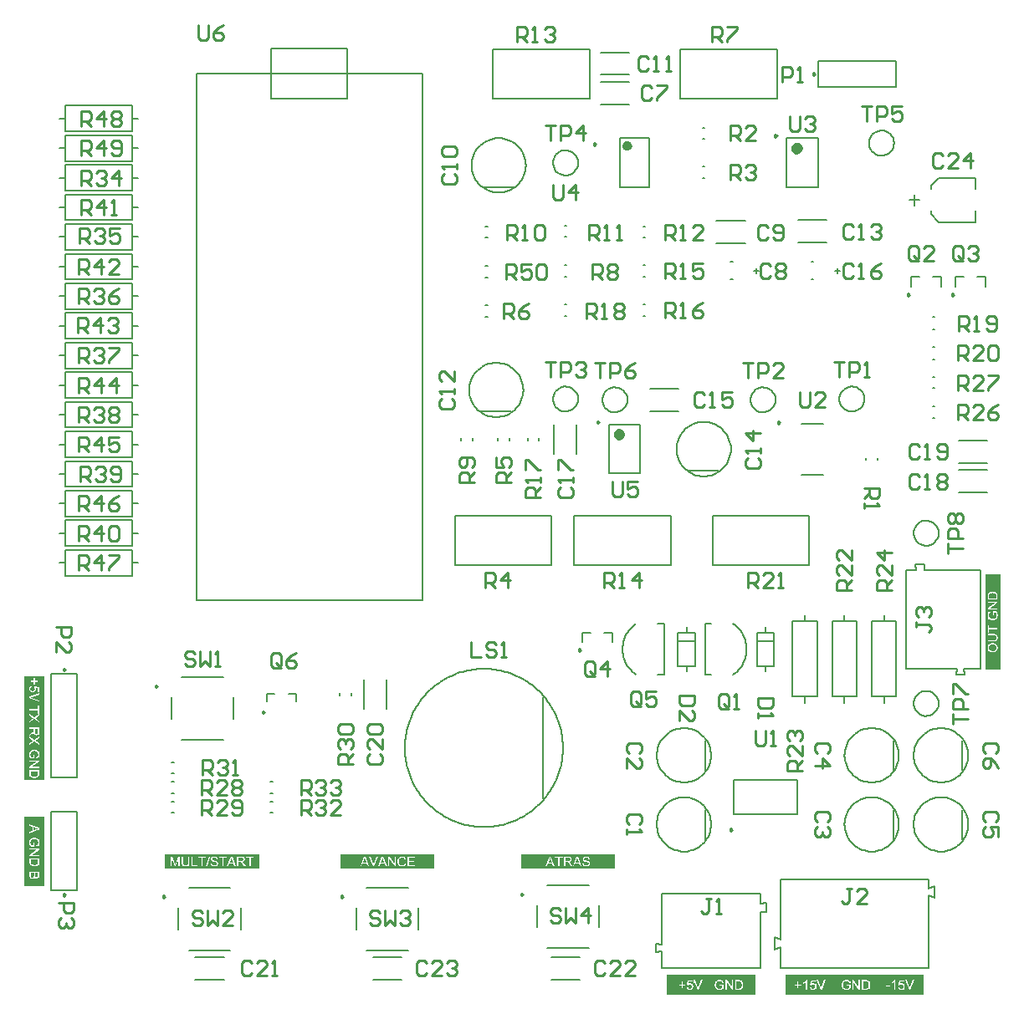
<source format=gto>
G04*
G04 #@! TF.GenerationSoftware,Altium Limited,Altium Designer,21.3.2 (30)*
G04*
G04 Layer_Color=65535*
%FSLAX25Y25*%
%MOIN*%
G70*
G04*
G04 #@! TF.SameCoordinates,3938395F-A7AF-4B3E-ABAE-92C8EBC603DF*
G04*
G04*
G04 #@! TF.FilePolarity,Positive*
G04*
G01*
G75*
%ADD10C,0.00787*%
%ADD11C,0.01968*%
%ADD12C,0.00984*%
%ADD13C,0.02362*%
%ADD14C,0.00591*%
%ADD15C,0.00600*%
%ADD16C,0.00500*%
%ADD17C,0.01000*%
G36*
X97441Y54116D02*
X60039D01*
Y60057D01*
X97441D01*
Y54116D01*
D02*
G37*
G36*
X362205Y3937D02*
X307087D01*
Y11811D01*
X362205D01*
Y3937D01*
D02*
G37*
G36*
X11811Y89567D02*
X3937D01*
Y130905D01*
X11811D01*
Y89567D01*
D02*
G37*
G36*
X239173Y54116D02*
X201772D01*
Y60057D01*
X239173D01*
Y54116D01*
D02*
G37*
G36*
X11811Y47244D02*
X3937D01*
Y74803D01*
X11811D01*
Y47244D01*
D02*
G37*
G36*
X392725Y133472D02*
X386802D01*
Y171646D01*
X392725D01*
Y133472D01*
D02*
G37*
G36*
X295276Y11811D02*
Y3937D01*
X259842D01*
Y11811D01*
X295276D01*
D02*
G37*
G36*
X167323Y54116D02*
X129921D01*
Y60057D01*
X167323D01*
Y54116D01*
D02*
G37*
%LPC*%
G36*
X81150Y59073D02*
X78097D01*
D01*
X79588D01*
X79448Y59067D01*
X79313Y59049D01*
X79197Y59032D01*
X79091Y59008D01*
X79009Y58979D01*
X78974Y58967D01*
X78945Y58961D01*
X78916Y58950D01*
X78898Y58944D01*
X78892Y58938D01*
X78886D01*
X78775Y58886D01*
X78676Y58821D01*
X78594Y58757D01*
X78530Y58698D01*
X78477Y58640D01*
X78436Y58593D01*
X78413Y58564D01*
X78407Y58558D01*
Y58552D01*
X78354Y58458D01*
X78313Y58359D01*
X78284Y58271D01*
X78266Y58183D01*
X78255Y58113D01*
X78243Y58061D01*
Y58037D01*
Y58020D01*
Y58014D01*
Y58008D01*
X78249Y57914D01*
X78266Y57821D01*
X78284Y57739D01*
X78313Y57669D01*
X78337Y57610D01*
X78354Y57569D01*
X78372Y57540D01*
X78377Y57528D01*
X78436Y57452D01*
X78500Y57382D01*
X78565Y57323D01*
X78635Y57271D01*
X78693Y57230D01*
X78740Y57201D01*
X78775Y57177D01*
X78781Y57171D01*
X78787D01*
X78828Y57148D01*
X78881Y57130D01*
X78992Y57090D01*
X79115Y57049D01*
X79237Y57008D01*
X79349Y56978D01*
X79395Y56967D01*
X79436Y56955D01*
X79471Y56943D01*
X79501Y56937D01*
X79518Y56932D01*
X79524D01*
X79618Y56908D01*
X79705Y56885D01*
X79787Y56867D01*
X79857Y56850D01*
X79916Y56832D01*
X79975Y56815D01*
X80021Y56803D01*
X80068Y56791D01*
X80103Y56779D01*
X80133Y56768D01*
X80179Y56756D01*
X80203Y56750D01*
X80208Y56744D01*
X80290Y56709D01*
X80366Y56668D01*
X80425Y56633D01*
X80472Y56598D01*
X80507Y56563D01*
X80536Y56540D01*
X80548Y56522D01*
X80554Y56516D01*
X80589Y56464D01*
X80612Y56411D01*
X80636Y56358D01*
X80647Y56306D01*
X80653Y56265D01*
X80659Y56230D01*
Y56206D01*
Y56200D01*
X80653Y56136D01*
X80641Y56077D01*
X80624Y56019D01*
X80606Y55972D01*
X80583Y55931D01*
X80565Y55902D01*
X80554Y55879D01*
X80548Y55873D01*
X80501Y55820D01*
X80448Y55773D01*
X80396Y55732D01*
X80337Y55697D01*
X80290Y55668D01*
X80250Y55650D01*
X80226Y55639D01*
X80214Y55633D01*
X80127Y55604D01*
X80039Y55586D01*
X79957Y55568D01*
X79875Y55563D01*
X79811Y55557D01*
X79752Y55551D01*
X79705D01*
X79588Y55557D01*
X79477Y55568D01*
X79372Y55586D01*
X79290Y55610D01*
X79214Y55627D01*
X79161Y55645D01*
X79126Y55656D01*
X79120Y55662D01*
X79115D01*
X79027Y55709D01*
X78945Y55756D01*
X78881Y55808D01*
X78828Y55855D01*
X78781Y55896D01*
X78752Y55931D01*
X78734Y55955D01*
X78728Y55961D01*
X78688Y56037D01*
X78652Y56113D01*
X78629Y56195D01*
X78606Y56270D01*
X78594Y56341D01*
X78582Y56393D01*
X78576Y56428D01*
Y56434D01*
Y56440D01*
X78097Y56399D01*
X78108Y56259D01*
X78132Y56130D01*
X78167Y56007D01*
X78202Y55908D01*
X78237Y55820D01*
X78255Y55785D01*
X78272Y55756D01*
X78284Y55732D01*
X78296Y55715D01*
X78301Y55709D01*
Y55703D01*
X78383Y55598D01*
X78477Y55504D01*
X78565Y55428D01*
X78658Y55364D01*
X78734Y55311D01*
X78799Y55276D01*
X78822Y55264D01*
X78840Y55253D01*
X78851Y55247D01*
X78857D01*
X78998Y55200D01*
X79144Y55165D01*
X79290Y55136D01*
X79425Y55118D01*
X79489Y55112D01*
X79548Y55106D01*
X79600D01*
X79641Y55101D01*
X79729D01*
X79881Y55106D01*
X80015Y55124D01*
X80144Y55147D01*
X80250Y55177D01*
X80343Y55200D01*
X80378Y55212D01*
X80407Y55223D01*
X80431Y55235D01*
X80448Y55241D01*
X80460Y55247D01*
X80466D01*
X80583Y55311D01*
X80688Y55375D01*
X80776Y55446D01*
X80846Y55516D01*
X80905Y55574D01*
X80940Y55621D01*
X80969Y55656D01*
X80975Y55668D01*
X81033Y55767D01*
X81074Y55873D01*
X81109Y55972D01*
X81127Y56060D01*
X81139Y56136D01*
X81150Y56195D01*
Y56247D01*
X81144Y56358D01*
X81127Y56464D01*
X81098Y56557D01*
X81068Y56633D01*
X81039Y56703D01*
X81010Y56750D01*
X80992Y56779D01*
X80987Y56791D01*
X80922Y56873D01*
X80846Y56949D01*
X80764Y57019D01*
X80682Y57078D01*
X80606Y57119D01*
X80548Y57154D01*
X80524Y57166D01*
X80513Y57177D01*
X80501Y57183D01*
X80495D01*
X80448Y57201D01*
X80390Y57224D01*
X80331Y57248D01*
X80261Y57265D01*
X80121Y57306D01*
X79980Y57347D01*
X79852Y57376D01*
X79793Y57394D01*
X79741Y57405D01*
X79700Y57417D01*
X79670Y57423D01*
X79647Y57429D01*
X79641D01*
X79530Y57458D01*
X79431Y57481D01*
X79343Y57505D01*
X79261Y57534D01*
X79191Y57557D01*
X79132Y57575D01*
X79080Y57599D01*
X79033Y57622D01*
X78992Y57639D01*
X78957Y57651D01*
X78933Y57669D01*
X78916Y57680D01*
X78886Y57698D01*
X78881Y57704D01*
X78834Y57756D01*
X78799Y57809D01*
X78769Y57868D01*
X78752Y57920D01*
X78740Y57967D01*
X78734Y58008D01*
Y58031D01*
Y58043D01*
X78746Y58131D01*
X78769Y58207D01*
X78799Y58277D01*
X78840Y58336D01*
X78875Y58388D01*
X78910Y58423D01*
X78933Y58447D01*
X78939Y58453D01*
X78980Y58482D01*
X79027Y58511D01*
X79132Y58552D01*
X79243Y58581D01*
X79354Y58599D01*
X79454Y58616D01*
X79501D01*
X79536Y58622D01*
X79612D01*
X79770Y58616D01*
X79904Y58593D01*
X80021Y58564D01*
X80115Y58529D01*
X80185Y58494D01*
X80238Y58464D01*
X80267Y58441D01*
X80279Y58435D01*
X80355Y58359D01*
X80419Y58271D01*
X80466Y58183D01*
X80501Y58096D01*
X80524Y58014D01*
X80536Y57950D01*
X80542Y57926D01*
X80548Y57908D01*
Y57897D01*
Y57891D01*
X81033Y57926D01*
X81022Y58049D01*
X80998Y58160D01*
X80963Y58265D01*
X80928Y58353D01*
X80899Y58423D01*
X80870Y58482D01*
X80846Y58517D01*
X80840Y58529D01*
X80770Y58622D01*
X80688Y58704D01*
X80606Y58774D01*
X80524Y58833D01*
X80448Y58874D01*
X80390Y58909D01*
X80366Y58921D01*
X80349Y58926D01*
X80343Y58932D01*
X80337D01*
X80214Y58979D01*
X80086Y59014D01*
X79957Y59038D01*
X79840Y59055D01*
X79741Y59067D01*
X79700D01*
X79659Y59073D01*
X81150D01*
D01*
D02*
G37*
G36*
X72890Y59008D02*
Y55615D01*
X71001D01*
Y59008D01*
X72890D01*
X70492D01*
Y55165D01*
X72890D01*
Y59008D01*
D02*
G37*
G36*
X69667D02*
X68158D01*
X69158D01*
Y56785D01*
Y56657D01*
X69146Y56534D01*
X69134Y56428D01*
X69123Y56329D01*
X69105Y56235D01*
X69082Y56159D01*
X69058Y56089D01*
X69041Y56025D01*
X69017Y55972D01*
X68994Y55925D01*
X68976Y55890D01*
X68953Y55861D01*
X68941Y55838D01*
X68930Y55820D01*
X68918Y55814D01*
Y55808D01*
X68871Y55762D01*
X68813Y55726D01*
X68690Y55662D01*
X68561Y55621D01*
X68427Y55586D01*
X68310Y55568D01*
X68257Y55563D01*
X68210D01*
X68169Y55557D01*
X68117D01*
X68000Y55563D01*
X67894Y55574D01*
X67801Y55598D01*
X67719Y55621D01*
X67654Y55639D01*
X67608Y55662D01*
X67578Y55674D01*
X67567Y55680D01*
X67485Y55732D01*
X67420Y55791D01*
X67362Y55855D01*
X67321Y55914D01*
X67286Y55966D01*
X67263Y56007D01*
X67251Y56037D01*
X67245Y56048D01*
X67227Y56095D01*
X67216Y56148D01*
X67192Y56265D01*
X67181Y56388D01*
X67169Y56504D01*
X67163Y56616D01*
X67157Y56662D01*
Y56703D01*
Y56739D01*
Y56762D01*
Y56779D01*
Y56785D01*
Y59008D01*
X66648D01*
Y56674D01*
X66654Y56569D01*
X66660Y56469D01*
X66672Y56376D01*
X66683Y56294D01*
X66695Y56212D01*
X66707Y56142D01*
X66724Y56077D01*
X66736Y56019D01*
X66748Y55966D01*
X66759Y55919D01*
X66771Y55884D01*
X66783Y55855D01*
X66789Y55838D01*
X66795Y55826D01*
Y55820D01*
X66859Y55697D01*
X66935Y55586D01*
X67011Y55498D01*
X67093Y55422D01*
X67163Y55358D01*
X67227Y55317D01*
X67251Y55299D01*
X67263Y55294D01*
X67274Y55282D01*
X67280D01*
X67415Y55223D01*
X67567Y55177D01*
X67713Y55147D01*
X67853Y55124D01*
X67918Y55118D01*
X67976Y55112D01*
X68029Y55106D01*
X68076D01*
X68111Y55101D01*
X68163D01*
X68362Y55112D01*
X68538Y55136D01*
X68620Y55147D01*
X68690Y55165D01*
X68760Y55188D01*
X68819Y55206D01*
X68871Y55223D01*
X68924Y55247D01*
X68965Y55264D01*
X68994Y55276D01*
X69023Y55294D01*
X69041Y55299D01*
X69053Y55311D01*
X69058D01*
X69175Y55399D01*
X69281Y55487D01*
X69363Y55580D01*
X69427Y55668D01*
X69474Y55750D01*
X69509Y55808D01*
X69521Y55832D01*
X69526Y55849D01*
X69532Y55861D01*
Y55867D01*
X69579Y56001D01*
X69608Y56154D01*
X69632Y56306D01*
X69649Y56452D01*
X69655Y56522D01*
X69661Y56586D01*
Y56639D01*
X69667Y56692D01*
Y55165D01*
Y59008D01*
D02*
G37*
G36*
X95325Y59008D02*
X92289D01*
Y55165D01*
Y58558D01*
X93552D01*
Y55165D01*
X95325D01*
X94061D01*
Y58558D01*
X95325D01*
Y59008D01*
D02*
G37*
G36*
X90493D02*
X88709D01*
Y55165D01*
X92090D01*
X91423Y56206D01*
X91347Y56317D01*
X91271Y56417D01*
X91201Y56504D01*
X91136Y56581D01*
X91084Y56639D01*
X91043Y56686D01*
X91013Y56709D01*
X91002Y56721D01*
X90961Y56756D01*
X90908Y56791D01*
X90809Y56856D01*
X90768Y56879D01*
X90733Y56897D01*
X90709Y56908D01*
X90698Y56914D01*
X90797Y56932D01*
X90891Y56949D01*
X90978Y56973D01*
X91054Y57002D01*
X91131Y57031D01*
X91195Y57060D01*
X91259Y57090D01*
X91312Y57119D01*
X91359Y57148D01*
X91400Y57171D01*
X91435Y57201D01*
X91464Y57218D01*
X91482Y57242D01*
X91499Y57253D01*
X91511Y57265D01*
X91558Y57318D01*
X91598Y57376D01*
X91669Y57493D01*
X91716Y57604D01*
X91745Y57715D01*
X91768Y57809D01*
X91774Y57850D01*
Y57885D01*
X91780Y57914D01*
Y57938D01*
Y57950D01*
Y57955D01*
X91774Y58072D01*
X91756Y58178D01*
X91727Y58277D01*
X91698Y58365D01*
X91669Y58435D01*
X91639Y58488D01*
X91622Y58523D01*
X91616Y58534D01*
X91552Y58628D01*
X91482Y58704D01*
X91411Y58768D01*
X91341Y58815D01*
X91283Y58856D01*
X91236Y58886D01*
X91201Y58897D01*
X91195Y58903D01*
X91189D01*
X91136Y58921D01*
X91078Y58938D01*
X90955Y58961D01*
X90826Y58985D01*
X90703Y58997D01*
X90586Y59003D01*
X90540D01*
X90493Y59008D01*
D02*
G37*
G36*
X88287Y59008D02*
X84701D01*
D01*
X86170D01*
X84701Y55165D01*
X85239D01*
X85655Y56329D01*
X87270D01*
X87714Y55165D01*
X88287D01*
X86725Y59008D01*
X88287D01*
D01*
D02*
G37*
G36*
X84596D02*
X81560D01*
Y55165D01*
Y58558D01*
X82823D01*
Y55165D01*
X84596D01*
X83332D01*
Y58558D01*
X84596D01*
Y59008D01*
D02*
G37*
G36*
X76248D02*
X73212D01*
Y55165D01*
Y58558D01*
X74476D01*
Y55165D01*
X74985D01*
Y58558D01*
X76248D01*
Y59008D01*
D02*
G37*
G36*
X65823D02*
X62155D01*
Y55165D01*
X62647D01*
Y58435D01*
X63753Y55165D01*
X64209D01*
X65332Y58382D01*
Y55165D01*
X65823D01*
Y59008D01*
D02*
G37*
G36*
X77845Y59073D02*
X76359D01*
X77471D01*
X76359Y55101D01*
X77845D01*
X76734D01*
X77845Y59073D01*
D02*
G37*
%LPD*%
G36*
X90581Y58575D02*
X90709Y58552D01*
X90815Y58529D01*
X90902Y58494D01*
X90967Y58464D01*
X91019Y58435D01*
X91043Y58412D01*
X91054Y58406D01*
X91119Y58336D01*
X91171Y58260D01*
X91207Y58183D01*
X91230Y58113D01*
X91242Y58049D01*
X91253Y58002D01*
Y57967D01*
Y57961D01*
Y57955D01*
X91247Y57885D01*
X91236Y57821D01*
X91218Y57762D01*
X91201Y57715D01*
X91183Y57669D01*
X91166Y57639D01*
X91154Y57616D01*
X91148Y57610D01*
X91107Y57558D01*
X91060Y57511D01*
X91008Y57470D01*
X90961Y57435D01*
X90920Y57411D01*
X90885Y57394D01*
X90861Y57388D01*
X90850Y57382D01*
X90774Y57359D01*
X90686Y57341D01*
X90592Y57329D01*
X90504Y57324D01*
X90429Y57318D01*
X90364Y57312D01*
X89218D01*
Y58581D01*
X90429D01*
X90581Y58575D01*
D02*
G37*
G36*
X89931Y56867D02*
X89978D01*
X90019Y56861D01*
X90048Y56856D01*
X90072D01*
X90083Y56850D01*
X90089D01*
X90177Y56820D01*
X90247Y56785D01*
X90276Y56768D01*
X90300Y56756D01*
X90311Y56750D01*
X90317Y56744D01*
X90364Y56715D01*
X90405Y56674D01*
X90493Y56592D01*
X90522Y56551D01*
X90551Y56516D01*
X90569Y56493D01*
X90575Y56487D01*
X90633Y56411D01*
X90692Y56329D01*
X90756Y56241D01*
X90815Y56154D01*
X90867Y56077D01*
X90908Y56019D01*
X90920Y55996D01*
X90932Y55978D01*
X90943Y55966D01*
Y55961D01*
X91452Y55165D01*
X89218D01*
Y56873D01*
X89873D01*
X89931Y56867D01*
D02*
G37*
G36*
X86474Y58482D02*
X86515Y58347D01*
X86562Y58213D01*
X86608Y58084D01*
X86643Y57973D01*
X86661Y57926D01*
X86679Y57885D01*
X86690Y57850D01*
X86702Y57827D01*
X86708Y57809D01*
Y57803D01*
X87106Y56744D01*
X85801D01*
X86222Y57868D01*
X86269Y58002D01*
X86310Y58137D01*
X86345Y58259D01*
X86374Y58376D01*
X86398Y58470D01*
X86409Y58511D01*
X86421Y58546D01*
X86427Y58575D01*
Y58593D01*
X86433Y58605D01*
Y58610D01*
X86474Y58482D01*
D02*
G37*
G36*
X64215Y56335D02*
X64168Y56189D01*
X64121Y56066D01*
X64086Y55961D01*
X64062Y55873D01*
X64039Y55808D01*
X64022Y55762D01*
X64016Y55732D01*
X64010Y55721D01*
X63986Y55797D01*
X63957Y55890D01*
X63928Y55984D01*
X63899Y56077D01*
X63870Y56159D01*
X63846Y56224D01*
X63840Y56253D01*
X63834Y56270D01*
X63828Y56282D01*
Y56288D01*
X62916Y59008D01*
X65133D01*
X64215Y56335D01*
D02*
G37*
%LPC*%
G36*
X333078Y9860D02*
D01*
Y7912D01*
X331452D01*
Y7462D01*
X332581D01*
Y6736D01*
X332510Y6684D01*
X332434Y6631D01*
X332358Y6584D01*
X332282Y6543D01*
X332212Y6508D01*
X332154Y6485D01*
X332130Y6473D01*
X332113Y6467D01*
X332107Y6461D01*
X332101D01*
X331984Y6420D01*
X331867Y6391D01*
X331756Y6368D01*
X331662Y6356D01*
X331580Y6344D01*
X331516Y6338D01*
X331457D01*
X331317Y6344D01*
X331183Y6362D01*
X331066Y6391D01*
X330954Y6420D01*
X330867Y6449D01*
X330826Y6467D01*
X330796Y6479D01*
X330773Y6485D01*
X330755Y6496D01*
X330744Y6502D01*
X330738D01*
X330621Y6572D01*
X330516Y6654D01*
X330428Y6742D01*
X330358Y6824D01*
X330305Y6900D01*
X330264Y6959D01*
X330246Y6982D01*
X330235Y6999D01*
X330229Y7011D01*
Y7017D01*
X330170Y7157D01*
X330130Y7298D01*
X330094Y7444D01*
X330077Y7584D01*
X330071Y7643D01*
X330065Y7701D01*
X330059Y7754D01*
Y7795D01*
X330053Y7836D01*
Y7859D01*
Y7877D01*
Y7883D01*
X330059Y8035D01*
X330077Y8181D01*
X330100Y8310D01*
X330130Y8427D01*
X330153Y8520D01*
X330165Y8561D01*
X330176Y8591D01*
X330188Y8620D01*
X330194Y8637D01*
X330200Y8649D01*
Y8655D01*
X330235Y8731D01*
X330270Y8801D01*
X330311Y8866D01*
X330352Y8924D01*
X330387Y8971D01*
X330416Y9006D01*
X330434Y9029D01*
X330439Y9035D01*
X330504Y9100D01*
X330568Y9152D01*
X330638Y9199D01*
X330703Y9240D01*
X330761Y9275D01*
X330808Y9298D01*
X330837Y9310D01*
X330849Y9316D01*
X330948Y9351D01*
X331048Y9380D01*
X331153Y9398D01*
X331247Y9415D01*
X331329Y9421D01*
X331393Y9427D01*
X331452D01*
X331557Y9421D01*
X331656Y9410D01*
X331744Y9392D01*
X331820Y9375D01*
X331885Y9357D01*
X331937Y9339D01*
X331966Y9328D01*
X331978Y9322D01*
X332066Y9281D01*
X332136Y9240D01*
X332200Y9193D01*
X332253Y9152D01*
X332294Y9111D01*
X332323Y9082D01*
X332341Y9059D01*
X332347Y9053D01*
X332393Y8983D01*
X332434Y8907D01*
X332470Y8830D01*
X332499Y8760D01*
X332522Y8690D01*
X332545Y8637D01*
X332551Y8602D01*
X332557Y8597D01*
Y8591D01*
X333019Y8719D01*
X332978Y8860D01*
X332932Y8983D01*
X332885Y9088D01*
X332838Y9176D01*
X332791Y9252D01*
X332756Y9304D01*
X332733Y9334D01*
X332727Y9345D01*
X332651Y9433D01*
X332563Y9503D01*
X332475Y9568D01*
X332388Y9620D01*
X332312Y9667D01*
X332253Y9696D01*
X332230Y9708D01*
X332212Y9714D01*
X332200Y9720D01*
X332194D01*
X332066Y9766D01*
X331937Y9802D01*
X331808Y9825D01*
X331697Y9843D01*
X331598Y9854D01*
X331551D01*
X331516Y9860D01*
X331446D01*
X331235Y9848D01*
X331048Y9825D01*
X330872Y9784D01*
X330796Y9761D01*
X330726Y9743D01*
X330662Y9720D01*
X330603Y9696D01*
X330551Y9679D01*
X330510Y9655D01*
X330481Y9644D01*
X330451Y9632D01*
X330439Y9620D01*
X330434D01*
X330352Y9573D01*
X330282Y9521D01*
X330141Y9410D01*
X330030Y9293D01*
X329931Y9176D01*
X329860Y9065D01*
X329831Y9024D01*
X329802Y8983D01*
X329784Y8947D01*
X329773Y8924D01*
X329761Y8907D01*
Y8901D01*
X329685Y8719D01*
X329626Y8532D01*
X329585Y8357D01*
X329556Y8193D01*
X329544Y8123D01*
X329539Y8058D01*
X329533Y8000D01*
Y7947D01*
X329527Y7906D01*
Y7853D01*
X329539Y7649D01*
X329562Y7456D01*
X329603Y7280D01*
X329621Y7198D01*
X329644Y7128D01*
X329667Y7058D01*
X329685Y6999D01*
X329708Y6947D01*
X329726Y6906D01*
X329737Y6871D01*
X329749Y6847D01*
X329761Y6830D01*
Y6824D01*
X329860Y6666D01*
X329972Y6526D01*
X330083Y6403D01*
X330200Y6303D01*
X330299Y6227D01*
X330340Y6198D01*
X330381Y6175D01*
X330410Y6151D01*
X330439Y6140D01*
X330451Y6134D01*
X330457Y6128D01*
X330633Y6046D01*
X330814Y5987D01*
X330984Y5946D01*
X331147Y5917D01*
X331218Y5906D01*
X331282Y5900D01*
X331340Y5894D01*
X331393D01*
X331434Y5888D01*
X329527D01*
X333078D01*
Y9860D01*
D02*
G37*
G36*
X313422Y9111D02*
D01*
Y8064D01*
X312375D01*
Y9111D01*
X311807D01*
X311930D01*
Y8064D01*
X310883D01*
Y7625D01*
X311930D01*
Y6572D01*
X313422D01*
Y9111D01*
D02*
G37*
G36*
X340870Y9796D02*
Y7895D01*
X340864Y8082D01*
X340847Y8251D01*
X340823Y8403D01*
X340806Y8474D01*
X340794Y8538D01*
X340782Y8597D01*
X340765Y8649D01*
X340753Y8696D01*
X340741Y8731D01*
X340730Y8760D01*
X340724Y8784D01*
X340718Y8795D01*
Y8801D01*
X340654Y8947D01*
X340583Y9076D01*
X340507Y9187D01*
X340431Y9281D01*
X340367Y9357D01*
X340314Y9415D01*
X340273Y9451D01*
X340267Y9462D01*
X340262D01*
X340168Y9533D01*
X340074Y9591D01*
X339981Y9638D01*
X339893Y9673D01*
X339817Y9702D01*
X339753Y9720D01*
X339729Y9731D01*
X339718D01*
X339706Y9737D01*
X339700D01*
X339606Y9755D01*
X339495Y9772D01*
X339378Y9784D01*
X339273Y9790D01*
X339174Y9796D01*
X337699D01*
Y5952D01*
X339080D01*
X339209Y5958D01*
X339326Y5964D01*
X339431Y5976D01*
X339519Y5987D01*
X339595Y5999D01*
X339647Y6005D01*
X339683Y6017D01*
X339694D01*
X339794Y6046D01*
X339881Y6075D01*
X339957Y6104D01*
X340022Y6134D01*
X340074Y6163D01*
X340115Y6186D01*
X340145Y6198D01*
X340150Y6204D01*
X340221Y6256D01*
X340285Y6315D01*
X340349Y6374D01*
X340396Y6426D01*
X340443Y6479D01*
X340472Y6520D01*
X340496Y6543D01*
X340501Y6555D01*
X340560Y6643D01*
X340613Y6736D01*
X340659Y6830D01*
X340695Y6917D01*
X340724Y7000D01*
X340747Y7058D01*
X340753Y7081D01*
X340759Y7099D01*
X340765Y7111D01*
Y7117D01*
X340800Y7245D01*
X340823Y7380D01*
X340847Y7514D01*
X340858Y7631D01*
X340864Y7737D01*
Y7783D01*
X340870Y7818D01*
Y5952D01*
X340870D01*
X340870D01*
Y9796D01*
D02*
G37*
G36*
X354659Y9737D02*
Y7251D01*
X354653Y7350D01*
X354641Y7450D01*
X354623Y7538D01*
X354606Y7625D01*
X354577Y7701D01*
X354547Y7778D01*
X354518Y7842D01*
X354483Y7906D01*
X354448Y7959D01*
X354419Y8006D01*
X354389Y8047D01*
X354360Y8082D01*
X354343Y8111D01*
X354325Y8128D01*
X354313Y8140D01*
X354308Y8146D01*
X354243Y8210D01*
X354173Y8263D01*
X354103Y8310D01*
X354027Y8351D01*
X353957Y8386D01*
X353886Y8409D01*
X353752Y8456D01*
X353693Y8468D01*
X353635Y8479D01*
X353588Y8485D01*
X353541Y8491D01*
X353506Y8497D01*
X353459D01*
X353319Y8485D01*
X353184Y8456D01*
X353062Y8421D01*
X352956Y8374D01*
X352863Y8327D01*
X352828Y8310D01*
X352792Y8292D01*
X352769Y8275D01*
X352751Y8263D01*
X352740Y8257D01*
X352734Y8251D01*
X352944Y9287D01*
X354477D01*
Y9737D01*
X354659D01*
X352570D01*
X352196Y7766D01*
X352640Y7701D01*
X352681Y7760D01*
X352728Y7813D01*
X352775Y7859D01*
X352816Y7900D01*
X352857Y7930D01*
X352892Y7953D01*
X352915Y7965D01*
X352921Y7971D01*
X352991Y8006D01*
X353062Y8035D01*
X353132Y8053D01*
X353196Y8070D01*
X353255Y8076D01*
X353295Y8082D01*
X353336D01*
X353465Y8070D01*
X353582Y8047D01*
X353687Y8006D01*
X353769Y7965D01*
X353839Y7924D01*
X353886Y7883D01*
X353916Y7859D01*
X353927Y7848D01*
X354003Y7754D01*
X354062Y7649D01*
X354103Y7543D01*
X354126Y7444D01*
X354144Y7350D01*
X354150Y7310D01*
Y7274D01*
X354155Y7251D01*
Y7228D01*
Y7216D01*
Y7210D01*
X354144Y7058D01*
X354120Y6923D01*
X354079Y6806D01*
X354038Y6707D01*
X353997Y6631D01*
X353957Y6572D01*
X353933Y6537D01*
X353921Y6531D01*
Y6526D01*
X353875Y6479D01*
X353828Y6444D01*
X353734Y6379D01*
X353635Y6338D01*
X353547Y6303D01*
X353465Y6286D01*
X353401Y6280D01*
X353377Y6274D01*
X353342D01*
X353243Y6280D01*
X353149Y6303D01*
X353067Y6333D01*
X352997Y6362D01*
X352939Y6397D01*
X352898Y6420D01*
X352874Y6444D01*
X352863Y6450D01*
X352792Y6526D01*
X352740Y6613D01*
X352693Y6701D01*
X352664Y6789D01*
X352640Y6871D01*
X352623Y6935D01*
X352617Y6959D01*
X352611Y6976D01*
Y6988D01*
Y6994D01*
X352114Y6959D01*
X352126Y6871D01*
X352143Y6783D01*
X352190Y6631D01*
X352254Y6496D01*
X352319Y6385D01*
X352354Y6338D01*
X352383Y6297D01*
X352412Y6262D01*
X352435Y6233D01*
X352459Y6210D01*
X352477Y6192D01*
X352482Y6186D01*
X352488Y6180D01*
X352553Y6128D01*
X352623Y6087D01*
X352693Y6046D01*
X352763Y6011D01*
X352904Y5958D01*
X353038Y5923D01*
X353102Y5911D01*
X353161Y5906D01*
X353214Y5900D01*
X353255Y5894D01*
X353290Y5888D01*
X353342D01*
X353459Y5894D01*
X353570Y5906D01*
X353670Y5929D01*
X353769Y5958D01*
X353857Y5993D01*
X353945Y6034D01*
X354021Y6075D01*
X354085Y6122D01*
X354150Y6163D01*
X354202Y6204D01*
X354249Y6245D01*
X354284Y6280D01*
X354313Y6309D01*
X354337Y6333D01*
X354348Y6344D01*
X354354Y6350D01*
X354407Y6420D01*
X354454Y6496D01*
X354495Y6572D01*
X354530Y6654D01*
X354583Y6801D01*
X354623Y6941D01*
X354635Y7005D01*
X354641Y7064D01*
X354647Y7117D01*
X354653Y7163D01*
X354659Y7198D01*
Y5929D01*
Y9737D01*
D02*
G37*
G36*
X319477Y9737D02*
D01*
Y7251D01*
X319471Y7350D01*
X319459Y7450D01*
X319442Y7538D01*
X319424Y7625D01*
X319395Y7701D01*
X319366Y7778D01*
X319336Y7842D01*
X319301Y7906D01*
X319266Y7959D01*
X319237Y8006D01*
X319208Y8047D01*
X319178Y8082D01*
X319161Y8111D01*
X319143Y8128D01*
X319131Y8140D01*
X319126Y8146D01*
X319061Y8210D01*
X318991Y8263D01*
X318921Y8310D01*
X318845Y8351D01*
X318775Y8386D01*
X318704Y8409D01*
X318570Y8456D01*
X318511Y8468D01*
X318453Y8479D01*
X318406Y8485D01*
X318359Y8491D01*
X318324Y8497D01*
X318277D01*
X318137Y8485D01*
X318002Y8456D01*
X317880Y8421D01*
X317774Y8374D01*
X317681Y8327D01*
X317646Y8310D01*
X317611Y8292D01*
X317587Y8275D01*
X317569Y8263D01*
X317558Y8257D01*
X317552Y8251D01*
X317763Y9287D01*
X319295D01*
Y9737D01*
X319477D01*
X317388D01*
X317014Y7766D01*
X317458Y7701D01*
X317499Y7760D01*
X317546Y7813D01*
X317593Y7859D01*
X317634Y7900D01*
X317675Y7930D01*
X317710Y7953D01*
X317733Y7965D01*
X317739Y7970D01*
X317809Y8006D01*
X317880Y8035D01*
X317950Y8052D01*
X318014Y8070D01*
X318073Y8076D01*
X318114Y8082D01*
X318155D01*
X318283Y8070D01*
X318400Y8047D01*
X318506Y8006D01*
X318587Y7965D01*
X318658Y7924D01*
X318704Y7883D01*
X318734Y7859D01*
X318745Y7848D01*
X318821Y7754D01*
X318880Y7649D01*
X318921Y7543D01*
X318944Y7444D01*
X318962Y7350D01*
X318968Y7310D01*
Y7274D01*
X318973Y7251D01*
Y7228D01*
Y7216D01*
Y7210D01*
X318962Y7058D01*
X318938Y6923D01*
X318898Y6806D01*
X318857Y6707D01*
X318816Y6631D01*
X318775Y6572D01*
X318751Y6537D01*
X318740Y6531D01*
Y6526D01*
X318693Y6479D01*
X318646Y6444D01*
X318552Y6379D01*
X318453Y6338D01*
X318365Y6303D01*
X318283Y6286D01*
X318219Y6280D01*
X318196Y6274D01*
X318160D01*
X318061Y6280D01*
X317967Y6303D01*
X317885Y6333D01*
X317815Y6362D01*
X317757Y6397D01*
X317716Y6420D01*
X317692Y6444D01*
X317681Y6449D01*
X317611Y6526D01*
X317558Y6613D01*
X317511Y6701D01*
X317482Y6789D01*
X317458Y6871D01*
X317441Y6935D01*
X317435Y6959D01*
X317429Y6976D01*
Y6988D01*
Y6994D01*
X316932Y6959D01*
D01*
X316944Y6871D01*
X316961Y6783D01*
X317008Y6631D01*
X317072Y6496D01*
X317137Y6385D01*
X317172Y6338D01*
X317201Y6297D01*
X317230Y6262D01*
X317254Y6233D01*
X317277Y6210D01*
X317295Y6192D01*
X317300Y6186D01*
X317306Y6180D01*
X317371Y6128D01*
X317441Y6087D01*
X317511Y6046D01*
X317581Y6011D01*
X317722Y5958D01*
X317856Y5923D01*
X317920Y5911D01*
X317979Y5906D01*
X318032Y5900D01*
X318073Y5894D01*
X318108Y5888D01*
X318160D01*
X318277Y5894D01*
X318389Y5906D01*
X318488Y5929D01*
X318587Y5958D01*
X318675Y5993D01*
X318763Y6034D01*
X318839Y6075D01*
X318903Y6122D01*
X318968Y6163D01*
X319020Y6204D01*
X319067Y6245D01*
X319102Y6280D01*
X319131Y6309D01*
X319155Y6333D01*
X319167Y6344D01*
X319172Y6350D01*
X319225Y6420D01*
X319272Y6496D01*
X319313Y6572D01*
X319348Y6654D01*
X319401Y6801D01*
X319442Y6941D01*
X319453Y7005D01*
X319459Y7064D01*
X319465Y7116D01*
X319471Y7163D01*
X319477Y7198D01*
Y5923D01*
Y9737D01*
D02*
G37*
G36*
X348738Y7579D02*
X347293D01*
Y7105D01*
X348738D01*
Y7579D01*
D02*
G37*
G36*
X336845Y9796D02*
X336360D01*
Y6777D01*
X334336Y9796D01*
X333821D01*
Y5952D01*
X336845Y5952D01*
Y9796D01*
D02*
G37*
G36*
X311807Y6572D02*
X310883D01*
D01*
X311807D01*
D02*
G37*
G36*
X358408Y9796D02*
X357894D01*
X356852Y7005D01*
X356811Y6888D01*
X356770Y6771D01*
X356735Y6666D01*
X356706Y6572D01*
X356683Y6491D01*
X356665Y6426D01*
X356659Y6403D01*
X356653Y6385D01*
X356647Y6379D01*
Y6374D01*
X356583Y6596D01*
X356548Y6701D01*
X356513Y6801D01*
X356484Y6882D01*
X356466Y6947D01*
X356454Y6970D01*
X356449Y6988D01*
X356443Y7000D01*
Y7005D01*
X355448Y9796D01*
X354892D01*
X356384Y5952D01*
X356905D01*
X358408Y9796D01*
D02*
G37*
G36*
X323226Y9796D02*
X322712D01*
X321670Y7005D01*
X321629Y6888D01*
X321588Y6771D01*
X321553Y6666D01*
X321524Y6572D01*
X321501Y6491D01*
X321483Y6426D01*
X321477Y6403D01*
X321472Y6385D01*
X321466Y6379D01*
Y6374D01*
X321401Y6596D01*
X321366Y6701D01*
X321331Y6801D01*
X321302Y6882D01*
X321284Y6947D01*
X321273Y6970D01*
X321267Y6988D01*
X321261Y6999D01*
Y7005D01*
X320266Y9796D01*
X319711D01*
X321202Y5952D01*
X321723D01*
X323226Y9796D01*
D02*
G37*
G36*
X358408Y9796D02*
Y5952D01*
D01*
D01*
Y9796D01*
D02*
G37*
G36*
X350909Y9813D02*
X350599D01*
X350546Y9720D01*
X350482Y9626D01*
X350411Y9538D01*
X350341Y9456D01*
X350277Y9392D01*
X350224Y9339D01*
X350189Y9304D01*
X350183Y9298D01*
X350177Y9293D01*
X350066Y9199D01*
X349949Y9111D01*
X349832Y9035D01*
X349727Y8971D01*
X349633Y8918D01*
X349592Y8901D01*
X349557Y8883D01*
X349534Y8866D01*
X349511Y8854D01*
X349499Y8848D01*
X349493D01*
Y8386D01*
X349575Y8421D01*
X349663Y8462D01*
X349745Y8497D01*
X349821Y8538D01*
X349885Y8573D01*
X349938Y8602D01*
X349973Y8626D01*
X349978Y8632D01*
X349984D01*
X350084Y8690D01*
X350172Y8754D01*
X350248Y8807D01*
X350312Y8860D01*
X350365Y8901D01*
X350406Y8930D01*
X350429Y8953D01*
X350435Y8959D01*
Y5952D01*
X350909D01*
Y9813D01*
D02*
G37*
G36*
X323226Y9796D02*
Y5952D01*
D01*
D01*
Y9796D01*
D02*
G37*
G36*
X315727Y9813D02*
X315417D01*
X315364Y9720D01*
X315300Y9626D01*
X315230Y9538D01*
X315159Y9456D01*
X315095Y9392D01*
X315042Y9339D01*
X315007Y9304D01*
X315001Y9298D01*
X314996Y9293D01*
X314884Y9199D01*
X314767Y9111D01*
X314650Y9035D01*
X314545Y8971D01*
X314452Y8918D01*
X314410Y8901D01*
X314375Y8883D01*
X314352Y8866D01*
X314329Y8854D01*
X314317Y8848D01*
X314311D01*
Y8386D01*
X314393Y8421D01*
X314481Y8462D01*
X314563Y8497D01*
X314639Y8538D01*
X314703Y8573D01*
X314756Y8602D01*
X314791Y8626D01*
X314797Y8632D01*
X314803D01*
X314902Y8690D01*
X314990Y8754D01*
X315066Y8807D01*
X315130Y8860D01*
X315183Y8901D01*
X315224Y8930D01*
X315247Y8953D01*
X315253Y8959D01*
Y5952D01*
X315727D01*
Y9813D01*
D02*
G37*
%LPD*%
G36*
X333078Y5888D02*
X331487D01*
X331639Y5894D01*
X331791Y5911D01*
X331925Y5935D01*
X332048Y5964D01*
X332101Y5976D01*
X332154Y5987D01*
X332194Y5999D01*
X332230Y6011D01*
X332259Y6022D01*
X332282Y6028D01*
X332294Y6034D01*
X332300D01*
X332446Y6098D01*
X332592Y6169D01*
X332721Y6245D01*
X332838Y6315D01*
X332938Y6385D01*
X332978Y6409D01*
X333014Y6438D01*
X333043Y6455D01*
X333060Y6473D01*
X333072Y6479D01*
X333078Y6485D01*
Y5888D01*
D02*
G37*
G36*
X313422Y6572D02*
X312375D01*
Y7625D01*
X313422D01*
Y6572D01*
D02*
G37*
G36*
X339168Y9339D02*
X339302Y9334D01*
X339413Y9322D01*
X339507Y9304D01*
X339577Y9287D01*
X339624Y9275D01*
X339653Y9269D01*
X339665Y9263D01*
X339764Y9211D01*
X339858Y9146D01*
X339940Y9076D01*
X340010Y9000D01*
X340069Y8936D01*
X340110Y8877D01*
X340127Y8854D01*
X340133Y8836D01*
X340145Y8830D01*
Y8825D01*
X340180Y8760D01*
X340209Y8690D01*
X340262Y8544D01*
X340297Y8392D01*
X340320Y8240D01*
X340326Y8175D01*
X340332Y8111D01*
X340338Y8053D01*
X340344Y8000D01*
Y7959D01*
Y7930D01*
Y7906D01*
Y7900D01*
X340338Y7742D01*
X340326Y7602D01*
X340308Y7473D01*
X340291Y7362D01*
X340273Y7274D01*
X340262Y7239D01*
X340256Y7210D01*
X340250Y7187D01*
X340244Y7169D01*
X340238Y7163D01*
Y7157D01*
X340197Y7052D01*
X340150Y6953D01*
X340104Y6871D01*
X340063Y6801D01*
X340022Y6748D01*
X339987Y6707D01*
X339963Y6678D01*
X339957Y6672D01*
X339905Y6625D01*
X339852Y6584D01*
X339794Y6555D01*
X339735Y6526D01*
X339688Y6502D01*
X339647Y6485D01*
X339624Y6479D01*
X339612Y6473D01*
X339525Y6450D01*
X339431Y6432D01*
X339332Y6420D01*
X339238Y6414D01*
X339150Y6409D01*
X339086Y6403D01*
X338208D01*
Y9345D01*
X339010D01*
X339168Y9339D01*
D02*
G37*
G36*
X336325Y5952D02*
X334306Y5952D01*
Y8971D01*
X336325Y5952D01*
D02*
G37*
%LPC*%
G36*
X9111Y130147D02*
X6572D01*
X7625D01*
Y129100D01*
X6572D01*
Y127608D01*
D01*
Y128655D01*
X7625D01*
Y127608D01*
X8064D01*
Y128655D01*
X9111D01*
Y130147D01*
D02*
G37*
G36*
X9737Y127081D02*
X5888D01*
D01*
X6959D01*
D01*
D01*
X9737D01*
Y126625D01*
X7766Y126999D01*
X7701Y126555D01*
X7760Y126514D01*
X7813Y126467D01*
X7859Y126420D01*
X7900Y126379D01*
X7930Y126338D01*
X7953Y126303D01*
X7965Y126280D01*
X7971Y126274D01*
X8006Y126204D01*
X8035Y126134D01*
X8053Y126063D01*
X8070Y125999D01*
X8076Y125941D01*
X8082Y125900D01*
Y125859D01*
X8070Y125730D01*
X8047Y125613D01*
X8006Y125508D01*
X7965Y125426D01*
X7924Y125356D01*
X7883Y125309D01*
X7859Y125279D01*
X7848Y125268D01*
X7754Y125192D01*
X7649Y125133D01*
X7543Y125092D01*
X7444Y125069D01*
X7350Y125051D01*
X7310Y125046D01*
X7274D01*
X7251Y125040D01*
X7228D01*
X7216D01*
X7210D01*
X7058Y125051D01*
X6923Y125075D01*
X6806Y125116D01*
X6707Y125157D01*
X6631Y125198D01*
X6572Y125239D01*
X6537Y125262D01*
X6531Y125274D01*
X6526D01*
X6479Y125320D01*
X6444Y125367D01*
X6379Y125461D01*
X6338Y125560D01*
X6303Y125648D01*
X6286Y125730D01*
X6280Y125794D01*
X6274Y125818D01*
Y125853D01*
X6280Y125952D01*
X6303Y126046D01*
X6333Y126128D01*
X6362Y126198D01*
X6397Y126256D01*
X6420Y126297D01*
X6444Y126321D01*
X6450Y126332D01*
X6526Y126403D01*
X6613Y126455D01*
X6701Y126502D01*
X6789Y126531D01*
X6871Y126555D01*
X6935Y126572D01*
X6959Y126578D01*
X6976Y126584D01*
X6988D01*
X6994D01*
X6959Y127081D01*
D01*
X6871Y127070D01*
X6783Y127052D01*
X6631Y127005D01*
X6496Y126941D01*
X6385Y126876D01*
X6338Y126841D01*
X6297Y126812D01*
X6262Y126783D01*
X6233Y126760D01*
X6210Y126736D01*
X6192Y126719D01*
X6186Y126713D01*
X6180Y126707D01*
X6128Y126643D01*
X6087Y126572D01*
X6046Y126502D01*
X6011Y126432D01*
X5958Y126292D01*
X5923Y126157D01*
X5911Y126093D01*
X5906Y126034D01*
X5900Y125981D01*
X5894Y125941D01*
X5888Y125905D01*
Y125853D01*
X5894Y125736D01*
X5906Y125625D01*
X5929Y125525D01*
X5958Y125426D01*
X5993Y125338D01*
X6034Y125250D01*
X6075Y125174D01*
X6122Y125110D01*
X6163Y125046D01*
X6204Y124993D01*
X6245Y124946D01*
X6280Y124911D01*
X6309Y124882D01*
X6333Y124858D01*
X6344Y124847D01*
X6350Y124841D01*
X6420Y124788D01*
X6496Y124741D01*
X6572Y124700D01*
X6654Y124665D01*
X6801Y124613D01*
X6941Y124572D01*
X7005Y124560D01*
X7064Y124554D01*
X7117Y124548D01*
X7163Y124542D01*
X7198Y124537D01*
X7251D01*
X7350Y124542D01*
X7450Y124554D01*
X7538Y124572D01*
X7625Y124589D01*
X7701Y124618D01*
X7778Y124648D01*
X7842Y124677D01*
X7906Y124712D01*
X7959Y124747D01*
X8006Y124776D01*
X8047Y124806D01*
X8082Y124835D01*
X8111Y124852D01*
X8128Y124870D01*
X8140Y124882D01*
X8146Y124888D01*
X8210Y124952D01*
X8263Y125022D01*
X8310Y125092D01*
X8351Y125168D01*
X8386Y125239D01*
X8409Y125309D01*
X8456Y125443D01*
X8468Y125502D01*
X8479Y125560D01*
X8485Y125607D01*
X8491Y125654D01*
X8497Y125689D01*
Y125736D01*
X8485Y125876D01*
X8456Y126011D01*
X8421Y126134D01*
X8374Y126239D01*
X8327Y126332D01*
X8310Y126368D01*
X8292Y126403D01*
X8275Y126426D01*
X8263Y126444D01*
X8257Y126455D01*
X8251Y126461D01*
X9287Y126251D01*
Y124718D01*
X9737D01*
Y124537D01*
D01*
Y127081D01*
D02*
G37*
G36*
X9796Y124302D02*
X5952D01*
D01*
X9796D01*
D02*
G37*
G36*
D02*
X5952Y122811D01*
Y122290D01*
X9796Y120787D01*
Y124302D01*
D02*
G37*
G36*
Y119119D02*
X5952D01*
Y116083D01*
Y117347D01*
X9345D01*
Y116083D01*
X9796D01*
Y119119D01*
D02*
G37*
G36*
Y115949D02*
X5952D01*
D01*
X9796D01*
D02*
G37*
G36*
D02*
D01*
Y115773D01*
X7941Y114463D01*
X5952Y115949D01*
Y115340D01*
X7280Y114369D01*
X7315Y114346D01*
X7356Y114317D01*
X7444Y114252D01*
X7491Y114223D01*
X7526Y114205D01*
X7549Y114188D01*
X7555Y114182D01*
X7467Y114123D01*
X7397Y114077D01*
X7362Y114053D01*
X7339Y114036D01*
X7327Y114030D01*
X7321Y114024D01*
X5952Y113053D01*
Y112427D01*
D01*
X7965Y113872D01*
X9796Y112532D01*
Y112427D01*
D01*
Y115949D01*
D02*
G37*
G36*
Y110479D02*
X5952D01*
Y109970D01*
X7660D01*
Y109315D01*
X7655Y109256D01*
Y109210D01*
X7649Y109169D01*
X7643Y109139D01*
Y109116D01*
X7637Y109104D01*
Y109098D01*
X7608Y109011D01*
X7573Y108940D01*
X7555Y108911D01*
X7543Y108888D01*
X7538Y108876D01*
X7532Y108870D01*
X7502Y108823D01*
X7462Y108782D01*
X7380Y108695D01*
X7339Y108666D01*
X7304Y108636D01*
X7280Y108619D01*
X7274Y108613D01*
X7198Y108554D01*
X7117Y108496D01*
X7029Y108431D01*
X6941Y108373D01*
X6865Y108320D01*
X6806Y108279D01*
X6783Y108268D01*
X6765Y108256D01*
X6754Y108244D01*
X6748D01*
X5952Y107735D01*
Y107098D01*
X6994Y107765D01*
X7105Y107841D01*
X7204Y107917D01*
X7292Y107987D01*
X7368Y108051D01*
X7427Y108104D01*
X7473Y108145D01*
X7497Y108174D01*
X7508Y108186D01*
X7543Y108227D01*
X7579Y108279D01*
X7643Y108379D01*
X7666Y108420D01*
X7684Y108455D01*
X7696Y108478D01*
X7701Y108490D01*
X7719Y108390D01*
X7737Y108297D01*
X7760Y108209D01*
X7789Y108133D01*
X7818Y108057D01*
X7848Y107993D01*
X7877Y107928D01*
X7906Y107876D01*
X7936Y107829D01*
X7959Y107788D01*
X7988Y107753D01*
X8006Y107724D01*
X8029Y107706D01*
X8041Y107688D01*
X8053Y107677D01*
X8105Y107630D01*
X8164Y107589D01*
X8281Y107519D01*
X8392Y107472D01*
X8503Y107443D01*
X8597Y107419D01*
X8637Y107414D01*
X8672D01*
X8702Y107408D01*
X8725D01*
X8737D01*
X8743D01*
X8860Y107414D01*
X8965Y107431D01*
X9065Y107460D01*
X9152Y107490D01*
X9223Y107519D01*
X9275Y107548D01*
X9310Y107566D01*
X9322Y107571D01*
X9415Y107636D01*
X9492Y107706D01*
X9556Y107776D01*
X9603Y107846D01*
X9644Y107905D01*
X9673Y107952D01*
X9685Y107987D01*
X9690Y107993D01*
Y107999D01*
X9708Y108051D01*
X9725Y108110D01*
X9749Y108233D01*
X9772Y108361D01*
X9784Y108484D01*
X9790Y108601D01*
Y108648D01*
X9796Y108695D01*
Y107098D01*
X5952D01*
X9796D01*
Y110479D01*
D02*
G37*
G36*
Y107004D02*
D01*
Y106829D01*
X7941Y105518D01*
X5952Y107004D01*
Y106396D01*
X7280Y105425D01*
X7315Y105401D01*
X7356Y105372D01*
X7444Y105308D01*
X7491Y105278D01*
X7526Y105261D01*
X7549Y105243D01*
X7555Y105237D01*
X7467Y105179D01*
X7397Y105132D01*
X7362Y105109D01*
X7339Y105091D01*
X7327Y105085D01*
X7321Y105079D01*
X5952Y104108D01*
Y103482D01*
X7965Y104927D01*
X9796Y103588D01*
Y103482D01*
X5952D01*
X9796D01*
Y107004D01*
D02*
G37*
G36*
X9860Y101669D02*
D01*
Y99750D01*
X9848Y99961D01*
X9825Y100148D01*
X9784Y100323D01*
X9761Y100399D01*
X9743Y100470D01*
X9720Y100534D01*
X9696Y100593D01*
X9679Y100645D01*
X9655Y100686D01*
X9644Y100715D01*
X9632Y100745D01*
X9620Y100756D01*
Y100762D01*
X9573Y100844D01*
X9521Y100914D01*
X9410Y101055D01*
X9293Y101166D01*
X9176Y101265D01*
X9065Y101335D01*
X9024Y101365D01*
X8983Y101394D01*
X8947Y101411D01*
X8924Y101423D01*
X8907Y101435D01*
X8901D01*
X8719Y101511D01*
X8532Y101569D01*
X8357Y101610D01*
X8193Y101640D01*
X8123Y101651D01*
X8058Y101657D01*
X8000Y101663D01*
X7947D01*
X7906Y101669D01*
X9860D01*
X5888D01*
D01*
X7853D01*
X7649Y101657D01*
X7456Y101634D01*
X7280Y101593D01*
X7198Y101575D01*
X7128Y101552D01*
X7058Y101529D01*
X7000Y101511D01*
X6947Y101488D01*
X6906Y101470D01*
X6871Y101458D01*
X6847Y101447D01*
X6830Y101435D01*
X6824D01*
X6666Y101335D01*
X6526Y101224D01*
X6403Y101113D01*
X6303Y100996D01*
X6227Y100897D01*
X6198Y100856D01*
X6175Y100815D01*
X6151Y100786D01*
X6140Y100756D01*
X6134Y100745D01*
X6128Y100739D01*
X6046Y100563D01*
X5987Y100382D01*
X5946Y100212D01*
X5917Y100048D01*
X5906Y99978D01*
X5900Y99914D01*
X5894Y99855D01*
Y99803D01*
X5888Y99762D01*
Y99709D01*
X5894Y99557D01*
X5911Y99405D01*
X5935Y99270D01*
X5964Y99147D01*
X5976Y99095D01*
X5987Y99042D01*
X5999Y99001D01*
X6011Y98966D01*
X6022Y98937D01*
X6028Y98914D01*
X6034Y98902D01*
Y98896D01*
X6099Y98750D01*
X6169Y98603D01*
X6245Y98475D01*
X6315Y98358D01*
X6385Y98258D01*
X6409Y98217D01*
X6438Y98182D01*
X6455Y98153D01*
X6473Y98136D01*
X6479Y98124D01*
X6485Y98118D01*
X7912D01*
Y99744D01*
X7462D01*
Y98615D01*
X6736D01*
X6684Y98685D01*
X6631Y98761D01*
X6584Y98838D01*
X6543Y98914D01*
X6508Y98984D01*
X6485Y99042D01*
X6473Y99066D01*
X6467Y99083D01*
X6461Y99089D01*
Y99095D01*
X6420Y99212D01*
X6391Y99329D01*
X6368Y99440D01*
X6356Y99534D01*
X6344Y99616D01*
X6338Y99680D01*
Y99738D01*
X6344Y99879D01*
X6362Y100013D01*
X6391Y100130D01*
X6420Y100241D01*
X6450Y100329D01*
X6467Y100370D01*
X6479Y100399D01*
X6485Y100423D01*
X6496Y100440D01*
X6502Y100452D01*
Y100458D01*
X6572Y100575D01*
X6654Y100680D01*
X6742Y100768D01*
X6824Y100838D01*
X6900Y100891D01*
X6959Y100932D01*
X6982Y100949D01*
X7000Y100961D01*
X7011Y100967D01*
X7017D01*
X7157Y101025D01*
X7298Y101066D01*
X7444Y101101D01*
X7584Y101119D01*
X7643Y101125D01*
X7701Y101131D01*
X7754Y101137D01*
X7795D01*
X7836Y101142D01*
X7859D01*
X7877D01*
X7883D01*
X8035Y101137D01*
X8181Y101119D01*
X8310Y101096D01*
X8427Y101066D01*
X8520Y101043D01*
X8561Y101031D01*
X8591Y101020D01*
X8620Y101008D01*
X8637Y101002D01*
X8649Y100996D01*
X8655D01*
X8731Y100961D01*
X8801Y100926D01*
X8866Y100885D01*
X8924Y100844D01*
X8971Y100809D01*
X9006Y100780D01*
X9029Y100762D01*
X9035Y100756D01*
X9100Y100692D01*
X9152Y100628D01*
X9199Y100557D01*
X9240Y100493D01*
X9275Y100435D01*
X9298Y100388D01*
X9310Y100358D01*
X9316Y100347D01*
X9351Y100247D01*
X9380Y100148D01*
X9398Y100043D01*
X9415Y99949D01*
X9421Y99867D01*
X9427Y99803D01*
Y99744D01*
X9421Y99639D01*
X9410Y99540D01*
X9392Y99452D01*
X9375Y99376D01*
X9357Y99311D01*
X9339Y99259D01*
X9328Y99229D01*
X9322Y99218D01*
X9281Y99130D01*
X9240Y99060D01*
X9193Y98995D01*
X9152Y98943D01*
X9111Y98902D01*
X9082Y98873D01*
X9059Y98855D01*
X9053Y98849D01*
X8983Y98802D01*
X8907Y98761D01*
X8830Y98726D01*
X8760Y98697D01*
X8690Y98674D01*
X8637Y98650D01*
X8602Y98644D01*
X8597Y98639D01*
X8591D01*
X8719Y98176D01*
X8860Y98217D01*
X8983Y98264D01*
X9088Y98311D01*
X9176Y98358D01*
X9252Y98405D01*
X9304Y98440D01*
X9334Y98463D01*
X9345Y98469D01*
X9433Y98545D01*
X9503Y98633D01*
X9568Y98721D01*
X9620Y98808D01*
X9667Y98884D01*
X9696Y98943D01*
X9708Y98966D01*
X9714Y98984D01*
X9720Y98995D01*
Y99001D01*
X9766Y99130D01*
X9802Y99259D01*
X9825Y99387D01*
X9843Y99498D01*
X9854Y99598D01*
Y99645D01*
X9860Y99680D01*
Y98118D01*
D01*
Y101669D01*
D02*
G37*
G36*
X9796Y97375D02*
X5952D01*
Y94350D01*
X9796D01*
Y94836D01*
X6777D01*
X9796Y96860D01*
Y97375D01*
D02*
G37*
G36*
Y93496D02*
X5952D01*
Y90326D01*
D01*
Y92116D01*
X5958Y91987D01*
X5964Y91870D01*
X5976Y91765D01*
X5987Y91677D01*
X5999Y91601D01*
X6005Y91548D01*
X6017Y91513D01*
Y91502D01*
X6046Y91402D01*
X6075Y91314D01*
X6104Y91238D01*
X6134Y91174D01*
X6163Y91121D01*
X6186Y91080D01*
X6198Y91051D01*
X6204Y91045D01*
X6256Y90975D01*
X6315Y90911D01*
X6374Y90846D01*
X6426Y90800D01*
X6479Y90753D01*
X6520Y90724D01*
X6543Y90700D01*
X6555Y90694D01*
X6643Y90636D01*
X6736Y90583D01*
X6830Y90536D01*
X6917Y90501D01*
X7000Y90472D01*
X7058Y90449D01*
X7081Y90443D01*
X7099Y90437D01*
X7111Y90431D01*
X7117D01*
X7245Y90396D01*
X7380Y90373D01*
X7514Y90349D01*
X7631Y90337D01*
X7737Y90332D01*
X7783D01*
X7818Y90326D01*
X7895D01*
X8082Y90332D01*
X8251Y90349D01*
X8403Y90373D01*
X8474Y90390D01*
X8538Y90402D01*
X8597Y90413D01*
X8649Y90431D01*
X8696Y90443D01*
X8731Y90454D01*
X8760Y90466D01*
X8784Y90472D01*
X8795Y90478D01*
X8801D01*
X8947Y90542D01*
X9076Y90612D01*
X9187Y90688D01*
X9281Y90764D01*
X9357Y90829D01*
X9415Y90882D01*
X9451Y90922D01*
X9462Y90928D01*
Y90934D01*
X9533Y91028D01*
X9591Y91121D01*
X9638Y91215D01*
X9673Y91303D01*
X9702Y91379D01*
X9720Y91443D01*
X9731Y91466D01*
Y91478D01*
X9737Y91490D01*
Y91496D01*
X9755Y91589D01*
X9772Y91701D01*
X9784Y91817D01*
X9790Y91923D01*
X9796Y92022D01*
Y93496D01*
D02*
G37*
%LPD*%
G36*
X9111Y129100D02*
X8064D01*
Y130147D01*
X9111D01*
Y129100D01*
D02*
G37*
G36*
X9796Y121301D02*
X7005Y122343D01*
X6888Y122384D01*
X6771Y122425D01*
X6666Y122460D01*
X6572Y122489D01*
X6491Y122512D01*
X6426Y122530D01*
X6403Y122536D01*
X6385Y122542D01*
X6379Y122547D01*
X6374D01*
X6596Y122612D01*
X6701Y122647D01*
X6801Y122682D01*
X6882Y122711D01*
X6947Y122729D01*
X6970Y122741D01*
X6988Y122746D01*
X7000Y122752D01*
X7005D01*
X9796Y123747D01*
Y121301D01*
D02*
G37*
G36*
X9345Y117856D02*
X5952D01*
Y119119D01*
X9345D01*
Y117856D01*
D02*
G37*
G36*
X9796Y113088D02*
X8766Y113860D01*
X8684Y113925D01*
X8608Y113983D01*
X8532Y114036D01*
X8468Y114077D01*
X8415Y114112D01*
X8374Y114141D01*
X8351Y114159D01*
X8339Y114164D01*
X8409Y114205D01*
X8479Y114246D01*
X8561Y114299D01*
X8637Y114352D01*
X8702Y114393D01*
X8754Y114434D01*
X8795Y114457D01*
X8801Y114469D01*
X8807D01*
X9796Y115171D01*
Y113088D01*
D02*
G37*
G36*
X9369Y108759D02*
X9363Y108607D01*
X9339Y108478D01*
X9316Y108373D01*
X9281Y108285D01*
X9252Y108221D01*
X9223Y108168D01*
X9199Y108145D01*
X9193Y108133D01*
X9123Y108069D01*
X9047Y108016D01*
X8971Y107981D01*
X8901Y107958D01*
X8836Y107946D01*
X8789Y107934D01*
X8754D01*
X8749D01*
X8743D01*
X8672Y107940D01*
X8608Y107952D01*
X8550Y107969D01*
X8503Y107987D01*
X8456Y108004D01*
X8427Y108022D01*
X8403Y108034D01*
X8398Y108039D01*
X8345Y108080D01*
X8298Y108127D01*
X8257Y108180D01*
X8222Y108227D01*
X8199Y108268D01*
X8181Y108303D01*
X8175Y108326D01*
X8169Y108338D01*
X8146Y108414D01*
X8128Y108502D01*
X8117Y108595D01*
X8111Y108683D01*
X8105Y108759D01*
X8099Y108823D01*
Y109970D01*
X9369D01*
Y108759D01*
D02*
G37*
G36*
X9796Y104143D02*
X8766Y104916D01*
X8684Y104980D01*
X8608Y105038D01*
X8532Y105091D01*
X8468Y105132D01*
X8415Y105167D01*
X8374Y105196D01*
X8351Y105214D01*
X8339Y105220D01*
X8409Y105261D01*
X8479Y105302D01*
X8561Y105354D01*
X8637Y105407D01*
X8702Y105448D01*
X8754Y105489D01*
X8795Y105512D01*
X8801Y105524D01*
X8807D01*
X9796Y106226D01*
Y104143D01*
D02*
G37*
G36*
X5952Y94871D02*
Y96889D01*
X8971D01*
X5952Y94871D01*
D02*
G37*
G36*
X9345Y92186D02*
X9339Y92028D01*
X9334Y91894D01*
X9322Y91782D01*
X9304Y91689D01*
X9287Y91619D01*
X9275Y91572D01*
X9269Y91543D01*
X9263Y91531D01*
X9211Y91431D01*
X9146Y91338D01*
X9076Y91256D01*
X9000Y91186D01*
X8936Y91127D01*
X8877Y91086D01*
X8854Y91069D01*
X8836Y91063D01*
X8830Y91051D01*
X8825D01*
X8760Y91016D01*
X8690Y90987D01*
X8544Y90934D01*
X8392Y90899D01*
X8240Y90876D01*
X8175Y90870D01*
X8111Y90864D01*
X8053Y90858D01*
X8000Y90852D01*
X7959D01*
X7930D01*
X7906D01*
X7900D01*
X7742Y90858D01*
X7602Y90870D01*
X7473Y90887D01*
X7362Y90905D01*
X7274Y90922D01*
X7239Y90934D01*
X7210Y90940D01*
X7187Y90946D01*
X7169Y90952D01*
X7163Y90957D01*
X7157D01*
X7052Y90999D01*
X6953Y91045D01*
X6871Y91092D01*
X6801Y91133D01*
X6748Y91174D01*
X6707Y91209D01*
X6678Y91233D01*
X6672Y91238D01*
X6625Y91291D01*
X6584Y91344D01*
X6555Y91402D01*
X6526Y91461D01*
X6502Y91507D01*
X6485Y91548D01*
X6479Y91572D01*
X6473Y91584D01*
X6450Y91671D01*
X6432Y91765D01*
X6420Y91864D01*
X6414Y91958D01*
X6409Y92046D01*
X6403Y92110D01*
Y92988D01*
X9345D01*
Y92186D01*
D02*
G37*
%LPC*%
G36*
X227788Y59073D02*
X227718D01*
X227577Y59067D01*
X227443Y59049D01*
X227326Y59032D01*
X227220Y59008D01*
X227138Y58979D01*
X227103Y58967D01*
X227074Y58961D01*
X227045Y58950D01*
X227027Y58944D01*
X227022Y58938D01*
X227016D01*
X226905Y58886D01*
X226805Y58821D01*
X226723Y58757D01*
X226659Y58698D01*
X226606Y58640D01*
X226565Y58593D01*
X226542Y58564D01*
X226536Y58558D01*
Y58552D01*
X226483Y58458D01*
X226442Y58359D01*
X226413Y58271D01*
X226396Y58183D01*
X226384Y58113D01*
X226372Y58061D01*
Y58037D01*
Y58020D01*
Y58014D01*
Y58008D01*
X226378Y57914D01*
X226396Y57821D01*
X226413Y57739D01*
X226442Y57669D01*
X226466Y57610D01*
X226483Y57569D01*
X226501Y57540D01*
X226507Y57528D01*
X226565Y57452D01*
X226630Y57382D01*
X226694Y57323D01*
X226764Y57271D01*
X226823Y57230D01*
X226869Y57201D01*
X226905Y57177D01*
X226910Y57171D01*
X226916D01*
X226957Y57148D01*
X227010Y57130D01*
X227121Y57090D01*
X227244Y57049D01*
X227367Y57008D01*
X227478Y56978D01*
X227525Y56967D01*
X227566Y56955D01*
X227601Y56943D01*
X227630Y56937D01*
X227647Y56932D01*
X227653D01*
X227747Y56908D01*
X227835Y56885D01*
X227917Y56867D01*
X227987Y56850D01*
X228045Y56832D01*
X228104Y56815D01*
X228151Y56803D01*
X228197Y56791D01*
X228233Y56779D01*
X228262Y56768D01*
X228309Y56756D01*
X228332Y56750D01*
X228338Y56744D01*
X228420Y56709D01*
X228496Y56668D01*
X228554Y56633D01*
X228601Y56598D01*
X228636Y56563D01*
X228665Y56540D01*
X228677Y56522D01*
X228683Y56516D01*
X228718Y56464D01*
X228741Y56411D01*
X228765Y56358D01*
X228777Y56306D01*
X228782Y56265D01*
X228788Y56230D01*
Y56206D01*
Y56200D01*
X228782Y56136D01*
X228771Y56077D01*
X228753Y56019D01*
X228736Y55972D01*
X228712Y55931D01*
X228695Y55902D01*
X228683Y55879D01*
X228677Y55873D01*
X228630Y55820D01*
X228578Y55773D01*
X228525Y55732D01*
X228467Y55697D01*
X228420Y55668D01*
X228379Y55650D01*
X228355Y55639D01*
X228344Y55633D01*
X228256Y55604D01*
X228168Y55586D01*
X228086Y55568D01*
X228004Y55563D01*
X227940Y55557D01*
X227882Y55551D01*
X227835D01*
X227718Y55557D01*
X227607Y55568D01*
X227501Y55586D01*
X227419Y55610D01*
X227343Y55627D01*
X227291Y55645D01*
X227256Y55656D01*
X227250Y55662D01*
X227244D01*
X227156Y55709D01*
X227074Y55756D01*
X227010Y55808D01*
X226957Y55855D01*
X226910Y55896D01*
X226881Y55931D01*
X226864Y55955D01*
X226858Y55961D01*
X226817Y56037D01*
X226782Y56113D01*
X226758Y56195D01*
X226735Y56270D01*
X226723Y56341D01*
X226712Y56393D01*
X226706Y56428D01*
Y56434D01*
Y56440D01*
X226226Y56399D01*
X226238Y56259D01*
X226261Y56130D01*
X226296Y56007D01*
X226331Y55908D01*
X226366Y55820D01*
X226384Y55785D01*
X226401Y55756D01*
X226413Y55732D01*
X226425Y55715D01*
X226431Y55709D01*
Y55703D01*
X226513Y55598D01*
X226606Y55504D01*
X226694Y55428D01*
X226787Y55364D01*
X226864Y55311D01*
X226928Y55276D01*
X226951Y55264D01*
X226969Y55253D01*
X226981Y55247D01*
X226986D01*
X227127Y55200D01*
X227273Y55165D01*
X227419Y55136D01*
X227554Y55118D01*
X227618Y55112D01*
X227677Y55106D01*
X227729D01*
X227770Y55101D01*
X226226D01*
X227858D01*
X228010Y55106D01*
X228145Y55124D01*
X228273Y55147D01*
X228379Y55177D01*
X228472Y55200D01*
X228507Y55212D01*
X228537Y55223D01*
X228560Y55235D01*
X228578Y55241D01*
X228589Y55247D01*
X228595D01*
X228712Y55311D01*
X228818Y55375D01*
X228905Y55446D01*
X228975Y55516D01*
X229034Y55574D01*
X229069Y55621D01*
X229098Y55656D01*
X229104Y55668D01*
X229163Y55767D01*
X229204Y55873D01*
X229239Y55972D01*
X229256Y56060D01*
X229268Y56136D01*
X229280Y56195D01*
Y56247D01*
X229274Y56358D01*
X229256Y56464D01*
X229227Y56557D01*
X229198Y56633D01*
X229169Y56703D01*
X229139Y56750D01*
X229122Y56779D01*
X229116Y56791D01*
X229051Y56873D01*
X228975Y56949D01*
X228893Y57019D01*
X228812Y57078D01*
X228736Y57119D01*
X228677Y57154D01*
X228654Y57166D01*
X228642Y57177D01*
X228630Y57183D01*
X228624D01*
X228578Y57201D01*
X228519Y57224D01*
X228461Y57248D01*
X228390Y57265D01*
X228250Y57306D01*
X228110Y57347D01*
X227981Y57376D01*
X227922Y57394D01*
X227870Y57405D01*
X227829Y57417D01*
X227800Y57423D01*
X227776Y57429D01*
X227770D01*
X227659Y57458D01*
X227560Y57481D01*
X227472Y57505D01*
X227390Y57534D01*
X227320Y57557D01*
X227261Y57575D01*
X227209Y57599D01*
X227162Y57622D01*
X227121Y57639D01*
X227086Y57651D01*
X227063Y57669D01*
X227045Y57680D01*
X227016Y57698D01*
X227010Y57704D01*
X226963Y57756D01*
X226928Y57809D01*
X226899Y57868D01*
X226881Y57920D01*
X226869Y57967D01*
X226864Y58008D01*
Y58031D01*
Y58043D01*
X226875Y58131D01*
X226899Y58207D01*
X226928Y58277D01*
X226969Y58336D01*
X227004Y58388D01*
X227039Y58423D01*
X227063Y58447D01*
X227068Y58453D01*
X227109Y58482D01*
X227156Y58511D01*
X227261Y58552D01*
X227373Y58581D01*
X227484Y58599D01*
X227583Y58616D01*
X227630D01*
X227665Y58622D01*
X227741D01*
X227899Y58616D01*
X228034Y58593D01*
X228151Y58564D01*
X228244Y58529D01*
X228314Y58494D01*
X228367Y58464D01*
X228396Y58441D01*
X228408Y58435D01*
X228484Y58359D01*
X228548Y58271D01*
X228595Y58183D01*
X228630Y58096D01*
X228654Y58014D01*
X228665Y57950D01*
X228671Y57926D01*
X228677Y57908D01*
Y57897D01*
Y57891D01*
X229163Y57926D01*
X229151Y58049D01*
X229128Y58160D01*
X229092Y58265D01*
X229057Y58353D01*
X229028Y58423D01*
X228999Y58482D01*
X228975Y58517D01*
X228970Y58529D01*
X228899Y58622D01*
X228818Y58704D01*
X228736Y58774D01*
X228654Y58833D01*
X228578Y58874D01*
X228519Y58909D01*
X228496Y58921D01*
X228478Y58926D01*
X228472Y58932D01*
X228467D01*
X228344Y58979D01*
X228215Y59014D01*
X228086Y59038D01*
X227969Y59055D01*
X227870Y59067D01*
X227829D01*
X227788Y59073D01*
D02*
G37*
G36*
X225980Y59008D02*
X222394D01*
D01*
X223863D01*
X222394Y55165D01*
X222932D01*
X223348Y56329D01*
X224962D01*
X225407Y55165D01*
X225980D01*
X224418Y59008D01*
X225980D01*
D01*
D02*
G37*
G36*
X222330D02*
X218949D01*
Y55165D01*
X219740D01*
X219458D01*
Y56873D01*
X220113D01*
X220171Y56867D01*
X220218D01*
X220259Y56861D01*
X220288Y56855D01*
X220312D01*
X220323Y56850D01*
X220329D01*
X220417Y56820D01*
X220487Y56785D01*
X220516Y56768D01*
X220540Y56756D01*
X220551Y56750D01*
X220557Y56744D01*
X220604Y56715D01*
X220645Y56674D01*
X220733Y56592D01*
X220762Y56551D01*
X220791Y56516D01*
X220809Y56493D01*
X220815Y56487D01*
X220873Y56411D01*
X220932Y56329D01*
X220996Y56241D01*
X221055Y56154D01*
X221107Y56077D01*
X221148Y56019D01*
X221160Y55996D01*
X221171Y55978D01*
X221183Y55966D01*
Y55961D01*
X221692Y55165D01*
X222330D01*
X221663Y56206D01*
X221587Y56317D01*
X221511Y56417D01*
X221441Y56504D01*
X221376Y56581D01*
X221324Y56639D01*
X221283Y56686D01*
X221253Y56709D01*
X221242Y56721D01*
X221201Y56756D01*
X221148Y56791D01*
X221049Y56855D01*
X221008Y56879D01*
X220973Y56897D01*
X220949Y56908D01*
X220937Y56914D01*
X221037Y56932D01*
X221131Y56949D01*
X221218Y56972D01*
X221294Y57002D01*
X221370Y57031D01*
X221435Y57060D01*
X221499Y57090D01*
X221552Y57119D01*
X221599Y57148D01*
X221639Y57171D01*
X221675Y57201D01*
X221704Y57218D01*
X221721Y57242D01*
X221739Y57253D01*
X221751Y57265D01*
X221797Y57318D01*
X221838Y57376D01*
X221909Y57493D01*
X221955Y57604D01*
X221985Y57715D01*
X222008Y57809D01*
X222014Y57850D01*
Y57885D01*
X222020Y57914D01*
Y57938D01*
Y57950D01*
Y57955D01*
X222014Y58072D01*
X221996Y58178D01*
X221967Y58277D01*
X221938Y58365D01*
X221909Y58435D01*
X221879Y58488D01*
X221862Y58523D01*
X221856Y58534D01*
X221792Y58628D01*
X221721Y58704D01*
X221651Y58768D01*
X221581Y58815D01*
X221522Y58856D01*
X221476Y58886D01*
X221441Y58897D01*
X221435Y58903D01*
X221429D01*
X221376Y58921D01*
X221318Y58938D01*
X221195Y58961D01*
X221066Y58985D01*
X220943Y58997D01*
X220826Y59003D01*
X220780D01*
X220733Y59008D01*
X222330D01*
D01*
D02*
G37*
G36*
X218416D02*
X215380D01*
Y55165D01*
Y58558D01*
X216644D01*
Y55165D01*
X218416D01*
X217153D01*
Y58558D01*
X218416D01*
Y59008D01*
D02*
G37*
G36*
X215251D02*
X211665D01*
D01*
X213134D01*
X211665Y55165D01*
X212204D01*
X212619Y56329D01*
X214233D01*
X214678Y55165D01*
X215251D01*
X213689Y59008D01*
X215251D01*
D01*
D02*
G37*
%LPD*%
G36*
X224167Y58482D02*
X224208Y58347D01*
X224254Y58213D01*
X224301Y58084D01*
X224336Y57973D01*
X224354Y57926D01*
X224372Y57885D01*
X224383Y57850D01*
X224395Y57827D01*
X224401Y57809D01*
Y57803D01*
X224798Y56744D01*
X223494D01*
X223915Y57868D01*
X223962Y58002D01*
X224003Y58137D01*
X224038Y58259D01*
X224067Y58376D01*
X224091Y58470D01*
X224102Y58511D01*
X224114Y58546D01*
X224120Y58575D01*
Y58593D01*
X224126Y58605D01*
Y58610D01*
X224167Y58482D01*
D02*
G37*
G36*
X220820Y58575D02*
X220949Y58552D01*
X221055Y58529D01*
X221142Y58494D01*
X221207Y58464D01*
X221259Y58435D01*
X221283Y58412D01*
X221294Y58406D01*
X221359Y58336D01*
X221411Y58259D01*
X221446Y58183D01*
X221470Y58113D01*
X221482Y58049D01*
X221493Y58002D01*
Y57967D01*
Y57961D01*
Y57955D01*
X221487Y57885D01*
X221476Y57821D01*
X221458Y57762D01*
X221441Y57715D01*
X221423Y57669D01*
X221406Y57639D01*
X221394Y57616D01*
X221388Y57610D01*
X221347Y57557D01*
X221300Y57511D01*
X221248Y57470D01*
X221201Y57435D01*
X221160Y57411D01*
X221125Y57394D01*
X221101Y57388D01*
X221090Y57382D01*
X221014Y57359D01*
X220926Y57341D01*
X220832Y57329D01*
X220744Y57323D01*
X220668Y57318D01*
X220604Y57312D01*
X219458D01*
Y58581D01*
X220668D01*
X220820Y58575D01*
D02*
G37*
G36*
X213438Y58482D02*
X213479Y58347D01*
X213526Y58213D01*
X213572Y58084D01*
X213608Y57973D01*
X213625Y57926D01*
X213643Y57885D01*
X213654Y57850D01*
X213666Y57827D01*
X213672Y57809D01*
Y57803D01*
X214070Y56744D01*
X212765D01*
X213186Y57868D01*
X213233Y58002D01*
X213274Y58137D01*
X213309Y58259D01*
X213338Y58376D01*
X213362Y58470D01*
X213373Y58511D01*
X213385Y58546D01*
X213391Y58575D01*
Y58593D01*
X213397Y58605D01*
Y58610D01*
X213438Y58482D01*
D02*
G37*
%LPC*%
G36*
X9796Y71913D02*
D01*
Y70445D01*
X5952Y71913D01*
X9796D01*
X5952D01*
Y71375D01*
X7116Y70960D01*
Y69345D01*
X5952Y68901D01*
Y69509D01*
Y68327D01*
D01*
X9796Y69889D01*
Y68327D01*
Y71913D01*
D02*
G37*
G36*
X9860Y66549D02*
D01*
Y64630D01*
X9848Y64841D01*
X9825Y65028D01*
X9784Y65203D01*
X9761Y65280D01*
X9743Y65350D01*
X9720Y65414D01*
X9696Y65473D01*
X9679Y65525D01*
X9655Y65566D01*
X9644Y65595D01*
X9632Y65625D01*
X9620Y65636D01*
Y65642D01*
X9573Y65724D01*
X9521Y65794D01*
X9410Y65935D01*
X9293Y66046D01*
X9176Y66145D01*
X9065Y66215D01*
X9024Y66245D01*
X8983Y66274D01*
X8947Y66291D01*
X8924Y66303D01*
X8907Y66315D01*
X8901D01*
X8719Y66391D01*
X8532Y66449D01*
X8357Y66490D01*
X8193Y66520D01*
X8123Y66531D01*
X8058Y66537D01*
X8000Y66543D01*
X7947D01*
X7906Y66549D01*
X9860D01*
X5888D01*
D01*
X7853D01*
X7649Y66537D01*
X7456Y66514D01*
X7280Y66473D01*
X7198Y66455D01*
X7128Y66432D01*
X7058Y66408D01*
X6999Y66391D01*
X6947Y66368D01*
X6906Y66350D01*
X6871Y66338D01*
X6847Y66327D01*
X6830Y66315D01*
X6824D01*
X6666Y66215D01*
X6526Y66104D01*
X6403Y65993D01*
X6303Y65876D01*
X6227Y65777D01*
X6198Y65736D01*
X6175Y65695D01*
X6151Y65666D01*
X6140Y65636D01*
X6134Y65625D01*
X6128Y65619D01*
X6046Y65443D01*
X5987Y65262D01*
X5946Y65092D01*
X5917Y64929D01*
X5906Y64858D01*
X5900Y64794D01*
X5894Y64735D01*
Y64683D01*
X5888Y64642D01*
Y64589D01*
X5894Y64437D01*
X5911Y64285D01*
X5935Y64150D01*
X5964Y64028D01*
X5976Y63975D01*
X5987Y63922D01*
X5999Y63881D01*
X6011Y63846D01*
X6022Y63817D01*
X6028Y63794D01*
X6034Y63782D01*
Y63776D01*
X6098Y63630D01*
X6169Y63484D01*
X6245Y63355D01*
X6315Y63238D01*
X6385Y63138D01*
X6409Y63097D01*
X6438Y63062D01*
X6455Y63033D01*
X6473Y63016D01*
X6479Y63004D01*
X6485Y62998D01*
X7912D01*
Y64624D01*
X7462D01*
Y63495D01*
X6736D01*
X6684Y63565D01*
X6631Y63642D01*
X6584Y63718D01*
X6543Y63794D01*
X6508Y63864D01*
X6485Y63922D01*
X6473Y63946D01*
X6467Y63963D01*
X6461Y63969D01*
Y63975D01*
X6420Y64092D01*
X6391Y64209D01*
X6368Y64320D01*
X6356Y64414D01*
X6344Y64496D01*
X6338Y64560D01*
Y64618D01*
X6344Y64759D01*
X6362Y64893D01*
X6391Y65010D01*
X6420Y65122D01*
X6449Y65209D01*
X6467Y65250D01*
X6479Y65280D01*
X6485Y65303D01*
X6496Y65320D01*
X6502Y65332D01*
Y65338D01*
X6572Y65455D01*
X6654Y65560D01*
X6742Y65648D01*
X6824Y65718D01*
X6900Y65771D01*
X6959Y65812D01*
X6982Y65829D01*
X6999Y65841D01*
X7011Y65847D01*
X7017D01*
X7157Y65905D01*
X7298Y65946D01*
X7444Y65982D01*
X7584Y65999D01*
X7643Y66005D01*
X7701Y66011D01*
X7754Y66017D01*
X7795D01*
X7836Y66022D01*
X7859D01*
X7877D01*
X7883D01*
X8035Y66017D01*
X8181Y65999D01*
X8310Y65976D01*
X8427Y65946D01*
X8520Y65923D01*
X8561Y65911D01*
X8591Y65900D01*
X8620Y65888D01*
X8637Y65882D01*
X8649Y65876D01*
X8655D01*
X8731Y65841D01*
X8801Y65806D01*
X8866Y65765D01*
X8924Y65724D01*
X8971Y65689D01*
X9006Y65660D01*
X9029Y65642D01*
X9035Y65636D01*
X9100Y65572D01*
X9152Y65508D01*
X9199Y65437D01*
X9240Y65373D01*
X9275Y65315D01*
X9298Y65268D01*
X9310Y65238D01*
X9316Y65227D01*
X9351Y65127D01*
X9380Y65028D01*
X9398Y64923D01*
X9415Y64829D01*
X9421Y64747D01*
X9427Y64683D01*
Y64624D01*
X9421Y64519D01*
X9410Y64420D01*
X9392Y64332D01*
X9375Y64256D01*
X9357Y64191D01*
X9339Y64139D01*
X9328Y64109D01*
X9322Y64098D01*
X9281Y64010D01*
X9240Y63940D01*
X9193Y63876D01*
X9152Y63823D01*
X9111Y63782D01*
X9082Y63753D01*
X9059Y63735D01*
X9053Y63729D01*
X8983Y63682D01*
X8907Y63642D01*
X8830Y63606D01*
X8760Y63577D01*
X8690Y63554D01*
X8637Y63530D01*
X8602Y63525D01*
X8597Y63519D01*
X8591D01*
X8719Y63056D01*
X8860Y63097D01*
X8983Y63144D01*
X9088Y63191D01*
X9176Y63238D01*
X9252Y63285D01*
X9304Y63320D01*
X9334Y63343D01*
X9345Y63349D01*
X9433Y63425D01*
X9503Y63513D01*
X9568Y63600D01*
X9620Y63688D01*
X9667Y63764D01*
X9696Y63823D01*
X9708Y63846D01*
X9714Y63864D01*
X9720Y63876D01*
Y63881D01*
X9766Y64010D01*
X9802Y64139D01*
X9825Y64267D01*
X9843Y64379D01*
X9854Y64478D01*
Y64525D01*
X9860Y64560D01*
Y62998D01*
D01*
Y66549D01*
D02*
G37*
G36*
X9796Y62255D02*
X5952D01*
Y61769D01*
X8971D01*
X5952Y59751D01*
Y59231D01*
X9796D01*
Y59716D01*
X6777D01*
X9796Y61740D01*
Y62255D01*
D02*
G37*
G36*
Y58376D02*
X5952D01*
Y56996D01*
X5958Y56867D01*
X5964Y56750D01*
X5976Y56645D01*
X5987Y56557D01*
X5999Y56481D01*
X6005Y56428D01*
X6017Y56393D01*
Y56382D01*
X6046Y56282D01*
X6075Y56194D01*
X6104Y56118D01*
X6134Y56054D01*
X6163Y56001D01*
X6186Y55960D01*
X6198Y55931D01*
X6204Y55925D01*
X6256Y55855D01*
X6315Y55791D01*
X6374Y55726D01*
X6426Y55680D01*
X6479Y55633D01*
X6520Y55604D01*
X6543Y55580D01*
X6555Y55574D01*
X6643Y55516D01*
X6736Y55463D01*
X6830Y55416D01*
X6917Y55381D01*
X6999Y55352D01*
X7058Y55329D01*
X7081Y55323D01*
X7099Y55317D01*
X7111Y55311D01*
X7116D01*
X7245Y55276D01*
X7380Y55253D01*
X7514Y55229D01*
X7631Y55217D01*
X7737Y55212D01*
X7783D01*
X7818Y55206D01*
X7895D01*
X8082Y55212D01*
X8251Y55229D01*
X8403Y55253D01*
X8474Y55270D01*
X8538Y55282D01*
X8597Y55294D01*
X8649Y55311D01*
X8696Y55323D01*
X8731Y55335D01*
X8760Y55346D01*
X8784Y55352D01*
X8795Y55358D01*
X8801D01*
X8947Y55422D01*
X9076Y55492D01*
X9187Y55568D01*
X9281Y55645D01*
X9357Y55709D01*
X9415Y55761D01*
X9451Y55803D01*
X9462Y55808D01*
Y55814D01*
X9533Y55908D01*
X9591Y56001D01*
X9638Y56095D01*
X9673Y56183D01*
X9702Y56259D01*
X9720Y56323D01*
X9731Y56346D01*
Y56358D01*
X9737Y56370D01*
Y56376D01*
X9755Y56469D01*
X9772Y56581D01*
X9784Y56697D01*
X9790Y56803D01*
X9796Y56902D01*
Y55206D01*
D01*
Y58376D01*
D02*
G37*
G36*
Y53035D02*
X5952D01*
Y51438D01*
X5964Y51321D01*
X5970Y51216D01*
X5982Y51122D01*
X5993Y51052D01*
X5999Y51000D01*
X6011Y50964D01*
Y50953D01*
X6040Y50865D01*
X6069Y50783D01*
X6098Y50707D01*
X6128Y50649D01*
X6157Y50596D01*
X6180Y50561D01*
X6192Y50538D01*
X6198Y50532D01*
X6251Y50473D01*
X6309Y50415D01*
X6368Y50368D01*
X6426Y50327D01*
X6479Y50298D01*
X6520Y50268D01*
X6549Y50257D01*
X6561Y50251D01*
X6648Y50210D01*
X6736Y50181D01*
X6824Y50163D01*
X6900Y50146D01*
X6964Y50140D01*
X7017Y50134D01*
X7064D01*
X7187Y50140D01*
X7298Y50163D01*
X7391Y50192D01*
X7479Y50227D01*
X7549Y50268D01*
X7602Y50298D01*
X7631Y50321D01*
X7643Y50327D01*
X7731Y50403D01*
X7801Y50491D01*
X7859Y50578D01*
X7912Y50666D01*
X7947Y50742D01*
X7976Y50807D01*
X7982Y50830D01*
X7988Y50848D01*
X7994Y50859D01*
Y50865D01*
X8047Y50766D01*
X8105Y50684D01*
X8158Y50613D01*
X8216Y50555D01*
X8263Y50514D01*
X8304Y50479D01*
X8327Y50461D01*
X8339Y50456D01*
X8421Y50409D01*
X8509Y50380D01*
X8585Y50356D01*
X8655Y50339D01*
X8719Y50327D01*
X8766Y50321D01*
X8795D01*
X8807D01*
X8907Y50327D01*
X9000Y50344D01*
X9082Y50368D01*
X9158Y50397D01*
X9222Y50426D01*
X9275Y50450D01*
X9304Y50467D01*
X9316Y50473D01*
X9404Y50538D01*
X9474Y50602D01*
X9538Y50672D01*
X9591Y50742D01*
X9626Y50801D01*
X9655Y50848D01*
X9673Y50883D01*
X9679Y50889D01*
Y50894D01*
X9720Y51000D01*
X9749Y51117D01*
X9766Y51234D01*
X9784Y51345D01*
X9790Y51444D01*
Y51485D01*
X9796Y51526D01*
Y50134D01*
D01*
Y53035D01*
D02*
G37*
%LPD*%
G36*
X8655Y70392D02*
X8789Y70346D01*
X8924Y70305D01*
X9047Y70270D01*
X9164Y70240D01*
X9257Y70217D01*
X9298Y70205D01*
X9334Y70193D01*
X9363Y70188D01*
X9380D01*
X9392Y70182D01*
X9398D01*
X9269Y70141D01*
X9135Y70100D01*
X9000Y70053D01*
X8871Y70006D01*
X8760Y69971D01*
X8714Y69954D01*
X8672Y69936D01*
X8637Y69924D01*
X8614Y69913D01*
X8597Y69907D01*
X8591D01*
X7532Y69509D01*
Y70814D01*
X8655Y70392D01*
D02*
G37*
G36*
X9345Y57066D02*
X9339Y56908D01*
X9334Y56774D01*
X9322Y56662D01*
X9304Y56569D01*
X9287Y56499D01*
X9275Y56452D01*
X9269Y56423D01*
X9263Y56411D01*
X9211Y56311D01*
X9146Y56218D01*
X9076Y56136D01*
X9000Y56066D01*
X8936Y56007D01*
X8877Y55966D01*
X8854Y55949D01*
X8836Y55943D01*
X8830Y55931D01*
X8825D01*
X8760Y55896D01*
X8690Y55867D01*
X8544Y55814D01*
X8392Y55779D01*
X8240Y55756D01*
X8175Y55750D01*
X8111Y55744D01*
X8052Y55738D01*
X8000Y55732D01*
X7959D01*
X7930D01*
X7906D01*
X7900D01*
X7742Y55738D01*
X7602Y55750D01*
X7473Y55767D01*
X7362Y55785D01*
X7274Y55803D01*
X7239Y55814D01*
X7210Y55820D01*
X7187Y55826D01*
X7169Y55832D01*
X7163Y55838D01*
X7157D01*
X7052Y55879D01*
X6953Y55925D01*
X6871Y55972D01*
X6801Y56013D01*
X6748Y56054D01*
X6707Y56089D01*
X6678Y56112D01*
X6672Y56118D01*
X6625Y56171D01*
X6584Y56224D01*
X6555Y56282D01*
X6526Y56341D01*
X6502Y56388D01*
X6485Y56428D01*
X6479Y56452D01*
X6473Y56463D01*
X6449Y56551D01*
X6432Y56645D01*
X6420Y56744D01*
X6414Y56838D01*
X6409Y56926D01*
X6403Y56990D01*
Y57867D01*
X9345D01*
Y57066D01*
D02*
G37*
G36*
Y51620D02*
X9334Y51497D01*
X9328Y51397D01*
X9316Y51315D01*
X9304Y51257D01*
X9298Y51216D01*
X9287Y51187D01*
Y51181D01*
X9263Y51122D01*
X9234Y51070D01*
X9199Y51023D01*
X9170Y50988D01*
X9135Y50959D01*
X9111Y50935D01*
X9094Y50924D01*
X9088Y50918D01*
X9029Y50889D01*
X8971Y50865D01*
X8918Y50848D01*
X8866Y50836D01*
X8819Y50830D01*
X8784Y50824D01*
X8754D01*
X8749D01*
X8672Y50830D01*
X8608Y50842D01*
X8550Y50853D01*
X8503Y50871D01*
X8462Y50894D01*
X8433Y50906D01*
X8415Y50918D01*
X8409Y50924D01*
X8363Y50964D01*
X8321Y51011D01*
X8286Y51058D01*
X8263Y51105D01*
X8240Y51152D01*
X8228Y51187D01*
X8222Y51210D01*
X8216Y51216D01*
X8204Y51280D01*
X8193Y51351D01*
X8187Y51433D01*
X8181Y51514D01*
X8175Y51585D01*
Y52526D01*
X9345D01*
Y51620D01*
D02*
G37*
G36*
X7725Y51514D02*
X7713Y51397D01*
X7707Y51304D01*
X7696Y51222D01*
X7684Y51163D01*
X7672Y51117D01*
X7666Y51093D01*
X7660Y51082D01*
X7631Y51011D01*
X7596Y50953D01*
X7561Y50900D01*
X7520Y50859D01*
X7485Y50824D01*
X7462Y50795D01*
X7438Y50783D01*
X7432Y50777D01*
X7374Y50736D01*
X7310Y50707D01*
X7245Y50690D01*
X7187Y50672D01*
X7140Y50666D01*
X7099Y50660D01*
X7075D01*
X7064D01*
X6994Y50666D01*
X6935Y50672D01*
X6877Y50684D01*
X6830Y50695D01*
X6789Y50713D01*
X6760Y50725D01*
X6742Y50731D01*
X6736Y50736D01*
X6689Y50766D01*
X6643Y50801D01*
X6607Y50830D01*
X6578Y50865D01*
X6549Y50894D01*
X6531Y50912D01*
X6526Y50929D01*
X6520Y50935D01*
X6473Y51029D01*
X6444Y51122D01*
X6432Y51163D01*
X6426Y51199D01*
X6420Y51222D01*
Y51228D01*
X6414Y51269D01*
X6409Y51321D01*
X6403Y51438D01*
Y52526D01*
X7725D01*
Y51514D01*
D02*
G37*
%LPC*%
G36*
X389819Y164651D02*
X387842D01*
Y161480D01*
X391686D01*
Y162861D01*
X391680Y162990D01*
X391674Y163107D01*
X391662Y163212D01*
X391650Y163300D01*
X391639Y163376D01*
X391633Y163428D01*
X391621Y163463D01*
Y163475D01*
X391592Y163575D01*
X391563Y163662D01*
X391533Y163738D01*
X391504Y163803D01*
X391475Y163855D01*
X391452Y163896D01*
X391440Y163926D01*
X391434Y163932D01*
X391381Y164002D01*
X391323Y164066D01*
X391264Y164130D01*
X391212Y164177D01*
X391159Y164224D01*
X391118Y164253D01*
X391095Y164277D01*
X391083Y164283D01*
X390995Y164341D01*
X390902Y164394D01*
X390808Y164440D01*
X390720Y164476D01*
X390638Y164505D01*
X390580Y164528D01*
X390556Y164534D01*
X390539Y164540D01*
X390527Y164546D01*
X390521D01*
X390393Y164581D01*
X390258Y164604D01*
X390124Y164628D01*
X390007Y164639D01*
X389901Y164645D01*
X389854D01*
X389819Y164651D01*
D02*
G37*
G36*
X391686Y160626D02*
X387842D01*
Y157602D01*
X391686D01*
Y158087D01*
X388667D01*
X391686Y160106D01*
Y160626D01*
D02*
G37*
G36*
X391153Y156859D02*
X389726D01*
Y155233D01*
X390176D01*
Y156362D01*
X390902D01*
X390954Y156291D01*
X391007Y156215D01*
X391054Y156139D01*
X391095Y156063D01*
X391130Y155993D01*
X391153Y155935D01*
X391165Y155911D01*
X391171Y155894D01*
X391177Y155888D01*
Y155882D01*
X391217Y155765D01*
X391247Y155648D01*
X391270Y155537D01*
X391282Y155443D01*
X391294Y155361D01*
X391299Y155297D01*
Y155238D01*
X391294Y155098D01*
X391276Y154963D01*
X391247Y154846D01*
X391217Y154735D01*
X391188Y154648D01*
X391171Y154607D01*
X391159Y154577D01*
X391153Y154554D01*
X391141Y154536D01*
X391136Y154525D01*
Y154519D01*
X391065Y154402D01*
X390984Y154297D01*
X390896Y154209D01*
X390814Y154139D01*
X390738Y154086D01*
X390679Y154045D01*
X390656Y154027D01*
X390638Y154016D01*
X390627Y154010D01*
X390621D01*
X390480Y153951D01*
X390340Y153910D01*
X390194Y153875D01*
X390053Y153858D01*
X389995Y153852D01*
X389936Y153846D01*
X389884Y153840D01*
X389843D01*
X389802Y153834D01*
X389778D01*
X389761D01*
X389755D01*
X389603Y153840D01*
X389457Y153858D01*
X389328Y153881D01*
X389211Y153910D01*
X389117Y153934D01*
X389076Y153946D01*
X389047Y153957D01*
X389018Y153969D01*
X389000Y153975D01*
X388989Y153981D01*
X388983D01*
X388907Y154016D01*
X388837Y154051D01*
X388772Y154092D01*
X388714Y154133D01*
X388667Y154168D01*
X388632Y154197D01*
X388608Y154215D01*
X388603Y154220D01*
X388538Y154285D01*
X388486Y154349D01*
X388439Y154419D01*
X388398Y154484D01*
X388363Y154542D01*
X388339Y154589D01*
X388328Y154618D01*
X388322Y154630D01*
X388287Y154729D01*
X388257Y154829D01*
X388240Y154934D01*
X388222Y155028D01*
X388216Y155110D01*
X388211Y155174D01*
Y155233D01*
X388216Y155338D01*
X388228Y155437D01*
X388246Y155525D01*
X388263Y155601D01*
X388281Y155665D01*
X388298Y155718D01*
X388310Y155747D01*
X388316Y155759D01*
X388357Y155847D01*
X388398Y155917D01*
X388445Y155981D01*
X388486Y156034D01*
X388527Y156075D01*
X388556Y156104D01*
X388579Y156122D01*
X388585Y156128D01*
X388655Y156174D01*
X388731Y156215D01*
X388807Y156250D01*
X388878Y156280D01*
X388948Y156303D01*
X389000Y156326D01*
X389035Y156332D01*
X389041Y156338D01*
X389047D01*
X388918Y156800D01*
X388778Y156759D01*
X388655Y156713D01*
X388550Y156666D01*
X388462Y156619D01*
X388386Y156572D01*
X388333Y156537D01*
X388304Y156514D01*
X388293Y156508D01*
X388205Y156432D01*
X388135Y156344D01*
X388070Y156256D01*
X388018Y156168D01*
X387971Y156093D01*
X387942Y156034D01*
X387930Y156011D01*
X387924Y155993D01*
X387918Y155981D01*
Y155975D01*
X387871Y155847D01*
X387836Y155718D01*
X387813Y155589D01*
X387795Y155478D01*
X387784Y155379D01*
Y155332D01*
X387778Y155297D01*
Y156859D01*
Y153308D01*
D01*
Y155227D01*
X387789Y155016D01*
X387813Y154829D01*
X387854Y154653D01*
X387877Y154577D01*
X387895Y154507D01*
X387918Y154443D01*
X387942Y154384D01*
X387959Y154332D01*
X387983Y154291D01*
X387994Y154261D01*
X388006Y154232D01*
X388018Y154220D01*
Y154215D01*
X388064Y154133D01*
X388117Y154062D01*
X388228Y153922D01*
X388345Y153811D01*
X388462Y153711D01*
X388573Y153641D01*
X388614Y153612D01*
X388655Y153583D01*
X388690Y153565D01*
X388714Y153554D01*
X388731Y153542D01*
X388737D01*
X388918Y153466D01*
X389106Y153407D01*
X389281Y153366D01*
X389445Y153337D01*
X389515Y153325D01*
X389580Y153320D01*
X389638Y153314D01*
X389691D01*
X389732Y153308D01*
X387778D01*
X391750D01*
X389784D01*
X389989Y153320D01*
X390182Y153343D01*
X390357Y153384D01*
X390439Y153402D01*
X390510Y153425D01*
X390580Y153448D01*
X390638Y153466D01*
X390691Y153489D01*
X390732Y153507D01*
X390767Y153518D01*
X390791Y153530D01*
X390808Y153542D01*
X390814D01*
X390972Y153641D01*
X391112Y153753D01*
X391235Y153864D01*
X391335Y153981D01*
X391411Y154080D01*
X391440Y154121D01*
X391463Y154162D01*
X391487Y154191D01*
X391498Y154220D01*
X391504Y154232D01*
X391510Y154238D01*
X391592Y154413D01*
X391650Y154595D01*
X391691Y154764D01*
X391721Y154928D01*
X391732Y154999D01*
X391738Y155063D01*
X391744Y155121D01*
Y155174D01*
X391750Y155215D01*
Y155268D01*
X391744Y155420D01*
X391726Y155572D01*
X391703Y155706D01*
X391674Y155829D01*
X391662Y155882D01*
X391650Y155935D01*
X391639Y155975D01*
X391627Y156011D01*
X391615Y156040D01*
X391610Y156063D01*
X391604Y156075D01*
Y156081D01*
X391539Y156227D01*
X391469Y156373D01*
X391393Y156502D01*
X391323Y156619D01*
X391253Y156718D01*
X391229Y156759D01*
X391200Y156795D01*
X391182Y156824D01*
X391165Y156841D01*
X391159Y156853D01*
X391153Y156859D01*
D02*
G37*
G36*
X391686Y151418D02*
Y150155D01*
X388293D01*
Y151418D01*
X387842D01*
Y148382D01*
X391686D01*
X388293D01*
Y149646D01*
X391686D01*
Y151418D01*
D02*
G37*
G36*
X390159Y147821D02*
X387842D01*
Y144802D01*
X391750D01*
X390176D01*
X390282Y144808D01*
X390381Y144814D01*
X390475Y144825D01*
X390556Y144837D01*
X390638Y144849D01*
X390709Y144860D01*
X390773Y144878D01*
X390831Y144890D01*
X390884Y144901D01*
X390931Y144913D01*
X390966Y144925D01*
X390995Y144937D01*
X391013Y144942D01*
X391024Y144948D01*
X391030D01*
X391153Y145013D01*
X391264Y145089D01*
X391352Y145165D01*
X391428Y145247D01*
X391493Y145317D01*
X391533Y145381D01*
X391551Y145405D01*
X391557Y145416D01*
X391568Y145428D01*
Y145434D01*
X391627Y145568D01*
X391674Y145720D01*
X391703Y145867D01*
X391726Y146007D01*
X391732Y146071D01*
X391738Y146130D01*
X391744Y146183D01*
Y146229D01*
X391750Y146265D01*
Y146317D01*
X391738Y146516D01*
X391715Y146692D01*
X391703Y146773D01*
X391686Y146844D01*
X391662Y146914D01*
X391645Y146972D01*
X391627Y147025D01*
X391604Y147078D01*
X391586Y147119D01*
X391574Y147148D01*
X391557Y147177D01*
X391551Y147195D01*
X391539Y147206D01*
Y147212D01*
X391452Y147329D01*
X391364Y147434D01*
X391270Y147516D01*
X391182Y147581D01*
X391101Y147627D01*
X391042Y147663D01*
X391019Y147674D01*
X391001Y147680D01*
X390989Y147686D01*
X390984D01*
X390849Y147733D01*
X390697Y147762D01*
X390545Y147785D01*
X390399Y147803D01*
X390328Y147809D01*
X390264Y147815D01*
X390211D01*
X390159Y147821D01*
D02*
G37*
G36*
X389831Y144141D02*
X389773D01*
D01*
X387778D01*
X389773D01*
X389562Y144129D01*
X389369Y144106D01*
X389193Y144071D01*
X389117Y144047D01*
X389041Y144030D01*
X388977Y144006D01*
X388918Y143983D01*
X388866Y143965D01*
X388825Y143948D01*
X388790Y143936D01*
X388766Y143924D01*
X388749Y143913D01*
X388743D01*
X388579Y143819D01*
X388439Y143720D01*
X388316Y143609D01*
X388216Y143503D01*
X388140Y143410D01*
X388105Y143369D01*
X388082Y143334D01*
X388058Y143304D01*
X388047Y143281D01*
X388035Y143269D01*
Y143263D01*
X387988Y143182D01*
X387947Y143100D01*
X387889Y142936D01*
X387842Y142772D01*
X387807Y142626D01*
X387801Y142556D01*
X387789Y142497D01*
X387784Y142439D01*
Y142392D01*
X387778Y142357D01*
Y144141D01*
D01*
D01*
Y140467D01*
Y142304D01*
X387784Y142158D01*
X387801Y142011D01*
X387830Y141877D01*
X387860Y141754D01*
X387906Y141637D01*
X387947Y141526D01*
X388000Y141427D01*
X388047Y141333D01*
X388099Y141251D01*
X388152Y141181D01*
X388193Y141122D01*
X388234Y141070D01*
X388269Y141029D01*
X388298Y140999D01*
X388316Y140982D01*
X388322Y140976D01*
X388427Y140888D01*
X388538Y140806D01*
X388661Y140742D01*
X388784Y140684D01*
X388907Y140631D01*
X389030Y140590D01*
X389152Y140561D01*
X389269Y140532D01*
X389387Y140508D01*
X389486Y140496D01*
X389580Y140485D01*
X389661Y140473D01*
X389726D01*
X389778Y140467D01*
X387778D01*
X391750D01*
X389819D01*
X390007Y140479D01*
X390182Y140502D01*
X390346Y140537D01*
X390416Y140555D01*
X390486Y140578D01*
X390551Y140596D01*
X390609Y140613D01*
X390656Y140631D01*
X390697Y140648D01*
X390732Y140666D01*
X390755Y140672D01*
X390773Y140684D01*
X390779D01*
X390937Y140777D01*
X391083Y140877D01*
X391200Y140988D01*
X391305Y141093D01*
X391387Y141187D01*
X391416Y141228D01*
X391446Y141263D01*
X391463Y141292D01*
X391481Y141315D01*
X391487Y141327D01*
X391493Y141333D01*
X391539Y141415D01*
X391574Y141497D01*
X391639Y141666D01*
X391686Y141830D01*
X391715Y141976D01*
X391726Y142047D01*
X391738Y142111D01*
X391744Y142164D01*
Y142210D01*
X391750Y142251D01*
Y142304D01*
X391738Y142485D01*
X391715Y142661D01*
X391674Y142819D01*
X391633Y142953D01*
X391610Y143018D01*
X391592Y143070D01*
X391568Y143117D01*
X391551Y143158D01*
X391539Y143193D01*
X391528Y143217D01*
X391516Y143228D01*
Y143234D01*
X391416Y143386D01*
X391305Y143521D01*
X391188Y143638D01*
X391077Y143731D01*
X390978Y143802D01*
X390931Y143831D01*
X390896Y143860D01*
X390861Y143878D01*
X390837Y143889D01*
X390826Y143901D01*
X390820D01*
X390644Y143983D01*
X390463Y144042D01*
X390287Y144082D01*
X390124Y144112D01*
X390048Y144123D01*
X389983Y144129D01*
X389925Y144135D01*
X389872D01*
X389831Y144141D01*
D02*
G37*
%LPD*%
G36*
X389556Y164645D02*
X389387Y164628D01*
X389234Y164604D01*
X389164Y164587D01*
X389100Y164575D01*
X389041Y164563D01*
X388989Y164546D01*
X388942Y164534D01*
X388907Y164522D01*
X388878Y164511D01*
X388854Y164505D01*
X388842Y164499D01*
X388837D01*
X388690Y164435D01*
X388562Y164364D01*
X388451Y164288D01*
X388357Y164212D01*
X388281Y164148D01*
X388222Y164095D01*
X388187Y164054D01*
X388176Y164049D01*
Y164043D01*
X388105Y163949D01*
X388047Y163855D01*
X388000Y163762D01*
X387965Y163674D01*
X387936Y163598D01*
X387918Y163534D01*
X387906Y163510D01*
Y163499D01*
X387901Y163487D01*
Y163481D01*
X387883Y163387D01*
X387865Y163276D01*
X387854Y163159D01*
X387848Y163054D01*
X387842Y162954D01*
Y164651D01*
X389743D01*
X389556Y164645D01*
D02*
G37*
G36*
X389895Y164119D02*
X390036Y164107D01*
X390164Y164089D01*
X390276Y164072D01*
X390363Y164054D01*
X390399Y164043D01*
X390428Y164037D01*
X390451Y164031D01*
X390469Y164025D01*
X390475Y164019D01*
X390480D01*
X390586Y163978D01*
X390685Y163932D01*
X390767Y163885D01*
X390837Y163844D01*
X390890Y163803D01*
X390931Y163768D01*
X390960Y163744D01*
X390966Y163738D01*
X391013Y163686D01*
X391054Y163633D01*
X391083Y163575D01*
X391112Y163516D01*
X391136Y163469D01*
X391153Y163428D01*
X391159Y163405D01*
X391165Y163393D01*
X391188Y163305D01*
X391206Y163212D01*
X391217Y163112D01*
X391223Y163019D01*
X391229Y162931D01*
X391235Y162867D01*
Y161989D01*
X388293D01*
Y162791D01*
X388298Y162949D01*
X388304Y163083D01*
X388316Y163194D01*
X388333Y163288D01*
X388351Y163358D01*
X388363Y163405D01*
X388369Y163434D01*
X388374Y163446D01*
X388427Y163545D01*
X388491Y163639D01*
X388562Y163721D01*
X388638Y163791D01*
X388702Y163850D01*
X388760Y163891D01*
X388784Y163908D01*
X388802Y163914D01*
X388807Y163926D01*
X388813D01*
X388878Y163961D01*
X388948Y163990D01*
X389094Y164043D01*
X389246Y164078D01*
X389398Y164101D01*
X389462Y164107D01*
X389527Y164113D01*
X389585Y164119D01*
X389638Y164125D01*
X389679D01*
X389708D01*
X389732D01*
X389737D01*
X389895Y164119D01*
D02*
G37*
G36*
X387842Y158117D02*
Y160141D01*
X390861D01*
X387842Y158117D01*
D02*
G37*
G36*
X390317Y147300D02*
X390422Y147288D01*
X390521Y147276D01*
X390615Y147259D01*
X390691Y147236D01*
X390761Y147212D01*
X390826Y147195D01*
X390878Y147171D01*
X390925Y147148D01*
X390960Y147130D01*
X390989Y147107D01*
X391013Y147095D01*
X391030Y147083D01*
X391036Y147072D01*
X391042D01*
X391089Y147025D01*
X391124Y146967D01*
X391188Y146844D01*
X391229Y146715D01*
X391264Y146580D01*
X391282Y146463D01*
X391288Y146411D01*
Y146364D01*
X391294Y146323D01*
Y146270D01*
X391288Y146153D01*
X391276Y146048D01*
X391253Y145954D01*
X391229Y145872D01*
X391212Y145808D01*
X391188Y145761D01*
X391177Y145732D01*
X391171Y145720D01*
X391118Y145639D01*
X391059Y145574D01*
X390995Y145516D01*
X390937Y145475D01*
X390884Y145440D01*
X390843Y145416D01*
X390814Y145405D01*
X390802Y145399D01*
X390755Y145381D01*
X390703Y145369D01*
X390586Y145346D01*
X390463Y145334D01*
X390346Y145323D01*
X390235Y145317D01*
X390188Y145311D01*
X390147D01*
X390112D01*
X390089D01*
X390071D01*
X390065D01*
X387842D01*
Y147312D01*
X390065D01*
X390194D01*
X390317Y147300D01*
D02*
G37*
G36*
X389907Y143609D02*
X390036Y143597D01*
X390153Y143579D01*
X390264Y143556D01*
X390369Y143527D01*
X390463Y143497D01*
X390545Y143462D01*
X390627Y143427D01*
X390691Y143392D01*
X390750Y143357D01*
X390802Y143328D01*
X390843Y143298D01*
X390878Y143275D01*
X390902Y143258D01*
X390913Y143246D01*
X390919Y143240D01*
X390989Y143170D01*
X391048Y143094D01*
X391101Y143018D01*
X391147Y142936D01*
X391188Y142860D01*
X391217Y142778D01*
X391264Y142632D01*
X391282Y142561D01*
X391294Y142497D01*
X391305Y142444D01*
X391311Y142392D01*
X391317Y142351D01*
Y142298D01*
X391311Y142193D01*
X391299Y142099D01*
X391282Y142006D01*
X391253Y141918D01*
X391223Y141830D01*
X391188Y141754D01*
X391153Y141684D01*
X391118Y141620D01*
X391083Y141561D01*
X391042Y141508D01*
X391013Y141467D01*
X390984Y141432D01*
X390954Y141403D01*
X390937Y141380D01*
X390925Y141368D01*
X390919Y141362D01*
X390843Y141298D01*
X390755Y141239D01*
X390668Y141192D01*
X390580Y141152D01*
X390486Y141116D01*
X390399Y141081D01*
X390223Y141040D01*
X390141Y141023D01*
X390065Y141011D01*
X390001Y141005D01*
X389942Y140999D01*
X389890Y140994D01*
X389854D01*
X389831D01*
X389825D01*
X389667Y140999D01*
X389521Y141011D01*
X389392Y141029D01*
X389269Y141052D01*
X389152Y141081D01*
X389053Y141116D01*
X388965Y141152D01*
X388883Y141187D01*
X388813Y141222D01*
X388755Y141257D01*
X388702Y141292D01*
X388661Y141321D01*
X388632Y141345D01*
X388608Y141362D01*
X388597Y141374D01*
X388591Y141380D01*
X388527Y141456D01*
X388468Y141532D01*
X388415Y141608D01*
X388374Y141690D01*
X388339Y141766D01*
X388310Y141842D01*
X388263Y141988D01*
X388246Y142052D01*
X388234Y142111D01*
X388228Y142169D01*
X388222Y142216D01*
X388216Y142251D01*
Y142304D01*
X388222Y142444D01*
X388246Y142573D01*
X388275Y142690D01*
X388310Y142790D01*
X388351Y142871D01*
X388380Y142936D01*
X388392Y142959D01*
X388404Y142977D01*
X388409Y142983D01*
Y142989D01*
X388486Y143094D01*
X388573Y143187D01*
X388667Y143269D01*
X388755Y143334D01*
X388831Y143386D01*
X388895Y143421D01*
X388918Y143433D01*
X388936Y143445D01*
X388948Y143451D01*
X388953D01*
X389088Y143503D01*
X389229Y143544D01*
X389369Y143573D01*
X389492Y143597D01*
X389603Y143609D01*
X389655D01*
X389697Y143614D01*
X389726D01*
X389749D01*
X389767D01*
X389773D01*
X389907Y143609D01*
D02*
G37*
%LPC*%
G36*
X280961Y9860D02*
X280891D01*
X280680Y9848D01*
X280493Y9825D01*
X280317Y9784D01*
X280241Y9761D01*
X280171Y9743D01*
X280107Y9720D01*
X280048Y9696D01*
X279996Y9679D01*
X279955Y9655D01*
X279925Y9644D01*
X279896Y9632D01*
X279884Y9620D01*
X279879D01*
X279797Y9573D01*
X279727Y9521D01*
X279586Y9410D01*
X279475Y9293D01*
X279376Y9176D01*
X279305Y9065D01*
X279276Y9024D01*
X279247Y8983D01*
X279229Y8947D01*
X279218Y8924D01*
X279206Y8907D01*
Y8901D01*
X279130Y8719D01*
X279071Y8532D01*
X279030Y8357D01*
X279001Y8193D01*
X278989Y8123D01*
X278983Y8058D01*
X278978Y8000D01*
Y7947D01*
X278972Y7906D01*
Y5888D01*
X282523D01*
X280932D01*
X281084Y5894D01*
X281236Y5911D01*
X281370Y5935D01*
X281493Y5964D01*
X281546Y5976D01*
X281598Y5987D01*
X281639Y5999D01*
X281675Y6011D01*
X281704Y6022D01*
X281727Y6028D01*
X281739Y6034D01*
X281745D01*
X281891Y6099D01*
X282037Y6169D01*
X282166Y6245D01*
X282283Y6315D01*
X282382Y6385D01*
X282423Y6409D01*
X282458Y6438D01*
X282488Y6455D01*
X282505Y6473D01*
X282517Y6479D01*
X282523Y6485D01*
Y7912D01*
X280896D01*
Y7462D01*
X282026D01*
Y6736D01*
X281955Y6684D01*
X281879Y6631D01*
X281803Y6584D01*
X281727Y6543D01*
X281657Y6508D01*
X281598Y6485D01*
X281575Y6473D01*
X281557Y6467D01*
X281552Y6461D01*
X281546D01*
X281429Y6420D01*
X281312Y6391D01*
X281201Y6368D01*
X281107Y6356D01*
X281025Y6344D01*
X280961Y6338D01*
X280902D01*
X280762Y6344D01*
X280627Y6362D01*
X280510Y6391D01*
X280399Y6420D01*
X280311Y6450D01*
X280271Y6467D01*
X280241Y6479D01*
X280218Y6485D01*
X280200Y6496D01*
X280189Y6502D01*
X280183D01*
X280066Y6572D01*
X279960Y6654D01*
X279873Y6742D01*
X279802Y6824D01*
X279750Y6900D01*
X279709Y6959D01*
X279691Y6982D01*
X279680Y7000D01*
X279674Y7011D01*
Y7017D01*
X279615Y7157D01*
X279574Y7298D01*
X279539Y7444D01*
X279522Y7584D01*
X279516Y7643D01*
X279510Y7701D01*
X279504Y7754D01*
Y7795D01*
X279498Y7836D01*
Y7859D01*
Y7877D01*
Y7883D01*
X279504Y8035D01*
X279522Y8181D01*
X279545Y8310D01*
X279574Y8427D01*
X279598Y8520D01*
X279609Y8561D01*
X279621Y8591D01*
X279633Y8620D01*
X279639Y8637D01*
X279645Y8649D01*
Y8655D01*
X279680Y8731D01*
X279715Y8801D01*
X279756Y8866D01*
X279797Y8924D01*
X279832Y8971D01*
X279861Y9006D01*
X279879Y9029D01*
X279884Y9035D01*
X279949Y9100D01*
X280013Y9152D01*
X280083Y9199D01*
X280148Y9240D01*
X280206Y9275D01*
X280253Y9298D01*
X280282Y9310D01*
X280294Y9316D01*
X280393Y9351D01*
X280493Y9380D01*
X280598Y9398D01*
X280692Y9415D01*
X280774Y9421D01*
X280838Y9427D01*
X280896D01*
X281002Y9421D01*
X281101Y9410D01*
X281189Y9392D01*
X281265Y9375D01*
X281329Y9357D01*
X281382Y9339D01*
X281411Y9328D01*
X281423Y9322D01*
X281511Y9281D01*
X281581Y9240D01*
X281645Y9193D01*
X281698Y9152D01*
X281739Y9111D01*
X281768Y9082D01*
X281786Y9059D01*
X281791Y9053D01*
X281838Y8983D01*
X281879Y8907D01*
X281914Y8830D01*
X281944Y8760D01*
X281967Y8690D01*
X281990Y8637D01*
X281996Y8602D01*
X282002Y8597D01*
Y8591D01*
X282464Y8719D01*
X282423Y8860D01*
X282377Y8983D01*
X282330Y9088D01*
X282283Y9176D01*
X282236Y9252D01*
X282201Y9304D01*
X282178Y9334D01*
X282172Y9345D01*
X282096Y9433D01*
X282008Y9503D01*
X281920Y9568D01*
X281833Y9620D01*
X281756Y9667D01*
X281698Y9696D01*
X281675Y9708D01*
X281657Y9714D01*
X281645Y9720D01*
X281639D01*
X281511Y9766D01*
X281382Y9802D01*
X281253Y9825D01*
X281142Y9843D01*
X281043Y9854D01*
X280996D01*
X280961Y9860D01*
D02*
G37*
G36*
X286290Y9796D02*
X285805D01*
Y6777D01*
X283781Y9796D01*
X283266D01*
Y5952D01*
X286290D01*
Y9796D01*
D02*
G37*
G36*
X267342Y9111D02*
X264803D01*
X265850D01*
Y8064D01*
X264803D01*
Y6572D01*
Y7625D01*
X265850D01*
Y6572D01*
X266295D01*
Y7625D01*
X267342D01*
Y8082D01*
Y8064D01*
X266295D01*
Y9111D01*
X267342D01*
D02*
G37*
G36*
X274163Y9796D02*
X273648D01*
X272607Y7005D01*
X272566Y6888D01*
X272525Y6771D01*
X272490Y6666D01*
X272461Y6572D01*
X272437Y6491D01*
X272420Y6426D01*
X272414Y6403D01*
X272408Y6385D01*
X272402Y6379D01*
Y6374D01*
X272338Y6596D01*
X272303Y6701D01*
X272268Y6801D01*
X272238Y6882D01*
X272221Y6947D01*
X272209Y6970D01*
X272203Y6988D01*
X272198Y7000D01*
Y7005D01*
X271203Y9796D01*
X270647D01*
Y5952D01*
Y9796D01*
X272139Y5952D01*
X272660D01*
X274163Y9796D01*
D01*
D02*
G37*
G36*
X270413Y9737D02*
X268325D01*
X267950Y7766D01*
X268395Y7701D01*
X268436Y7760D01*
X268483Y7813D01*
X268530Y7859D01*
X268570Y7900D01*
X268612Y7930D01*
X268647Y7953D01*
X268670Y7965D01*
X268676Y7971D01*
X268746Y8006D01*
X268816Y8035D01*
X268886Y8053D01*
X268951Y8070D01*
X269009Y8076D01*
X269050Y8082D01*
X269091D01*
X269220Y8070D01*
X269337Y8047D01*
X269442Y8006D01*
X269524Y7965D01*
X269594Y7924D01*
X269641Y7883D01*
X269670Y7859D01*
X269682Y7848D01*
X269758Y7754D01*
X269817Y7649D01*
X269858Y7543D01*
X269881Y7444D01*
X269899Y7350D01*
X269904Y7310D01*
Y7274D01*
X269910Y7251D01*
Y7228D01*
Y7216D01*
Y7210D01*
X269899Y7058D01*
X269875Y6923D01*
X269834Y6806D01*
X269793Y6707D01*
X269752Y6631D01*
X269711Y6572D01*
X269688Y6537D01*
X269676Y6531D01*
Y6526D01*
X269629Y6479D01*
X269583Y6444D01*
X269489Y6379D01*
X269390Y6338D01*
X269302Y6303D01*
X269220Y6286D01*
X269156Y6280D01*
X269132Y6274D01*
X269097D01*
X268998Y6280D01*
X268904Y6303D01*
X268822Y6333D01*
X268752Y6362D01*
X268693Y6397D01*
X268652Y6420D01*
X268629Y6444D01*
X268617Y6450D01*
X268547Y6526D01*
X268495Y6613D01*
X268448Y6701D01*
X268418Y6789D01*
X268395Y6871D01*
X268377Y6935D01*
X268372Y6959D01*
X268366Y6976D01*
Y6988D01*
Y6994D01*
X267868Y6959D01*
X267880Y6871D01*
X267898Y6783D01*
X267945Y6631D01*
X268009Y6496D01*
X268073Y6385D01*
X268108Y6338D01*
X268138Y6297D01*
X268167Y6262D01*
X268190Y6233D01*
X268214Y6210D01*
X268231Y6192D01*
X268237Y6186D01*
X268243Y6180D01*
X268307Y6128D01*
X268377Y6087D01*
X268448Y6046D01*
X268518Y6011D01*
X268658Y5958D01*
X268793Y5923D01*
X268857Y5911D01*
X268916Y5906D01*
X268968Y5900D01*
X269009Y5894D01*
X269044Y5888D01*
X269097D01*
X269214Y5894D01*
X269325Y5906D01*
X269425Y5929D01*
X269524Y5958D01*
X269612Y5993D01*
X269700Y6034D01*
X269776Y6075D01*
X269840Y6122D01*
X269904Y6163D01*
X269957Y6204D01*
X270004Y6245D01*
X270039Y6280D01*
X270068Y6309D01*
X270092Y6333D01*
X270103Y6344D01*
X270109Y6350D01*
X270162Y6420D01*
X270209Y6496D01*
X270250Y6572D01*
X270285Y6654D01*
X270337Y6801D01*
X270378Y6941D01*
X270390Y7005D01*
X270396Y7064D01*
X270402Y7117D01*
X270407Y7163D01*
X270413Y7198D01*
Y7251D01*
X270407Y7350D01*
X270396Y7450D01*
X270378Y7538D01*
X270361Y7625D01*
X270331Y7701D01*
X270302Y7778D01*
X270273Y7842D01*
X270238Y7906D01*
X270203Y7959D01*
X270173Y8006D01*
X270144Y8047D01*
X270115Y8082D01*
X270097Y8111D01*
X270080Y8128D01*
X270068Y8140D01*
X270062Y8146D01*
X269998Y8210D01*
X269928Y8263D01*
X269858Y8310D01*
X269781Y8351D01*
X269711Y8386D01*
X269641Y8409D01*
X269507Y8456D01*
X269448Y8468D01*
X269390Y8479D01*
X269343Y8485D01*
X269296Y8491D01*
X269261Y8497D01*
X269214D01*
X269074Y8485D01*
X268939Y8456D01*
X268816Y8421D01*
X268711Y8374D01*
X268617Y8327D01*
X268582Y8310D01*
X268547Y8292D01*
X268524Y8275D01*
X268506Y8263D01*
X268495Y8257D01*
X268489Y8251D01*
X268699Y9287D01*
X270232D01*
Y9737D01*
X270413D01*
D02*
G37*
G36*
X288618Y9796D02*
X287144Y9796D01*
Y5952D01*
X288525Y5952D01*
X288654Y5958D01*
X288771Y5964D01*
X288876Y5976D01*
X288964Y5987D01*
X289040Y5999D01*
X289092Y6005D01*
X289127Y6017D01*
X289139D01*
X289239Y6046D01*
X289326Y6075D01*
X289402Y6104D01*
X289467Y6134D01*
X289519Y6163D01*
X289560Y6186D01*
X289590Y6198D01*
X289595Y6204D01*
X289666Y6256D01*
X289730Y6315D01*
X289794Y6374D01*
X289841Y6426D01*
X289888Y6479D01*
X289917Y6520D01*
X289941Y6543D01*
X289946Y6555D01*
X290005Y6643D01*
X290058Y6736D01*
X290104Y6830D01*
X290140Y6918D01*
X290169Y7000D01*
X290192Y7058D01*
X290198Y7081D01*
X290204Y7099D01*
X290210Y7111D01*
Y7117D01*
X290245Y7245D01*
X290268Y7380D01*
X290292Y7514D01*
X290303Y7631D01*
X290309Y7737D01*
Y7783D01*
X290315Y7818D01*
Y7895D01*
X290309Y8082D01*
X290292Y8251D01*
X290268Y8404D01*
X290251Y8474D01*
X290239Y8538D01*
X290227Y8597D01*
X290210Y8649D01*
X290198Y8696D01*
X290186Y8731D01*
X290175Y8760D01*
X290169Y8784D01*
X290163Y8795D01*
Y8801D01*
X290099Y8947D01*
X290028Y9076D01*
X289952Y9187D01*
X289876Y9281D01*
X289812Y9357D01*
X289759Y9415D01*
X289718Y9451D01*
X289712Y9462D01*
X289707D01*
X289613Y9533D01*
X289519Y9591D01*
X289426Y9638D01*
X289338Y9673D01*
X289262Y9702D01*
X289198Y9720D01*
X289174Y9731D01*
X289162D01*
X289151Y9737D01*
X289145D01*
X289051Y9755D01*
X288940Y9772D01*
X288823Y9784D01*
X288718Y9790D01*
X288618Y9796D01*
D02*
G37*
G36*
X267868Y9737D02*
Y5888D01*
D01*
Y9737D01*
D02*
G37*
%LPD*%
G36*
X278983Y7649D02*
X279007Y7456D01*
X279048Y7280D01*
X279065Y7198D01*
X279089Y7128D01*
X279112Y7058D01*
X279130Y7000D01*
X279153Y6947D01*
X279171Y6906D01*
X279182Y6871D01*
X279194Y6847D01*
X279206Y6830D01*
Y6824D01*
X279305Y6666D01*
X279416Y6526D01*
X279528Y6403D01*
X279645Y6303D01*
X279744Y6227D01*
X279785Y6198D01*
X279826Y6175D01*
X279855Y6151D01*
X279884Y6140D01*
X279896Y6134D01*
X279902Y6128D01*
X280078Y6046D01*
X280259Y5987D01*
X280429Y5946D01*
X280592Y5917D01*
X280662Y5906D01*
X280727Y5900D01*
X280785Y5894D01*
X280838D01*
X280879Y5888D01*
X278972D01*
Y7853D01*
X278983Y7649D01*
D02*
G37*
G36*
X285770Y5952D02*
X283751D01*
Y8971D01*
X285770Y5952D01*
D02*
G37*
G36*
X288613Y9340D02*
X288747Y9334D01*
X288858Y9322D01*
X288952Y9304D01*
X289022Y9287D01*
X289069Y9275D01*
X289098Y9269D01*
X289110Y9263D01*
X289209Y9211D01*
X289303Y9146D01*
X289385Y9076D01*
X289455Y9000D01*
X289513Y8936D01*
X289555Y8877D01*
X289572Y8854D01*
X289578Y8836D01*
X289590Y8830D01*
Y8825D01*
X289625Y8760D01*
X289654Y8690D01*
X289707Y8544D01*
X289742Y8392D01*
X289765Y8240D01*
X289771Y8175D01*
X289777Y8111D01*
X289783Y8053D01*
X289789Y8000D01*
Y7959D01*
Y7930D01*
Y7906D01*
Y7900D01*
X289783Y7742D01*
X289771Y7602D01*
X289753Y7473D01*
X289736Y7362D01*
X289718Y7274D01*
X289707Y7239D01*
X289701Y7210D01*
X289695Y7187D01*
X289689Y7169D01*
X289683Y7163D01*
Y7157D01*
X289642Y7052D01*
X289595Y6953D01*
X289549Y6871D01*
X289508Y6801D01*
X289467Y6748D01*
X289432Y6707D01*
X289408Y6678D01*
X289402Y6672D01*
X289350Y6625D01*
X289297Y6584D01*
X289239Y6555D01*
X289180Y6526D01*
X289133Y6502D01*
X289092Y6485D01*
X289069Y6479D01*
X289057Y6473D01*
X288969Y6450D01*
X288876Y6432D01*
X288776Y6420D01*
X288683Y6414D01*
X288595Y6409D01*
X288531Y6403D01*
X287653Y6403D01*
Y9345D01*
X288455Y9345D01*
X288613Y9340D01*
D02*
G37*
%LPC*%
G36*
X154484Y59073D02*
X154425D01*
X154238Y59061D01*
X154063Y59038D01*
X153905Y58997D01*
X153834Y58979D01*
X153770Y58956D01*
X153712Y58932D01*
X153653Y58915D01*
X153606Y58891D01*
X153571Y58874D01*
X153536Y58862D01*
X153513Y58850D01*
X153501Y58839D01*
X153495D01*
X153349Y58745D01*
X153214Y58634D01*
X153103Y58523D01*
X153015Y58412D01*
X152939Y58312D01*
X152910Y58271D01*
X152887Y58236D01*
X152869Y58201D01*
X152857Y58178D01*
X152846Y58166D01*
Y58160D01*
X152770Y57990D01*
X152711Y57809D01*
X152676Y57634D01*
X152647Y57470D01*
X152635Y57394D01*
X152629Y57329D01*
X152623Y57265D01*
Y57212D01*
X152618Y57171D01*
Y57113D01*
X152623Y56908D01*
X152647Y56721D01*
X152682Y56546D01*
X152699Y56464D01*
X152717Y56393D01*
X152735Y56323D01*
X152752Y56265D01*
X152770Y56212D01*
X152787Y56165D01*
X152799Y56130D01*
X152811Y56107D01*
X152816Y56089D01*
Y56083D01*
X152898Y55914D01*
X152998Y55767D01*
X153092Y55639D01*
X153191Y55539D01*
X153273Y55457D01*
X153343Y55399D01*
X153372Y55381D01*
X153390Y55364D01*
X153402Y55358D01*
X153407Y55352D01*
X153483Y55305D01*
X153565Y55270D01*
X153729Y55206D01*
X153899Y55165D01*
X154063Y55130D01*
X154133Y55124D01*
X154203Y55112D01*
X154261Y55106D01*
X154314D01*
X154361Y55101D01*
X156011D01*
D01*
X154419D01*
X154531Y55106D01*
X154636Y55112D01*
X154829Y55153D01*
X154917Y55177D01*
X155004Y55206D01*
X155080Y55235D01*
X155151Y55264D01*
X155215Y55294D01*
X155268Y55323D01*
X155315Y55352D01*
X155355Y55375D01*
X155391Y55399D01*
X155414Y55416D01*
X155426Y55422D01*
X155431Y55428D01*
X155508Y55493D01*
X155578Y55563D01*
X155695Y55715D01*
X155800Y55873D01*
X155876Y56031D01*
X155911Y56101D01*
X155935Y56165D01*
X155958Y56230D01*
X155981Y56276D01*
X155993Y56323D01*
X156005Y56352D01*
X156011Y56376D01*
Y56382D01*
X155502Y56510D01*
X155455Y56341D01*
X155396Y56189D01*
X155326Y56066D01*
X155262Y55961D01*
X155198Y55884D01*
X155145Y55826D01*
X155110Y55791D01*
X155104Y55785D01*
X155098Y55779D01*
X154981Y55697D01*
X154864Y55639D01*
X154741Y55592D01*
X154630Y55563D01*
X154531Y55545D01*
X154484Y55539D01*
X154449D01*
X154419Y55533D01*
X154378D01*
X154250Y55539D01*
X154127Y55563D01*
X154016Y55592D01*
X153922Y55621D01*
X153840Y55656D01*
X153776Y55680D01*
X153753Y55691D01*
X153735Y55703D01*
X153729Y55709D01*
X153723D01*
X153618Y55785D01*
X153530Y55873D01*
X153454Y55961D01*
X153390Y56054D01*
X153343Y56130D01*
X153314Y56200D01*
X153302Y56224D01*
X153290Y56241D01*
X153285Y56253D01*
Y56259D01*
X153238Y56399D01*
X153203Y56546D01*
X153179Y56692D01*
X153162Y56826D01*
X153156Y56885D01*
X153150Y56937D01*
Y56990D01*
X153144Y57031D01*
Y57066D01*
Y57090D01*
Y57107D01*
Y57113D01*
X153150Y57253D01*
X153162Y57388D01*
X153179Y57511D01*
X153203Y57622D01*
X153226Y57715D01*
X153232Y57756D01*
X153244Y57786D01*
X153249Y57815D01*
X153255Y57832D01*
X153261Y57844D01*
Y57850D01*
X153314Y57979D01*
X153378Y58096D01*
X153448Y58189D01*
X153513Y58271D01*
X153577Y58336D01*
X153630Y58382D01*
X153665Y58412D01*
X153671Y58423D01*
X153676D01*
X153794Y58494D01*
X153916Y58546D01*
X154039Y58587D01*
X154156Y58610D01*
X154261Y58628D01*
X154302Y58634D01*
X154343D01*
X154373Y58640D01*
X154414D01*
X154554Y58634D01*
X154677Y58610D01*
X154788Y58581D01*
X154876Y58546D01*
X154952Y58505D01*
X155004Y58476D01*
X155040Y58453D01*
X155051Y58447D01*
X155145Y58365D01*
X155221Y58271D01*
X155291Y58166D01*
X155344Y58066D01*
X155385Y57979D01*
X155402Y57938D01*
X155420Y57903D01*
X155431Y57873D01*
X155437Y57850D01*
X155443Y57838D01*
Y57832D01*
X155946Y57950D01*
X155876Y58137D01*
X155835Y58224D01*
X155794Y58301D01*
X155747Y58376D01*
X155701Y58447D01*
X155660Y58505D01*
X155613Y58564D01*
X155572Y58610D01*
X155531Y58652D01*
X155490Y58692D01*
X155461Y58722D01*
X155431Y58745D01*
X155414Y58763D01*
X155402Y58768D01*
X155396Y58774D01*
X155320Y58827D01*
X155244Y58874D01*
X155162Y58915D01*
X155080Y58950D01*
X154917Y59003D01*
X154765Y59038D01*
X154694Y59049D01*
X154630Y59055D01*
X154571Y59061D01*
X154525Y59067D01*
X154484Y59073D01*
D02*
G37*
G36*
X151910Y59008D02*
X151424D01*
Y55990D01*
X149400Y59008D01*
X148885D01*
Y55165D01*
X151910D01*
Y59008D01*
D02*
G37*
G36*
X159515Y59008D02*
Y55615D01*
X157157Y55615D01*
Y56926D01*
X159281Y56926D01*
Y57376D01*
X157157Y57376D01*
Y58558D01*
X159427Y58558D01*
Y59008D01*
X156648Y59008D01*
Y55165D01*
X159515Y55165D01*
Y59008D01*
D02*
G37*
G36*
X144849Y59008D02*
X144334D01*
X143293Y56218D01*
X143252Y56101D01*
X143211Y55984D01*
X143176Y55879D01*
X143147Y55785D01*
X143123Y55703D01*
X143105Y55639D01*
X143100Y55615D01*
X143094Y55598D01*
X143088Y55592D01*
Y55586D01*
X143024Y55808D01*
X142989Y55914D01*
X142953Y56013D01*
X142924Y56095D01*
X142907Y56159D01*
X142895Y56183D01*
X142889Y56200D01*
X142883Y56212D01*
Y56218D01*
X141889Y59008D01*
X141333D01*
X142825Y55165D01*
X143345D01*
X144849Y59008D01*
D02*
G37*
G36*
X148476D02*
X144890D01*
D01*
X146358D01*
X144890Y55165D01*
X145428D01*
X145843Y56329D01*
X147458D01*
X147903Y55165D01*
X148476D01*
X146914Y59008D01*
X148476D01*
D01*
D02*
G37*
G36*
X139753D02*
X139198D01*
X137729Y55165D01*
X138268D01*
X138683Y56329D01*
X140297D01*
X140742Y55165D01*
X141315D01*
X139753Y59008D01*
D02*
G37*
%LPD*%
G36*
X151389Y55165D02*
X149371D01*
Y58183D01*
X151389Y55165D01*
D02*
G37*
G36*
X146662Y58482D02*
X146703Y58347D01*
X146750Y58213D01*
X146797Y58084D01*
X146832Y57973D01*
X146850Y57926D01*
X146867Y57885D01*
X146879Y57850D01*
X146890Y57827D01*
X146896Y57809D01*
Y57803D01*
X147294Y56744D01*
X145990D01*
X146411Y57868D01*
X146458Y58002D01*
X146499Y58137D01*
X146534Y58259D01*
X146563Y58376D01*
X146586Y58470D01*
X146598Y58511D01*
X146610Y58546D01*
X146616Y58575D01*
Y58593D01*
X146621Y58605D01*
Y58610D01*
X146662Y58482D01*
D02*
G37*
G36*
X139502D02*
X139543Y58347D01*
X139590Y58213D01*
X139636Y58084D01*
X139672Y57973D01*
X139689Y57926D01*
X139707Y57885D01*
X139718Y57850D01*
X139730Y57827D01*
X139736Y57809D01*
Y57803D01*
X140134Y56744D01*
X138829D01*
X139250Y57868D01*
X139297Y58002D01*
X139338Y58137D01*
X139373Y58259D01*
X139402Y58376D01*
X139426Y58470D01*
X139438Y58511D01*
X139449Y58546D01*
X139455Y58575D01*
Y58593D01*
X139461Y58605D01*
Y58610D01*
X139502Y58482D01*
D02*
G37*
D10*
X368189Y120079D02*
X368087Y121085D01*
X367784Y122050D01*
X367293Y122935D01*
X366634Y123703D01*
X365834Y124322D01*
X364926Y124767D01*
X363946Y125021D01*
X362936Y125072D01*
X361936Y124919D01*
X360987Y124568D01*
X360128Y124033D01*
X359395Y123336D01*
X358817Y122505D01*
X358418Y121576D01*
X358215Y120585D01*
Y119573D01*
X358418Y118582D01*
X358817Y117652D01*
X359395Y116822D01*
X360128Y116125D01*
X360987Y115590D01*
X361936Y115238D01*
X362936Y115085D01*
X363946Y115136D01*
X364926Y115390D01*
X365834Y115835D01*
X366634Y116455D01*
X367293Y117222D01*
X367784Y118107D01*
X368087Y119072D01*
X368189Y120079D01*
X368189Y187992D02*
X368087Y188999D01*
X367784Y189964D01*
X367293Y190849D01*
X366634Y191616D01*
X365834Y192235D01*
X364926Y192681D01*
X363946Y192935D01*
X362936Y192986D01*
X361936Y192833D01*
X360987Y192481D01*
X360128Y191946D01*
X359395Y191249D01*
X358817Y190419D01*
X358418Y189489D01*
X358215Y188498D01*
Y187486D01*
X358418Y186495D01*
X358817Y185566D01*
X359395Y184735D01*
X360128Y184038D01*
X360987Y183503D01*
X361936Y183152D01*
X362936Y182999D01*
X363946Y183050D01*
X364926Y183303D01*
X365834Y183749D01*
X366634Y184368D01*
X367293Y185136D01*
X367784Y186020D01*
X368087Y186986D01*
X368189Y187992D01*
X244173Y241142D02*
X244071Y242148D01*
X243768Y243113D01*
X243277Y243998D01*
X242618Y244766D01*
X241818Y245385D01*
X240910Y245830D01*
X239930Y246084D01*
X238920Y246135D01*
X237920Y245982D01*
X236971Y245631D01*
X236113Y245096D01*
X235379Y244399D01*
X234802Y243568D01*
X234402Y242638D01*
X234199Y241648D01*
Y240636D01*
X234402Y239645D01*
X234802Y238715D01*
X235379Y237885D01*
X236113Y237188D01*
X236971Y236653D01*
X237920Y236301D01*
X238920Y236148D01*
X239930Y236199D01*
X240910Y236453D01*
X241818Y236898D01*
X242618Y237518D01*
X243277Y238285D01*
X243768Y239170D01*
X244071Y240135D01*
X244173Y241142D01*
X350472Y343504D02*
X350370Y344510D01*
X350067Y345476D01*
X349576Y346360D01*
X348917Y347128D01*
X348117Y347747D01*
X347209Y348193D01*
X346230Y348446D01*
X345219Y348498D01*
X344219Y348344D01*
X343270Y347993D01*
X342412Y347458D01*
X341679Y346761D01*
X341101Y345931D01*
X340702Y345001D01*
X340498Y344010D01*
Y342998D01*
X340702Y342007D01*
X341101Y341077D01*
X341679Y340247D01*
X342412Y339550D01*
X343270Y339015D01*
X344219Y338664D01*
X345219Y338510D01*
X346230Y338562D01*
X347209Y338815D01*
X348117Y339261D01*
X348917Y339880D01*
X349576Y340648D01*
X350067Y341532D01*
X350370Y342497D01*
X350472Y343504D01*
X224488Y335630D02*
X224386Y336636D01*
X224083Y337602D01*
X223592Y338486D01*
X222933Y339254D01*
X222133Y339873D01*
X221225Y340319D01*
X220245Y340572D01*
X219235Y340623D01*
X218235Y340470D01*
X217286Y340119D01*
X216428Y339584D01*
X215694Y338887D01*
X215117Y338056D01*
X214718Y337127D01*
X214514Y336136D01*
Y335124D01*
X214718Y334133D01*
X215117Y333203D01*
X215694Y332373D01*
X216428Y331676D01*
X217286Y331141D01*
X218235Y330789D01*
X219235Y330636D01*
X220245Y330688D01*
X221225Y330941D01*
X222133Y331387D01*
X222933Y332006D01*
X223592Y332774D01*
X224083Y333658D01*
X224386Y334623D01*
X224488Y335630D01*
Y241457D02*
X224386Y242463D01*
X224083Y243428D01*
X223592Y244313D01*
X222933Y245081D01*
X222133Y245700D01*
X221225Y246146D01*
X220245Y246399D01*
X219235Y246450D01*
X218235Y246297D01*
X217286Y245946D01*
X216428Y245411D01*
X215694Y244714D01*
X215117Y243883D01*
X214718Y242953D01*
X214514Y241963D01*
Y240951D01*
X214718Y239960D01*
X215117Y239030D01*
X215694Y238200D01*
X216428Y237503D01*
X217286Y236968D01*
X218235Y236616D01*
X219235Y236463D01*
X220245Y236514D01*
X221225Y236768D01*
X222133Y237213D01*
X222933Y237833D01*
X223592Y238600D01*
X224083Y239485D01*
X224386Y240450D01*
X224488Y241457D01*
X303228Y241142D02*
X303126Y242148D01*
X302823Y243113D01*
X302332Y243998D01*
X301673Y244766D01*
X300873Y245385D01*
X299965Y245830D01*
X298986Y246084D01*
X297975Y246135D01*
X296975Y245982D01*
X296026Y245631D01*
X295168Y245096D01*
X294435Y244399D01*
X293857Y243568D01*
X293458Y242638D01*
X293254Y241648D01*
Y240636D01*
X293458Y239645D01*
X293857Y238715D01*
X294435Y237885D01*
X295168Y237188D01*
X296026Y236653D01*
X296975Y236301D01*
X297975Y236148D01*
X298986Y236199D01*
X299965Y236453D01*
X300873Y236898D01*
X301673Y237518D01*
X302332Y238285D01*
X302823Y239170D01*
X303126Y240135D01*
X303228Y241142D01*
X338661Y241457D02*
X338559Y242463D01*
X338256Y243428D01*
X337765Y244313D01*
X337106Y245081D01*
X336306Y245700D01*
X335398Y246146D01*
X334419Y246399D01*
X333408Y246450D01*
X332408Y246297D01*
X331459Y245946D01*
X330601Y245411D01*
X329868Y244714D01*
X329290Y243883D01*
X328891Y242953D01*
X328687Y241963D01*
Y240951D01*
X328891Y239960D01*
X329290Y239030D01*
X329868Y238200D01*
X330601Y237503D01*
X331459Y236968D01*
X332408Y236616D01*
X333408Y236463D01*
X334419Y236514D01*
X335398Y236768D01*
X336306Y237213D01*
X337106Y237833D01*
X337765Y238600D01*
X338256Y239485D01*
X338559Y240450D01*
X338661Y241457D01*
X247638Y151969D02*
X246833Y151369D01*
X246080Y150707D01*
X245383Y149986D01*
X244746Y149211D01*
X244174Y148387D01*
X243671Y147519D01*
X243239Y146614D01*
X242881Y145676D01*
X242601Y144713D01*
X242400Y143730D01*
X242278Y142735D01*
X242238Y141732D01*
X242278Y140730D01*
X242400Y139734D01*
X242601Y138752D01*
X242881Y137788D01*
X243239Y136851D01*
X243671Y135946D01*
X244174Y135078D01*
X244746Y134254D01*
X245383Y133479D01*
X246080Y132758D01*
X246833Y132095D01*
X247638Y131496D01*
X286299Y131496D02*
X287104Y132095D01*
X287857Y132758D01*
X288554Y133479D01*
X289191Y134254D01*
X289763Y135078D01*
X290267Y135946D01*
X290698Y136851D01*
X291056Y137788D01*
X291336Y138751D01*
X291537Y139734D01*
X291659Y140730D01*
X291699Y141732D01*
X291659Y142735D01*
X291537Y143730D01*
X291336Y144713D01*
X291056Y145676D01*
X290698Y146614D01*
X290267Y147519D01*
X289763Y148387D01*
X289191Y149211D01*
X288554Y149986D01*
X287857Y150707D01*
X287104Y151369D01*
X286299Y151969D01*
X187598Y294587D02*
X188386D01*
X187598Y290059D02*
X188386D01*
X241142Y325787D02*
Y345472D01*
Y325787D02*
X252953D01*
Y345472D01*
X241142D02*
X252953D01*
X233433Y370874D02*
X244914D01*
X233433Y379756D02*
X244914D01*
X279693Y303630D02*
X291174D01*
X279693Y312512D02*
X291174D01*
X294685Y292638D02*
X296654D01*
X295669Y291654D02*
Y293622D01*
X285177Y289094D02*
X286083D01*
X285177Y296181D02*
X286083D01*
X236890Y211811D02*
X249331D01*
X236890Y231102D02*
X249331D01*
Y211811D02*
Y231102D01*
X236890Y211811D02*
Y231102D01*
X307677Y325787D02*
X320276D01*
X307677Y345472D02*
X320276D01*
Y325787D02*
Y345472D01*
X307677Y325787D02*
Y345472D01*
X219094Y279154D02*
X219882D01*
X219094Y274626D02*
X219882D01*
X204429Y225000D02*
Y225787D01*
X208957Y225000D02*
Y225787D01*
X250590Y279154D02*
X251378D01*
X250590Y274626D02*
X251378D01*
X250590Y294902D02*
X251378D01*
X250590Y290374D02*
X251378D01*
X223032Y194823D02*
X261536D01*
X223032Y175295D02*
Y194823D01*
Y175295D02*
X261536D01*
Y194823D01*
X190551Y380846D02*
X229055D01*
X190551Y361319D02*
Y380846D01*
Y361319D02*
X229055D01*
Y380846D01*
X250590Y310335D02*
X251378D01*
X250590Y305807D02*
X251378D01*
X219094Y310650D02*
X219882D01*
X219094Y306122D02*
X219882D01*
X187598Y310335D02*
X188386D01*
X187598Y305807D02*
X188386D01*
X177854Y225000D02*
Y225787D01*
X182382Y225000D02*
Y225787D01*
X219094Y294902D02*
X219882D01*
X219094Y290374D02*
X219882D01*
X265354Y380846D02*
X303858D01*
X265354Y361319D02*
Y380846D01*
Y361319D02*
X303858D01*
Y380846D01*
X187598Y278839D02*
X188386D01*
X187598Y274311D02*
X188386D01*
X192618Y225000D02*
Y225787D01*
X197146Y225000D02*
Y225787D01*
X175472Y175256D02*
X213976D01*
Y194784D01*
X175472D02*
X213976D01*
X175472Y175256D02*
Y194784D01*
X274213Y334272D02*
X275000D01*
X274213Y329744D02*
X275000D01*
X274213Y345177D02*
X275000D01*
X274213Y349705D02*
X275000D01*
X343799Y217126D02*
Y217913D01*
X339272Y217126D02*
Y217913D01*
X351378Y365768D02*
Y376358D01*
X320197D02*
X351378D01*
X320197Y365768D02*
Y376358D01*
Y365768D02*
X351378D01*
X223930Y219653D02*
Y231134D01*
X215047Y219653D02*
Y231134D01*
X326969Y292638D02*
X328937D01*
X327953Y291654D02*
Y293622D01*
X317461Y289094D02*
X318366D01*
X317461Y296181D02*
X318366D01*
X253118Y245583D02*
X264599D01*
X253118Y236700D02*
X264599D01*
X268701Y212894D02*
X280512D01*
X312173Y312827D02*
X323654D01*
X312173Y303944D02*
X323654D01*
X186024Y236516D02*
X197835D01*
X187008Y326083D02*
X198819D01*
X233433Y359063D02*
X244914D01*
X233433Y367945D02*
X244914D01*
X14390Y76772D02*
X24980D01*
X14390Y45590D02*
Y76772D01*
Y45590D02*
X24980D01*
Y76772D01*
X14390Y90709D02*
Y131890D01*
X24980D01*
Y90709D02*
Y131890D01*
X14390Y90709D02*
X24980D01*
X62598Y84350D02*
X63386D01*
X62598Y88878D02*
X63386D01*
X62599Y81004D02*
X63386D01*
X62599Y76476D02*
X63386D01*
X264547Y145079D02*
X270886D01*
X267717Y132874D02*
Y135039D01*
Y148425D02*
Y150591D01*
X264271Y148425D02*
X271161D01*
X264271Y135039D02*
Y148425D01*
Y135039D02*
X271161D01*
Y148425D01*
X296043Y145079D02*
X302382D01*
X299213Y132874D02*
Y135039D01*
Y148425D02*
Y150591D01*
X295768Y148425D02*
X302658D01*
X295768Y135039D02*
Y148425D01*
Y135039D02*
X302658D01*
Y148425D01*
X258721Y131496D02*
Y151968D01*
X256299D02*
X258721D01*
X256299Y131496D02*
X258721D01*
X275217D02*
Y151969D01*
Y131496D02*
X277638D01*
X275217Y151969D02*
X277638D01*
X368307Y312008D02*
X382874D01*
X365158Y315157D02*
X368307Y312008D01*
X365158Y326575D02*
X368307Y329724D01*
X382874D01*
Y312008D02*
Y316535D01*
Y325197D02*
Y329724D01*
X365158Y315157D02*
Y316535D01*
Y325197D02*
Y326575D01*
X376149Y204220D02*
X387630D01*
X376149Y213103D02*
X387630D01*
X235039Y148425D02*
X238189D01*
Y144488D02*
Y148425D01*
X226378D02*
X229528D01*
X226378Y144488D02*
Y148425D01*
X101969Y81004D02*
X102756D01*
X101969Y76476D02*
X102756D01*
X62599Y92224D02*
X63386D01*
X62599Y96752D02*
X63386D01*
X101969Y88878D02*
X102756D01*
X101969Y84350D02*
X102756D01*
X346457Y152795D02*
Y155217D01*
Y120374D02*
Y122795D01*
X341535D02*
X351378D01*
Y152795D01*
X341535D02*
X351378D01*
X341535Y122795D02*
Y152795D01*
X330709Y120374D02*
Y122795D01*
Y152795D02*
Y155217D01*
X325787Y152795D02*
X335630D01*
X325787Y122795D02*
Y152795D01*
Y122795D02*
X335630D01*
Y152795D01*
X314961D02*
Y155217D01*
Y120374D02*
Y122795D01*
X310039D02*
X319882D01*
Y152795D01*
X310039D02*
X319882D01*
X310039Y122795D02*
Y152795D01*
X350098Y93504D02*
Y105315D01*
X377658Y93504D02*
Y105315D01*
X365748Y250295D02*
X366535D01*
X365748Y245768D02*
X366535D01*
X365748Y238681D02*
X366535D01*
X365748Y233760D02*
X366535D01*
X278150Y194823D02*
X316653D01*
X278150Y175295D02*
Y194823D01*
Y175295D02*
X316653D01*
Y194823D01*
X365748Y262303D02*
X366536D01*
X365748Y257382D02*
X366536D01*
X365748Y269193D02*
X366535D01*
X365748Y274114D02*
X366535D01*
X383661Y290157D02*
X386811D01*
Y286220D02*
Y290157D01*
X375000D02*
X378150D01*
X375000Y286220D02*
Y290157D01*
X365945D02*
X369094D01*
Y286220D02*
Y290157D01*
X357283D02*
X360433D01*
X357283Y286220D02*
Y290157D01*
X384843Y133859D02*
Y173229D01*
X375098Y131497D02*
X378445D01*
X375098D02*
X375394Y133859D01*
X378150D02*
X378445Y131497D01*
X378150Y133859D02*
X384843D01*
X355315D02*
Y173229D01*
Y133859D02*
X375394D01*
X358859Y175591D02*
X362599D01*
X358859D02*
X359055Y173229D01*
X362402D02*
X362599Y175591D01*
X355315Y173229D02*
X359055D01*
X362402D02*
X384843D01*
X376149Y216031D02*
X387630D01*
X376149Y224914D02*
X387630D01*
X305119Y50000D02*
X364174D01*
X305119Y14567D02*
X364174D01*
X305119D02*
Y23031D01*
Y25788D02*
Y50000D01*
X302756Y22047D02*
Y26772D01*
Y22047D02*
X305119Y23031D01*
X302756Y26772D02*
X305119Y25788D01*
X364174Y43502D02*
X366536Y42519D01*
Y47243D01*
X364174Y46260D02*
X366536Y47243D01*
X364174Y46260D02*
Y50000D01*
Y14567D02*
Y43504D01*
X210630Y82283D02*
Y122441D01*
X109055Y124016D02*
X112205D01*
Y120866D02*
Y124016D01*
X100394D02*
X103543D01*
X100394Y120866D02*
Y124016D01*
X129429Y123327D02*
Y124114D01*
X134350Y123327D02*
Y124114D01*
X17815Y341535D02*
X20079D01*
X46850D02*
X49114D01*
X46850Y336417D02*
Y346653D01*
X20079Y336417D02*
X46850D01*
X20079D02*
Y346653D01*
X46850D01*
X208071Y30807D02*
Y39468D01*
X212205Y22736D02*
X228740D01*
X232874Y30807D02*
Y39468D01*
X212205Y47539D02*
X228740D01*
X286407Y75778D02*
X312018D01*
Y89577D01*
X286407D02*
X312018D01*
X286407Y75778D02*
Y89577D01*
X142882Y10027D02*
X154363D01*
X142882Y18910D02*
X154363D01*
X72015Y10027D02*
X83497D01*
X72015Y18910D02*
X83497D01*
X213748Y10027D02*
X225229D01*
X213748Y18910D02*
X225229D01*
X148142Y117980D02*
Y129461D01*
X139259Y117980D02*
Y129461D01*
X136221Y29823D02*
Y38484D01*
X140354Y21752D02*
X156890D01*
X161024Y29823D02*
Y38484D01*
X140354Y46555D02*
X156890D01*
X65354Y29823D02*
Y38484D01*
X69488Y21752D02*
X86024D01*
X90158Y29823D02*
Y38484D01*
X69488Y46555D02*
X86024D01*
X62401Y113780D02*
Y122441D01*
X66535Y105709D02*
X83071D01*
X87205Y113780D02*
Y122441D01*
X66535Y130512D02*
X83071D01*
X17815Y176181D02*
X20079D01*
X46850D02*
X49114D01*
X46850Y171063D02*
Y181299D01*
X20079Y171063D02*
X46850D01*
X20079D02*
Y181299D01*
X46850D01*
X17815Y187992D02*
X20079D01*
X46850D02*
X49114D01*
X46850Y182874D02*
Y193110D01*
X20079Y182874D02*
X46850D01*
X20079D02*
Y193110D01*
X46850D01*
X17815Y199803D02*
X20079D01*
X46850D02*
X49114D01*
X46850Y194685D02*
Y204921D01*
X20079Y194685D02*
X46850D01*
X20079D02*
Y204921D01*
X46850D01*
Y211614D02*
X49114D01*
X17815D02*
X20079D01*
Y206496D02*
Y216732D01*
X46850D01*
Y206496D02*
Y216732D01*
X20079Y206496D02*
X46850D01*
X17815Y223425D02*
X20079D01*
X46850D02*
X49114D01*
X46850Y218307D02*
Y228543D01*
X20079Y218307D02*
X46850D01*
X20079D02*
Y228543D01*
X46850D01*
Y235236D02*
X49114D01*
X17815D02*
X20079D01*
Y230118D02*
Y240354D01*
X46850D01*
Y230118D02*
Y240354D01*
X20079Y230118D02*
X46850D01*
X17815Y247047D02*
X20079D01*
X46850D02*
X49114D01*
X46850Y241929D02*
Y252165D01*
X20079Y241929D02*
X46850D01*
X20079D02*
Y252165D01*
X46850D01*
X17815Y270669D02*
X20079D01*
X46850D02*
X49114D01*
X46850Y265551D02*
Y275787D01*
X20079Y265551D02*
X46850D01*
X20079D02*
Y275787D01*
X46850D01*
X17815Y294291D02*
X20079D01*
X46850D02*
X49114D01*
X46850Y289173D02*
Y299409D01*
X20079Y289173D02*
X46850D01*
X20079D02*
Y299409D01*
X46850D01*
X17815Y317913D02*
X20079D01*
X46850D02*
X49114D01*
X46850Y312795D02*
Y323031D01*
X20079Y312795D02*
X46850D01*
X20079D02*
Y323031D01*
X46850D01*
X17815Y353346D02*
X20079D01*
X46850D02*
X49114D01*
X46850Y348228D02*
Y358464D01*
X20079Y348228D02*
X46850D01*
X20079D02*
Y358464D01*
X46850D01*
Y258858D02*
X49114D01*
X17815D02*
X20079D01*
Y253740D02*
Y263976D01*
X46850D01*
Y253740D02*
Y263976D01*
X20079Y253740D02*
X46850D01*
Y282480D02*
X49114D01*
X17815D02*
X20079D01*
Y277362D02*
Y287598D01*
X46850D01*
Y277362D02*
Y287598D01*
X20079Y277362D02*
X46850D01*
X17815Y306102D02*
X20079D01*
X46850D02*
X49114D01*
X46850Y300984D02*
Y311220D01*
X20079Y300984D02*
X46850D01*
X20079D02*
Y311220D01*
X46850D01*
X17815Y329724D02*
X20079D01*
X46850D02*
X49114D01*
X46850Y324606D02*
Y334842D01*
X20079Y324606D02*
X46850D01*
X20079D02*
Y334842D01*
X46850D01*
X377658Y65945D02*
Y77756D01*
X275295Y65945D02*
Y77756D01*
Y93504D02*
Y105315D01*
X350098Y65945D02*
Y77756D01*
X257874Y14567D02*
X297245D01*
X255512Y20964D02*
Y24311D01*
X257874Y24015D01*
X255512Y20964D02*
X257874Y21260D01*
Y14567D02*
Y21260D01*
Y44094D02*
X297245D01*
X257874Y24015D02*
Y44094D01*
X299607Y36811D02*
Y40551D01*
X297245Y40354D02*
X299607Y40551D01*
X297245Y37007D02*
X299607Y36811D01*
X297245Y40354D02*
Y44094D01*
Y14567D02*
Y37007D01*
D11*
X245177Y342421D02*
X244685Y343274D01*
X243701D01*
X243209Y342421D01*
X243701Y341569D01*
X244685D01*
X245177Y342421D01*
D12*
X231594Y343130D02*
X230856Y343556D01*
Y342704D01*
X231594Y343130D01*
X304823Y232106D02*
X304085Y232533D01*
Y231680D01*
X304823Y232106D01*
X232815Y232303D02*
X232077Y232729D01*
Y231877D01*
X232815Y232303D01*
X303740Y346476D02*
X303002Y346903D01*
Y346050D01*
X303740Y346476D01*
X318917Y371063D02*
X318179Y371489D01*
Y370637D01*
X318917Y371063D01*
X20177Y43819D02*
X19439Y44245D01*
Y43393D01*
X20177Y43819D01*
Y133661D02*
X19439Y134088D01*
Y133235D01*
X20177Y133661D01*
X225689Y141339D02*
X224951Y141765D01*
Y140912D01*
X225689Y141339D01*
X374311Y283071D02*
X373573Y283497D01*
Y282645D01*
X374311Y283071D01*
X356594D02*
X355856Y283497D01*
Y282645D01*
X356594Y283071D01*
X99705Y116535D02*
X98966Y116962D01*
Y116109D01*
X99705Y116535D01*
X202658Y43996D02*
X201919Y44422D01*
Y43570D01*
X202658Y43996D01*
X285925Y69705D02*
X285187Y70131D01*
Y69279D01*
X285925Y69705D01*
X130807Y43012D02*
X130069Y43438D01*
Y42586D01*
X130807Y43012D01*
X59941D02*
X59203Y43438D01*
Y42586D01*
X59941Y43012D01*
X56988Y126969D02*
X56250Y127395D01*
Y126542D01*
X56988Y126969D01*
D13*
X242028Y227362D02*
X241583Y228286D01*
X240584Y228514D01*
X239782Y227875D01*
Y226850D01*
X240584Y226211D01*
X241583Y226439D01*
X242028Y227362D01*
X312795Y341535D02*
X312351Y342459D01*
X311351Y342687D01*
X310550Y342048D01*
Y341023D01*
X311351Y340384D01*
X312351Y340612D01*
X312795Y341535D01*
D14*
X285433Y221457D02*
X285387Y222456D01*
X285249Y223446D01*
X285020Y224420D01*
X284702Y225368D01*
X284298Y226283D01*
X283811Y227156D01*
X283246Y227981D01*
X282607Y228751D01*
X281900Y229458D01*
X281131Y230097D01*
X280306Y230662D01*
X279432Y231148D01*
X278517Y231552D01*
X277569Y231870D01*
X276596Y232099D01*
X275605Y232237D01*
X274606Y232283D01*
X273607Y232237D01*
X272617Y232099D01*
X271643Y231870D01*
X270695Y231552D01*
X269780Y231148D01*
X268907Y230662D01*
X268082Y230097D01*
X267312Y229458D01*
X266605Y228751D01*
X265966Y227981D01*
X265401Y227156D01*
X264915Y226283D01*
X264511Y225368D01*
X264193Y224420D01*
X263964Y223446D01*
X263826Y222456D01*
X263779Y221457D01*
X263826Y220458D01*
X263964Y219467D01*
X264193Y218494D01*
X264511Y217546D01*
X264915Y216631D01*
X265401Y215757D01*
X265966Y214932D01*
X266605Y214163D01*
X267312Y213456D01*
X268082Y212817D01*
X268907Y212252D01*
X269780Y211765D01*
X270695Y211361D01*
X271643Y211043D01*
X272617Y210814D01*
X273607Y210676D01*
X274606Y210630D01*
X275605Y210676D01*
X276596Y210814D01*
X277569Y211043D01*
X278517Y211361D01*
X279432Y211765D01*
X280306Y212252D01*
X281131Y212817D01*
X281900Y213456D01*
X282607Y214163D01*
X283246Y214932D01*
X283811Y215757D01*
X284298Y216631D01*
X284702Y217546D01*
X285020Y218494D01*
X285249Y219467D01*
X285387Y220458D01*
X285433Y221457D01*
X202756Y245079D02*
X202710Y246078D01*
X202572Y247068D01*
X202343Y248042D01*
X202025Y248990D01*
X201621Y249905D01*
X201134Y250778D01*
X200569Y251603D01*
X199930Y252373D01*
X199223Y253080D01*
X198454Y253719D01*
X197629Y254284D01*
X196755Y254770D01*
X195840Y255174D01*
X194892Y255492D01*
X193919Y255721D01*
X192928Y255859D01*
X191929Y255906D01*
X190930Y255859D01*
X189940Y255721D01*
X188966Y255492D01*
X188018Y255174D01*
X187103Y254770D01*
X186230Y254284D01*
X185405Y253719D01*
X184635Y253080D01*
X183928Y252373D01*
X183289Y251603D01*
X182724Y250778D01*
X182237Y249905D01*
X181834Y248990D01*
X181516Y248042D01*
X181287Y247068D01*
X181149Y246078D01*
X181102Y245079D01*
X181149Y244080D01*
X181287Y243089D01*
X181516Y242116D01*
X181834Y241168D01*
X182237Y240253D01*
X182724Y239379D01*
X183289Y238554D01*
X183928Y237785D01*
X184635Y237078D01*
X185405Y236439D01*
X186230Y235874D01*
X187103Y235387D01*
X188018Y234983D01*
X188966Y234665D01*
X189940Y234436D01*
X190930Y234298D01*
X191929Y234252D01*
X192928Y234298D01*
X193919Y234436D01*
X194892Y234665D01*
X195840Y234983D01*
X196755Y235387D01*
X197629Y235874D01*
X198454Y236439D01*
X199223Y237078D01*
X199930Y237785D01*
X200569Y238554D01*
X201134Y239379D01*
X201621Y240253D01*
X202025Y241168D01*
X202343Y242116D01*
X202572Y243089D01*
X202710Y244080D01*
X202756Y245079D01*
X203740Y334646D02*
X203694Y335645D01*
X203556Y336635D01*
X203327Y337609D01*
X203009Y338557D01*
X202605Y339472D01*
X202118Y340345D01*
X201553Y341170D01*
X200915Y341940D01*
X200207Y342647D01*
X199438Y343286D01*
X198613Y343851D01*
X197739Y344338D01*
X196825Y344741D01*
X195876Y345059D01*
X194903Y345288D01*
X193912Y345426D01*
X192913Y345473D01*
X191914Y345426D01*
X190924Y345288D01*
X189951Y345059D01*
X189002Y344741D01*
X188087Y344338D01*
X187214Y343851D01*
X186389Y343286D01*
X185619Y342647D01*
X184912Y341940D01*
X184273Y341170D01*
X183708Y340345D01*
X183222Y339472D01*
X182818Y338557D01*
X182500Y337609D01*
X182271Y336635D01*
X182133Y335645D01*
X182087Y334646D01*
X182133Y333647D01*
X182271Y332656D01*
X182500Y331683D01*
X182818Y330735D01*
X183222Y329820D01*
X183708Y328946D01*
X184273Y328121D01*
X184912Y327352D01*
X185619Y326645D01*
X186389Y326006D01*
X187214Y325441D01*
X188087Y324954D01*
X189002Y324550D01*
X189951Y324232D01*
X190924Y324003D01*
X191914Y323865D01*
X192913Y323819D01*
X193912Y323865D01*
X194903Y324003D01*
X195876Y324232D01*
X196825Y324550D01*
X197739Y324954D01*
X198613Y325441D01*
X199438Y326006D01*
X200207Y326645D01*
X200915Y327352D01*
X201553Y328121D01*
X202118Y328946D01*
X202605Y329820D01*
X203009Y330735D01*
X203327Y331683D01*
X203556Y332656D01*
X203694Y333647D01*
X203740Y334646D01*
X352362Y99410D02*
X352316Y100408D01*
X352178Y101399D01*
X351949Y102372D01*
X351631Y103321D01*
X351227Y104235D01*
X350741Y105109D01*
X350175Y105934D01*
X349536Y106703D01*
X348829Y107411D01*
X348060Y108049D01*
X347235Y108615D01*
X346361Y109101D01*
X345446Y109505D01*
X344498Y109823D01*
X343525Y110052D01*
X342534Y110190D01*
X341535Y110236D01*
X340536Y110190D01*
X339546Y110052D01*
X338573Y109823D01*
X337624Y109505D01*
X336709Y109101D01*
X335836Y108615D01*
X335011Y108049D01*
X334242Y107411D01*
X333534Y106703D01*
X332895Y105934D01*
X332330Y105109D01*
X331844Y104235D01*
X331440Y103321D01*
X331122Y102372D01*
X330893Y101399D01*
X330755Y100408D01*
X330709Y99410D01*
X330755Y98410D01*
X330893Y97420D01*
X331122Y96447D01*
X331440Y95498D01*
X331844Y94584D01*
X332330Y93710D01*
X332895Y92885D01*
X333534Y92115D01*
X334242Y91408D01*
X335011Y90769D01*
X335836Y90204D01*
X336709Y89718D01*
X337624Y89314D01*
X338573Y88996D01*
X339546Y88767D01*
X340536Y88629D01*
X341535Y88583D01*
X342534Y88629D01*
X343525Y88767D01*
X344498Y88996D01*
X345446Y89314D01*
X346361Y89718D01*
X347235Y90204D01*
X348060Y90769D01*
X348829Y91408D01*
X349536Y92115D01*
X350175Y92885D01*
X350741Y93710D01*
X351227Y94584D01*
X351631Y95498D01*
X351949Y96447D01*
X352178Y97420D01*
X352316Y98410D01*
X352362Y99410D01*
X379921D02*
X379875Y100408D01*
X379737Y101399D01*
X379508Y102372D01*
X379190Y103321D01*
X378786Y104235D01*
X378300Y105109D01*
X377734Y105934D01*
X377096Y106703D01*
X376388Y107411D01*
X375619Y108049D01*
X374794Y108615D01*
X373920Y109101D01*
X373006Y109505D01*
X372057Y109823D01*
X371084Y110052D01*
X370093Y110190D01*
X369094Y110236D01*
X368095Y110190D01*
X367105Y110052D01*
X366132Y109823D01*
X365183Y109505D01*
X364269Y109101D01*
X363395Y108615D01*
X362570Y108049D01*
X361801Y107411D01*
X361093Y106703D01*
X360455Y105934D01*
X359889Y105109D01*
X359403Y104235D01*
X358999Y103321D01*
X358681Y102372D01*
X358452Y101399D01*
X358314Y100408D01*
X358268Y99410D01*
X358314Y98410D01*
X358452Y97420D01*
X358681Y96447D01*
X358999Y95498D01*
X359403Y94584D01*
X359889Y93710D01*
X360455Y92885D01*
X361093Y92115D01*
X361801Y91408D01*
X362570Y90769D01*
X363395Y90204D01*
X364269Y89718D01*
X365183Y89314D01*
X366132Y88996D01*
X367105Y88767D01*
X368095Y88629D01*
X369094Y88583D01*
X370093Y88629D01*
X371084Y88767D01*
X372057Y88996D01*
X373006Y89314D01*
X373920Y89718D01*
X374794Y90204D01*
X375619Y90769D01*
X376388Y91408D01*
X377096Y92115D01*
X377734Y92885D01*
X378300Y93710D01*
X378786Y94584D01*
X379190Y95498D01*
X379508Y96447D01*
X379737Y97420D01*
X379875Y98410D01*
X379921Y99410D01*
X218504Y102362D02*
X218488Y103361D01*
X218441Y104360D01*
X218361Y105356D01*
X218250Y106349D01*
X218108Y107339D01*
X217935Y108323D01*
X217730Y109301D01*
X217494Y110272D01*
X217228Y111236D01*
X216931Y112190D01*
X216604Y113135D01*
X216248Y114068D01*
X215862Y114990D01*
X215446Y115899D01*
X215003Y116795D01*
X214531Y117675D01*
X214031Y118541D01*
X213504Y119390D01*
X212950Y120222D01*
X212371Y121037D01*
X211765Y121832D01*
X211135Y122608D01*
X210481Y123363D01*
X209803Y124097D01*
X209102Y124809D01*
X208378Y125499D01*
X207633Y126165D01*
X206868Y126808D01*
X206082Y127426D01*
X205277Y128018D01*
X204454Y128585D01*
X203613Y129125D01*
X202756Y129639D01*
X201883Y130124D01*
X200994Y130582D01*
X200092Y131012D01*
X199176Y131413D01*
X198248Y131784D01*
X197309Y132126D01*
X196360Y132438D01*
X195401Y132720D01*
X194433Y132970D01*
X193458Y133191D01*
X192477Y133380D01*
X191490Y133538D01*
X190499Y133664D01*
X189504Y133759D01*
X188506Y133823D01*
X187508Y133854D01*
X186508D01*
X185509Y133823D01*
X184512Y133759D01*
X183517Y133664D01*
X182526Y133538D01*
X181539Y133380D01*
X180557Y133191D01*
X179582Y132970D01*
X178615Y132720D01*
X177656Y132438D01*
X176707Y132126D01*
X175767Y131784D01*
X174839Y131413D01*
X173924Y131012D01*
X173021Y130582D01*
X172133Y130124D01*
X171260Y129639D01*
X170402Y129125D01*
X169562Y128585D01*
X168738Y128018D01*
X167933Y127426D01*
X167148Y126808D01*
X166382Y126165D01*
X165638Y125499D01*
X164914Y124809D01*
X164213Y124097D01*
X163535Y123363D01*
X162881Y122608D01*
X162250Y121832D01*
X161645Y121037D01*
X161065Y120222D01*
X160512Y119390D01*
X159985Y118541D01*
X159485Y117675D01*
X159013Y116795D01*
X158569Y115899D01*
X158154Y114990D01*
X157768Y114068D01*
X157411Y113135D01*
X157084Y112190D01*
X156788Y111236D01*
X156521Y110272D01*
X156286Y109301D01*
X156081Y108323D01*
X155907Y107339D01*
X155765Y106350D01*
X155654Y105356D01*
X155575Y104360D01*
X155528Y103362D01*
X155512Y102362D01*
X155528Y101363D01*
X155575Y100365D01*
X155654Y99368D01*
X155765Y98375D01*
X155907Y97386D01*
X156081Y96402D01*
X156286Y95423D01*
X156521Y94452D01*
X156788Y93489D01*
X157084Y92535D01*
X157411Y91590D01*
X157768Y90656D01*
X158154Y89735D01*
X158569Y88826D01*
X159013Y87930D01*
X159485Y87049D01*
X159985Y86184D01*
X160512Y85334D01*
X161065Y84502D01*
X161645Y83688D01*
X162250Y82893D01*
X162880Y82117D01*
X163535Y81362D01*
X164213Y80628D01*
X164914Y79915D01*
X165637Y79226D01*
X166382Y78559D01*
X167148Y77917D01*
X167933Y77299D01*
X168738Y76706D01*
X169561Y76140D01*
X170402Y75599D01*
X171260Y75086D01*
X172133Y74600D01*
X173021Y74142D01*
X173924Y73712D01*
X174839Y73312D01*
X175767Y72940D01*
X176706Y72598D01*
X177656Y72287D01*
X178615Y72005D01*
X179582Y71754D01*
X180557Y71534D01*
X181538Y71345D01*
X182525Y71187D01*
X183517Y71060D01*
X184512Y70965D01*
X185509Y70902D01*
X186508Y70870D01*
X187507Y70870D01*
X188506Y70902D01*
X189504Y70965D01*
X190499Y71060D01*
X191490Y71187D01*
X192477Y71345D01*
X193458Y71534D01*
X194433Y71754D01*
X195401Y72005D01*
X196359Y72286D01*
X197309Y72598D01*
X198248Y72940D01*
X199176Y73312D01*
X200092Y73712D01*
X200994Y74142D01*
X201882Y74600D01*
X202756Y75086D01*
X203613Y75599D01*
X204454Y76139D01*
X205277Y76706D01*
X206082Y77299D01*
X206868Y77917D01*
X207633Y78559D01*
X208378Y79225D01*
X209101Y79915D01*
X209802Y80627D01*
X210480Y81361D01*
X211135Y82117D01*
X211765Y82892D01*
X212370Y83688D01*
X212950Y84502D01*
X213504Y85334D01*
X214031Y86183D01*
X214530Y87049D01*
X215002Y87930D01*
X215446Y88825D01*
X215862Y89734D01*
X216248Y90656D01*
X216604Y91590D01*
X216931Y92534D01*
X217228Y93488D01*
X217494Y94452D01*
X217730Y95423D01*
X217935Y96401D01*
X218108Y97386D01*
X218250Y98375D01*
X218361Y99368D01*
X218441Y100364D01*
X218488Y101363D01*
X218504Y102362D01*
X379921Y71850D02*
X379875Y72849D01*
X379737Y73840D01*
X379508Y74813D01*
X379190Y75761D01*
X378786Y76676D01*
X378300Y77550D01*
X377734Y78375D01*
X377096Y79144D01*
X376388Y79852D01*
X375619Y80490D01*
X374794Y81055D01*
X373920Y81542D01*
X373006Y81946D01*
X372057Y82264D01*
X371084Y82493D01*
X370093Y82631D01*
X369094Y82677D01*
X368095Y82631D01*
X367105Y82493D01*
X366132Y82264D01*
X365183Y81946D01*
X364269Y81542D01*
X363395Y81055D01*
X362570Y80490D01*
X361801Y79852D01*
X361093Y79144D01*
X360455Y78375D01*
X359889Y77550D01*
X359403Y76676D01*
X358999Y75761D01*
X358681Y74813D01*
X358452Y73840D01*
X358314Y72849D01*
X358268Y71850D01*
X358314Y70851D01*
X358452Y69861D01*
X358681Y68888D01*
X358999Y67939D01*
X359403Y67024D01*
X359889Y66151D01*
X360455Y65326D01*
X361093Y64556D01*
X361801Y63849D01*
X362570Y63210D01*
X363395Y62645D01*
X364269Y62159D01*
X365183Y61755D01*
X366132Y61437D01*
X367105Y61208D01*
X368095Y61070D01*
X369094Y61024D01*
X370093Y61070D01*
X371084Y61208D01*
X372057Y61437D01*
X373006Y61755D01*
X373920Y62159D01*
X374794Y62645D01*
X375619Y63210D01*
X376388Y63849D01*
X377096Y64556D01*
X377734Y65326D01*
X378300Y66151D01*
X378786Y67024D01*
X379190Y67939D01*
X379508Y68888D01*
X379737Y69861D01*
X379875Y70851D01*
X379921Y71850D01*
X277559D02*
X277513Y72849D01*
X277375Y73840D01*
X277146Y74813D01*
X276828Y75761D01*
X276424Y76676D01*
X275937Y77550D01*
X275372Y78375D01*
X274733Y79144D01*
X274026Y79852D01*
X273257Y80490D01*
X272432Y81055D01*
X271558Y81542D01*
X270643Y81946D01*
X269695Y82264D01*
X268722Y82493D01*
X267731Y82631D01*
X266732Y82677D01*
X265733Y82631D01*
X264743Y82493D01*
X263769Y82264D01*
X262821Y81946D01*
X261906Y81542D01*
X261033Y81055D01*
X260208Y80490D01*
X259438Y79852D01*
X258731Y79144D01*
X258092Y78375D01*
X257527Y77550D01*
X257041Y76676D01*
X256637Y75761D01*
X256319Y74813D01*
X256090Y73840D01*
X255952Y72849D01*
X255906Y71850D01*
X255952Y70851D01*
X256090Y69861D01*
X256319Y68888D01*
X256637Y67939D01*
X257041Y67024D01*
X257527Y66151D01*
X258092Y65326D01*
X258731Y64556D01*
X259438Y63849D01*
X260208Y63210D01*
X261033Y62645D01*
X261906Y62159D01*
X262821Y61755D01*
X263769Y61437D01*
X264743Y61208D01*
X265733Y61070D01*
X266732Y61024D01*
X267731Y61070D01*
X268722Y61208D01*
X269695Y61437D01*
X270643Y61755D01*
X271558Y62159D01*
X272432Y62645D01*
X273257Y63210D01*
X274026Y63849D01*
X274733Y64556D01*
X275372Y65326D01*
X275937Y66151D01*
X276424Y67024D01*
X276828Y67939D01*
X277146Y68888D01*
X277375Y69861D01*
X277513Y70851D01*
X277559Y71850D01*
Y99410D02*
X277513Y100408D01*
X277375Y101399D01*
X277146Y102372D01*
X276828Y103321D01*
X276424Y104235D01*
X275937Y105109D01*
X275372Y105934D01*
X274733Y106703D01*
X274026Y107411D01*
X273257Y108049D01*
X272432Y108615D01*
X271558Y109101D01*
X270643Y109505D01*
X269695Y109823D01*
X268722Y110052D01*
X267731Y110190D01*
X266732Y110236D01*
X265733Y110190D01*
X264743Y110052D01*
X263769Y109823D01*
X262821Y109505D01*
X261906Y109101D01*
X261033Y108615D01*
X260208Y108049D01*
X259438Y107411D01*
X258731Y106703D01*
X258092Y105934D01*
X257527Y105109D01*
X257041Y104235D01*
X256637Y103321D01*
X256319Y102372D01*
X256090Y101399D01*
X255952Y100408D01*
X255906Y99410D01*
X255952Y98410D01*
X256090Y97420D01*
X256319Y96447D01*
X256637Y95498D01*
X257041Y94584D01*
X257527Y93710D01*
X258092Y92885D01*
X258731Y92115D01*
X259438Y91408D01*
X260208Y90769D01*
X261033Y90204D01*
X261906Y89718D01*
X262821Y89314D01*
X263769Y88996D01*
X264743Y88767D01*
X265733Y88629D01*
X266732Y88583D01*
X267731Y88629D01*
X268722Y88767D01*
X269695Y88996D01*
X270643Y89314D01*
X271558Y89718D01*
X272432Y90204D01*
X273257Y90769D01*
X274026Y91408D01*
X274733Y92115D01*
X275372Y92885D01*
X275937Y93710D01*
X276424Y94584D01*
X276828Y95498D01*
X277146Y96447D01*
X277375Y97420D01*
X277513Y98410D01*
X277559Y99410D01*
X352362Y71850D02*
X352316Y72849D01*
X352178Y73840D01*
X351949Y74813D01*
X351631Y75761D01*
X351227Y76676D01*
X350741Y77550D01*
X350175Y78375D01*
X349536Y79144D01*
X348829Y79852D01*
X348060Y80490D01*
X347235Y81055D01*
X346361Y81542D01*
X345446Y81946D01*
X344498Y82264D01*
X343525Y82493D01*
X342534Y82631D01*
X341535Y82677D01*
X340536Y82631D01*
X339546Y82493D01*
X338573Y82264D01*
X337624Y81946D01*
X336709Y81542D01*
X335836Y81055D01*
X335011Y80490D01*
X334242Y79852D01*
X333534Y79144D01*
X332895Y78375D01*
X332330Y77550D01*
X331844Y76676D01*
X331440Y75761D01*
X331122Y74813D01*
X330893Y73840D01*
X330755Y72849D01*
X330709Y71850D01*
X330755Y70851D01*
X330893Y69861D01*
X331122Y68888D01*
X331440Y67939D01*
X331844Y67024D01*
X332330Y66151D01*
X332895Y65326D01*
X333534Y64556D01*
X334242Y63849D01*
X335011Y63210D01*
X335836Y62645D01*
X336709Y62159D01*
X337624Y61755D01*
X338573Y61437D01*
X339546Y61208D01*
X340536Y61070D01*
X341535Y61024D01*
X342534Y61070D01*
X343525Y61208D01*
X344498Y61437D01*
X345446Y61755D01*
X346361Y62159D01*
X347235Y62645D01*
X348060Y63210D01*
X348829Y63849D01*
X349536Y64556D01*
X350175Y65326D01*
X350741Y66151D01*
X351227Y67024D01*
X351631Y67939D01*
X351949Y68888D01*
X352178Y69861D01*
X352316Y70851D01*
X352362Y71850D01*
D15*
X72559Y161142D02*
Y371142D01*
Y161142D02*
X162559D01*
Y371142D01*
X72559D02*
X162559D01*
X102231Y361142D02*
Y381142D01*
Y361142D02*
X132559D01*
Y381142D01*
X102231D02*
X132559D01*
X358573Y318721D02*
Y322835D01*
X360630Y320778D02*
X356517D01*
D16*
X313484Y211364D02*
X322342D01*
X313484Y231549D02*
X322342D01*
D17*
X373970Y112081D02*
Y116080D01*
Y114081D01*
X379967D01*
Y118079D02*
X373970D01*
Y121078D01*
X374969Y122078D01*
X376969D01*
X377968Y121078D01*
Y118079D01*
X373970Y124077D02*
Y128076D01*
X374969D01*
X378968Y124077D01*
X379967D01*
X372001Y179995D02*
Y183993D01*
Y181994D01*
X377999D01*
Y185993D02*
X372001D01*
Y188992D01*
X373001Y189991D01*
X375000D01*
X376000Y188992D01*
Y185993D01*
X373001Y191991D02*
X372001Y192991D01*
Y194990D01*
X373001Y195990D01*
X374000D01*
X375000Y194990D01*
X376000Y195990D01*
X376999D01*
X377999Y194990D01*
Y192991D01*
X376999Y191991D01*
X376000D01*
X375000Y192991D01*
X374000Y191991D01*
X373001D01*
X375000Y192991D02*
Y194990D01*
X73290Y390483D02*
Y385485D01*
X74290Y384485D01*
X76290D01*
X77289Y385485D01*
Y390483D01*
X83287D02*
X81288Y389483D01*
X79289Y387484D01*
Y385485D01*
X80288Y384485D01*
X82288D01*
X83287Y385485D01*
Y386484D01*
X82288Y387484D01*
X79289D01*
X370017Y338614D02*
X369017Y339613D01*
X367018D01*
X366018Y338614D01*
Y334615D01*
X367018Y333615D01*
X369017D01*
X370017Y334615D01*
X376015Y333615D02*
X372016D01*
X376015Y337614D01*
Y338614D01*
X375015Y339613D01*
X373016D01*
X372016Y338614D01*
X381013Y333615D02*
Y339613D01*
X378014Y336614D01*
X382013D01*
X249473Y120048D02*
Y124047D01*
X248473Y125046D01*
X246474D01*
X245474Y124047D01*
Y120048D01*
X246474Y119048D01*
X248473D01*
X247474Y121048D02*
X249473Y119048D01*
X248473D02*
X249473Y120048D01*
X255471Y125046D02*
X251472D01*
Y122047D01*
X253471Y123047D01*
X254471D01*
X255471Y122047D01*
Y120048D01*
X254471Y119048D01*
X252472D01*
X251472Y120048D01*
X284449Y119064D02*
Y123062D01*
X283449Y124062D01*
X281450D01*
X280450Y123062D01*
Y119064D01*
X281450Y118064D01*
X283449D01*
X282450Y120063D02*
X284449Y118064D01*
X283449D02*
X284449Y119064D01*
X286448Y118064D02*
X288447D01*
X287448D01*
Y124062D01*
X286448Y123062D01*
X195743Y289324D02*
Y295322D01*
X198742D01*
X199741Y294322D01*
Y292323D01*
X198742Y291323D01*
X195743D01*
X197742D02*
X199741Y289324D01*
X205739Y295322D02*
X201741D01*
Y292323D01*
X203740Y293322D01*
X204740D01*
X205739Y292323D01*
Y290323D01*
X204740Y289324D01*
X202741D01*
X201741Y290323D01*
X207739Y294322D02*
X208738Y295322D01*
X210738D01*
X211738Y294322D01*
Y290323D01*
X210738Y289324D01*
X208738D01*
X207739Y290323D01*
Y294322D01*
X214490Y326818D02*
Y321819D01*
X215490Y320820D01*
X217489D01*
X218489Y321819D01*
Y326818D01*
X223487Y320820D02*
Y326818D01*
X220488Y323819D01*
X224487D01*
X312915Y244141D02*
Y239142D01*
X313915Y238143D01*
X315914D01*
X316914Y239142D01*
Y244141D01*
X322912Y238143D02*
X318913D01*
X322912Y242141D01*
Y243141D01*
X321912Y244141D01*
X319913D01*
X318913Y243141D01*
X270716Y123109D02*
X264718D01*
Y120110D01*
X265717Y119110D01*
X269716D01*
X270716Y120110D01*
Y123109D01*
X264718Y113112D02*
Y117111D01*
X268716Y113112D01*
X269716D01*
X270716Y114111D01*
Y116111D01*
X269716Y117111D01*
X302212Y122109D02*
X296214D01*
Y119110D01*
X297213Y118110D01*
X301212D01*
X302212Y119110D01*
Y122109D01*
X296214Y116111D02*
Y114111D01*
Y115111D01*
X302212D01*
X301212Y116111D01*
X252422Y377314D02*
X251422Y378314D01*
X249423D01*
X248423Y377314D01*
Y373316D01*
X249423Y372316D01*
X251422D01*
X252422Y373316D01*
X254421Y372316D02*
X256421D01*
X255421D01*
Y378314D01*
X254421Y377314D01*
X259420Y372316D02*
X261419D01*
X260420D01*
Y378314D01*
X259420Y377314D01*
X300181Y310070D02*
X299182Y311070D01*
X297182D01*
X296183Y310070D01*
Y306071D01*
X297182Y305072D01*
X299182D01*
X300181Y306071D01*
X302181D02*
X303181Y305072D01*
X305180D01*
X306179Y306071D01*
Y310070D01*
X305180Y311070D01*
X303181D01*
X302181Y310070D01*
Y309071D01*
X303181Y308071D01*
X306179D01*
X301166Y294637D02*
X300166Y295637D01*
X298167D01*
X297167Y294637D01*
Y290638D01*
X298167Y289639D01*
X300166D01*
X301166Y290638D01*
X303165Y294637D02*
X304165Y295637D01*
X306164D01*
X307164Y294637D01*
Y293637D01*
X306164Y292638D01*
X307164Y291638D01*
Y290638D01*
X306164Y289639D01*
X304165D01*
X303165Y290638D01*
Y291638D01*
X304165Y292638D01*
X303165Y293637D01*
Y294637D01*
X304165Y292638D02*
X306164D01*
X238112Y208708D02*
Y203709D01*
X239111Y202710D01*
X241111D01*
X242111Y203709D01*
Y208708D01*
X248109D02*
X244110D01*
Y205709D01*
X246109Y206708D01*
X247109D01*
X248109Y205709D01*
Y203709D01*
X247109Y202710D01*
X245110D01*
X244110Y203709D01*
X308978Y354377D02*
Y349379D01*
X309978Y348379D01*
X311977D01*
X312977Y349379D01*
Y354377D01*
X314976Y353377D02*
X315976Y354377D01*
X317975D01*
X318975Y353377D01*
Y352378D01*
X317975Y351378D01*
X316975D01*
X317975D01*
X318975Y350378D01*
Y349379D01*
X317975Y348379D01*
X315976D01*
X314976Y349379D01*
X295214Y109298D02*
Y104300D01*
X296214Y103300D01*
X298213D01*
X299213Y104300D01*
Y109298D01*
X301212Y103300D02*
X303211D01*
X302212D01*
Y109298D01*
X301212Y108299D01*
X231176Y255952D02*
X235174D01*
X233175D01*
Y249954D01*
X237174D02*
Y255952D01*
X240173D01*
X241173Y254952D01*
Y252953D01*
X240173Y251953D01*
X237174D01*
X247171Y255952D02*
X245171Y254952D01*
X243172Y252953D01*
Y250953D01*
X244172Y249954D01*
X246171D01*
X247171Y250953D01*
Y251953D01*
X246171Y252953D01*
X243172D01*
X337475Y358314D02*
X341474D01*
X339474D01*
Y352316D01*
X343473D02*
Y358314D01*
X346472D01*
X347472Y357314D01*
Y355315D01*
X346472Y354315D01*
X343473D01*
X353470Y358314D02*
X349471D01*
Y355315D01*
X351470Y356315D01*
X352470D01*
X353470Y355315D01*
Y353316D01*
X352470Y352316D01*
X350471D01*
X349471Y353316D01*
X211491Y350440D02*
X215490D01*
X213490D01*
Y344442D01*
X217489D02*
Y350440D01*
X220488D01*
X221488Y349440D01*
Y347441D01*
X220488Y346441D01*
X217489D01*
X226486Y344442D02*
Y350440D01*
X223487Y347441D01*
X227486D01*
X211491Y256267D02*
X215490D01*
X213490D01*
Y250269D01*
X217489D02*
Y256267D01*
X220488D01*
X221488Y255267D01*
Y253268D01*
X220488Y252268D01*
X217489D01*
X223487Y255267D02*
X224487Y256267D01*
X226486D01*
X227486Y255267D01*
Y254267D01*
X226486Y253268D01*
X225486D01*
X226486D01*
X227486Y252268D01*
Y251268D01*
X226486Y250269D01*
X224487D01*
X223487Y251268D01*
X290231Y255952D02*
X294230D01*
X292230D01*
Y249954D01*
X296229D02*
Y255952D01*
X299228D01*
X300228Y254952D01*
Y252953D01*
X299228Y251953D01*
X296229D01*
X306226Y249954D02*
X302227D01*
X306226Y253952D01*
Y254952D01*
X305226Y255952D01*
X303227D01*
X302227Y254952D01*
X326664Y256267D02*
X330662D01*
X328663D01*
Y250269D01*
X332662D02*
Y256267D01*
X335661D01*
X336661Y255267D01*
Y253268D01*
X335661Y252268D01*
X332662D01*
X338660Y250269D02*
X340659D01*
X339660D01*
Y256267D01*
X338660Y255267D01*
X217458Y37432D02*
X216458Y38432D01*
X214459D01*
X213459Y37432D01*
Y36433D01*
X214459Y35433D01*
X216458D01*
X217458Y34433D01*
Y33434D01*
X216458Y32434D01*
X214459D01*
X213459Y33434D01*
X219457Y38432D02*
Y32434D01*
X221457Y34433D01*
X223456Y32434D01*
Y38432D01*
X228454Y32434D02*
Y38432D01*
X225455Y35433D01*
X229454D01*
X145608Y36448D02*
X144608Y37448D01*
X142609D01*
X141609Y36448D01*
Y35449D01*
X142609Y34449D01*
X144608D01*
X145608Y33449D01*
Y32449D01*
X144608Y31450D01*
X142609D01*
X141609Y32449D01*
X147607Y37448D02*
Y31450D01*
X149606Y33449D01*
X151606Y31450D01*
Y37448D01*
X153605Y36448D02*
X154605Y37448D01*
X156604D01*
X157604Y36448D01*
Y35449D01*
X156604Y34449D01*
X155604D01*
X156604D01*
X157604Y33449D01*
Y32449D01*
X156604Y31450D01*
X154605D01*
X153605Y32449D01*
X74742Y36448D02*
X73742Y37448D01*
X71742D01*
X70743Y36448D01*
Y35449D01*
X71742Y34449D01*
X73742D01*
X74742Y33449D01*
Y32449D01*
X73742Y31450D01*
X71742D01*
X70743Y32449D01*
X76741Y37448D02*
Y31450D01*
X78740Y33449D01*
X80739Y31450D01*
Y37448D01*
X86738Y31450D02*
X82739D01*
X86738Y35449D01*
Y36448D01*
X85738Y37448D01*
X83738D01*
X82739Y36448D01*
X71804Y139795D02*
X70804Y140794D01*
X68805D01*
X67805Y139795D01*
Y138795D01*
X68805Y137795D01*
X70804D01*
X71804Y136796D01*
Y135796D01*
X70804Y134796D01*
X68805D01*
X67805Y135796D01*
X73804Y140794D02*
Y134796D01*
X75803Y136796D01*
X77802Y134796D01*
Y140794D01*
X79801Y134796D02*
X81801D01*
X80801D01*
Y140794D01*
X79801Y139795D01*
X26451Y338536D02*
Y344534D01*
X29450D01*
X30450Y343535D01*
Y341535D01*
X29450Y340536D01*
X26451D01*
X28451D02*
X30450Y338536D01*
X35449D02*
Y344534D01*
X32449Y341535D01*
X36448D01*
X38447Y339536D02*
X39447Y338536D01*
X41447D01*
X42446Y339536D01*
Y343535D01*
X41447Y344534D01*
X39447D01*
X38447Y343535D01*
Y342535D01*
X39447Y341535D01*
X42446D01*
X26451Y350347D02*
Y356346D01*
X29450D01*
X30450Y355346D01*
Y353346D01*
X29450Y352347D01*
X26451D01*
X28451D02*
X30450Y350347D01*
X35449D02*
Y356346D01*
X32449Y353346D01*
X36448D01*
X38447Y355346D02*
X39447Y356346D01*
X41447D01*
X42446Y355346D01*
Y354346D01*
X41447Y353346D01*
X42446Y352347D01*
Y351347D01*
X41447Y350347D01*
X39447D01*
X38447Y351347D01*
Y352347D01*
X39447Y353346D01*
X38447Y354346D01*
Y355346D01*
X39447Y353346D02*
X41447D01*
X25467Y173182D02*
Y179180D01*
X28466D01*
X29466Y178180D01*
Y176181D01*
X28466Y175181D01*
X25467D01*
X27466D02*
X29466Y173182D01*
X34464D02*
Y179180D01*
X31465Y176181D01*
X35464D01*
X37463Y179180D02*
X41462D01*
Y178180D01*
X37463Y174182D01*
Y173182D01*
X25467Y196804D02*
Y202802D01*
X28466D01*
X29466Y201802D01*
Y199803D01*
X28466Y198803D01*
X25467D01*
X27466D02*
X29466Y196804D01*
X34464D02*
Y202802D01*
X31465Y199803D01*
X35464D01*
X41462Y202802D02*
X39463Y201802D01*
X37463Y199803D01*
Y197804D01*
X38463Y196804D01*
X40462D01*
X41462Y197804D01*
Y198803D01*
X40462Y199803D01*
X37463D01*
X25467Y220426D02*
Y226424D01*
X28466D01*
X29466Y225425D01*
Y223425D01*
X28466Y222426D01*
X25467D01*
X27466D02*
X29466Y220426D01*
X34464D02*
Y226424D01*
X31465Y223425D01*
X35464D01*
X41462Y226424D02*
X37463D01*
Y223425D01*
X39463Y224425D01*
X40462D01*
X41462Y223425D01*
Y221426D01*
X40462Y220426D01*
X38463D01*
X37463Y221426D01*
X25467Y244048D02*
Y250046D01*
X28466D01*
X29466Y249047D01*
Y247047D01*
X28466Y246048D01*
X25467D01*
X27466D02*
X29466Y244048D01*
X34464D02*
Y250046D01*
X31465Y247047D01*
X35464D01*
X40462Y244048D02*
Y250046D01*
X37463Y247047D01*
X41462D01*
X25121Y268016D02*
Y274014D01*
X28120D01*
X29120Y273015D01*
Y271015D01*
X28120Y270016D01*
X25121D01*
X27121D02*
X29120Y268016D01*
X34118D02*
Y274014D01*
X31119Y271015D01*
X35118D01*
X37117Y273015D02*
X38117Y274014D01*
X40116D01*
X41116Y273015D01*
Y272015D01*
X40116Y271015D01*
X39117D01*
X40116D01*
X41116Y270016D01*
Y269016D01*
X40116Y268016D01*
X38117D01*
X37117Y269016D01*
X25467Y291292D02*
Y297290D01*
X28466D01*
X29466Y296291D01*
Y294291D01*
X28466Y293292D01*
X25467D01*
X27466D02*
X29466Y291292D01*
X34464D02*
Y297290D01*
X31465Y294291D01*
X35464D01*
X41462Y291292D02*
X37463D01*
X41462Y295291D01*
Y296291D01*
X40462Y297290D01*
X38463D01*
X37463Y296291D01*
X26467Y314914D02*
Y320912D01*
X29466D01*
X30465Y319913D01*
Y317913D01*
X29466Y316914D01*
X26467D01*
X28466D02*
X30465Y314914D01*
X35464D02*
Y320912D01*
X32465Y317913D01*
X36464D01*
X38463Y314914D02*
X40462D01*
X39463D01*
Y320912D01*
X38463Y319913D01*
X25467Y184993D02*
Y190991D01*
X28466D01*
X29466Y189991D01*
Y187992D01*
X28466Y186992D01*
X25467D01*
X27466D02*
X29466Y184993D01*
X34464D02*
Y190991D01*
X31465Y187992D01*
X35464D01*
X37463Y189991D02*
X38463Y190991D01*
X40462D01*
X41462Y189991D01*
Y185993D01*
X40462Y184993D01*
X38463D01*
X37463Y185993D01*
Y189991D01*
X26159Y208615D02*
Y214613D01*
X29158D01*
X30158Y213614D01*
Y211614D01*
X29158Y210614D01*
X26159D01*
X28158D02*
X30158Y208615D01*
X32157Y213614D02*
X33157Y214613D01*
X35156D01*
X36156Y213614D01*
Y212614D01*
X35156Y211614D01*
X34156D01*
X35156D01*
X36156Y210614D01*
Y209615D01*
X35156Y208615D01*
X33157D01*
X32157Y209615D01*
X38155D02*
X39155Y208615D01*
X41154D01*
X42154Y209615D01*
Y213614D01*
X41154Y214613D01*
X39155D01*
X38155Y213614D01*
Y212614D01*
X39155Y211614D01*
X42154D01*
X25467Y232237D02*
Y238235D01*
X28466D01*
X29466Y237236D01*
Y235236D01*
X28466Y234237D01*
X25467D01*
X27466D02*
X29466Y232237D01*
X31465Y237236D02*
X32465Y238235D01*
X34464D01*
X35464Y237236D01*
Y236236D01*
X34464Y235236D01*
X33465D01*
X34464D01*
X35464Y234237D01*
Y233237D01*
X34464Y232237D01*
X32465D01*
X31465Y233237D01*
X37463Y237236D02*
X38463Y238235D01*
X40462D01*
X41462Y237236D01*
Y236236D01*
X40462Y235236D01*
X41462Y234237D01*
Y233237D01*
X40462Y232237D01*
X38463D01*
X37463Y233237D01*
Y234237D01*
X38463Y235236D01*
X37463Y236236D01*
Y237236D01*
X38463Y235236D02*
X40462D01*
X25467Y255859D02*
Y261857D01*
X28466D01*
X29466Y260858D01*
Y258858D01*
X28466Y257859D01*
X25467D01*
X27466D02*
X29466Y255859D01*
X31465Y260858D02*
X32465Y261857D01*
X34464D01*
X35464Y260858D01*
Y259858D01*
X34464Y258858D01*
X33465D01*
X34464D01*
X35464Y257859D01*
Y256859D01*
X34464Y255859D01*
X32465D01*
X31465Y256859D01*
X37463Y261857D02*
X41462D01*
Y260858D01*
X37463Y256859D01*
Y255859D01*
X25467Y279481D02*
Y285479D01*
X28466D01*
X29466Y284480D01*
Y282480D01*
X28466Y281481D01*
X25467D01*
X27466D02*
X29466Y279481D01*
X31465Y284480D02*
X32465Y285479D01*
X34464D01*
X35464Y284480D01*
Y283480D01*
X34464Y282480D01*
X33465D01*
X34464D01*
X35464Y281481D01*
Y280481D01*
X34464Y279481D01*
X32465D01*
X31465Y280481D01*
X41462Y285479D02*
X39463Y284480D01*
X37463Y282480D01*
Y280481D01*
X38463Y279481D01*
X40462D01*
X41462Y280481D01*
Y281481D01*
X40462Y282480D01*
X37463D01*
X25813Y303449D02*
Y309447D01*
X28812D01*
X29812Y308448D01*
Y306448D01*
X28812Y305449D01*
X25813D01*
X27812D02*
X29812Y303449D01*
X31811Y308448D02*
X32811Y309447D01*
X34810D01*
X35810Y308448D01*
Y307448D01*
X34810Y306448D01*
X33810D01*
X34810D01*
X35810Y305449D01*
Y304449D01*
X34810Y303449D01*
X32811D01*
X31811Y304449D01*
X41808Y309447D02*
X37809D01*
Y306448D01*
X39809Y307448D01*
X40808D01*
X41808Y306448D01*
Y304449D01*
X40808Y303449D01*
X38809D01*
X37809Y304449D01*
X26451Y326725D02*
Y332723D01*
X29450D01*
X30450Y331724D01*
Y329724D01*
X29450Y328725D01*
X26451D01*
X28451D02*
X30450Y326725D01*
X32449Y331724D02*
X33449Y332723D01*
X35449D01*
X36448Y331724D01*
Y330724D01*
X35449Y329724D01*
X34449D01*
X35449D01*
X36448Y328725D01*
Y327725D01*
X35449Y326725D01*
X33449D01*
X32449Y327725D01*
X41447Y326725D02*
Y332723D01*
X38447Y329724D01*
X42446D01*
X114050Y83615D02*
Y89613D01*
X117049D01*
X118049Y88613D01*
Y86614D01*
X117049Y85615D01*
X114050D01*
X116049D02*
X118049Y83615D01*
X120048Y88613D02*
X121048Y89613D01*
X123047D01*
X124047Y88613D01*
Y87614D01*
X123047Y86614D01*
X122047D01*
X123047D01*
X124047Y85615D01*
Y84615D01*
X123047Y83615D01*
X121048D01*
X120048Y84615D01*
X126046Y88613D02*
X127046Y89613D01*
X129045D01*
X130045Y88613D01*
Y87614D01*
X129045Y86614D01*
X128045D01*
X129045D01*
X130045Y85615D01*
Y84615D01*
X129045Y83615D01*
X127046D01*
X126046Y84615D01*
X114050Y75741D02*
Y81739D01*
X117049D01*
X118049Y80739D01*
Y78740D01*
X117049Y77741D01*
X114050D01*
X116049D02*
X118049Y75741D01*
X120048Y80739D02*
X121048Y81739D01*
X123047D01*
X124047Y80739D01*
Y79740D01*
X123047Y78740D01*
X122047D01*
X123047D01*
X124047Y77741D01*
Y76741D01*
X123047Y75741D01*
X121048D01*
X120048Y76741D01*
X130045Y75741D02*
X126046D01*
X130045Y79740D01*
Y80739D01*
X129045Y81739D01*
X127046D01*
X126046Y80739D01*
X74990Y91489D02*
Y97487D01*
X77989D01*
X78989Y96487D01*
Y94488D01*
X77989Y93489D01*
X74990D01*
X76990D02*
X78989Y91489D01*
X80988Y96487D02*
X81988Y97487D01*
X83987D01*
X84987Y96487D01*
Y95488D01*
X83987Y94488D01*
X82988D01*
X83987D01*
X84987Y93489D01*
Y92489D01*
X83987Y91489D01*
X81988D01*
X80988Y92489D01*
X86987Y91489D02*
X88986D01*
X87986D01*
Y97487D01*
X86987Y96487D01*
X134889Y96038D02*
X128891D01*
Y99037D01*
X129890Y100037D01*
X131890D01*
X132889Y99037D01*
Y96038D01*
Y98037D02*
X134889Y100037D01*
X129890Y102036D02*
X128891Y103036D01*
Y105035D01*
X129890Y106035D01*
X130890D01*
X131890Y105035D01*
Y104035D01*
Y105035D01*
X132889Y106035D01*
X133889D01*
X134889Y105035D01*
Y103036D01*
X133889Y102036D01*
X129890Y108034D02*
X128891Y109034D01*
Y111033D01*
X129890Y112033D01*
X133889D01*
X134889Y111033D01*
Y109034D01*
X133889Y108034D01*
X129890D01*
X74680Y75741D02*
Y81739D01*
X77679D01*
X78679Y80739D01*
Y78740D01*
X77679Y77741D01*
X74680D01*
X76679D02*
X78679Y75741D01*
X84676D02*
X80678D01*
X84676Y79740D01*
Y80739D01*
X83677Y81739D01*
X81678D01*
X80678Y80739D01*
X86676Y76741D02*
X87676Y75741D01*
X89675D01*
X90675Y76741D01*
Y80739D01*
X89675Y81739D01*
X87676D01*
X86676Y80739D01*
Y79740D01*
X87676Y78740D01*
X90675D01*
X74680Y83615D02*
Y89613D01*
X77679D01*
X78679Y88613D01*
Y86614D01*
X77679Y85615D01*
X74680D01*
X76679D02*
X78679Y83615D01*
X84676D02*
X80678D01*
X84676Y87614D01*
Y88613D01*
X83677Y89613D01*
X81678D01*
X80678Y88613D01*
X86676D02*
X87676Y89613D01*
X89675D01*
X90675Y88613D01*
Y87614D01*
X89675Y86614D01*
X90675Y85615D01*
Y84615D01*
X89675Y83615D01*
X87676D01*
X86676Y84615D01*
Y85615D01*
X87676Y86614D01*
X86676Y87614D01*
Y88613D01*
X87676Y86614D02*
X89675D01*
X375861Y245033D02*
Y251030D01*
X378860D01*
X379860Y250031D01*
Y248031D01*
X378860Y247032D01*
X375861D01*
X377860D02*
X379860Y245033D01*
X385858D02*
X381859D01*
X385858Y249031D01*
Y250031D01*
X384858Y251030D01*
X382859D01*
X381859Y250031D01*
X387857Y251030D02*
X391856D01*
Y250031D01*
X387857Y246032D01*
Y245033D01*
X375861Y233221D02*
Y239219D01*
X378860D01*
X379860Y238220D01*
Y236221D01*
X378860Y235221D01*
X375861D01*
X377860D02*
X379860Y233221D01*
X385858D02*
X381859D01*
X385858Y237220D01*
Y238220D01*
X384858Y239219D01*
X382859D01*
X381859Y238220D01*
X391856Y239219D02*
X389856Y238220D01*
X387857Y236221D01*
Y234221D01*
X388857Y233221D01*
X390856D01*
X391856Y234221D01*
Y235221D01*
X390856Y236221D01*
X387857D01*
X349456Y165231D02*
X343458D01*
Y168230D01*
X344457Y169230D01*
X346457D01*
X347456Y168230D01*
Y165231D01*
Y167230D02*
X349456Y169230D01*
Y175228D02*
Y171229D01*
X345457Y175228D01*
X344457D01*
X343458Y174228D01*
Y172229D01*
X344457Y171229D01*
X349456Y180226D02*
X343458D01*
X346457Y177227D01*
Y181226D01*
X314023Y93380D02*
X308025D01*
Y96380D01*
X309024Y97379D01*
X311024D01*
X312023Y96380D01*
Y93380D01*
Y95380D02*
X314023Y97379D01*
Y103377D02*
Y99379D01*
X310024Y103377D01*
X309024D01*
X308025Y102378D01*
Y100378D01*
X309024Y99379D01*
Y105377D02*
X308025Y106376D01*
Y108376D01*
X309024Y109375D01*
X310024D01*
X311024Y108376D01*
Y107376D01*
Y108376D01*
X312023Y109375D01*
X313023D01*
X314023Y108376D01*
Y106376D01*
X313023Y105377D01*
X333708Y165231D02*
X327710D01*
Y168230D01*
X328709Y169230D01*
X330709D01*
X331708Y168230D01*
Y165231D01*
Y167230D02*
X333708Y169230D01*
Y175228D02*
Y171229D01*
X329709Y175228D01*
X328709D01*
X327710Y174228D01*
Y172229D01*
X328709Y171229D01*
X333708Y181226D02*
Y177227D01*
X329709Y181226D01*
X328709D01*
X327710Y180226D01*
Y178227D01*
X328709Y177227D01*
X292215Y166292D02*
Y172290D01*
X295214D01*
X296214Y171291D01*
Y169291D01*
X295214Y168292D01*
X292215D01*
X294214D02*
X296214Y166292D01*
X302212D02*
X298213D01*
X302212Y170291D01*
Y171291D01*
X301212Y172290D01*
X299213D01*
X298213Y171291D01*
X304211Y166292D02*
X306210D01*
X305211D01*
Y172290D01*
X304211Y171291D01*
X375861Y256843D02*
Y262842D01*
X378860D01*
X379860Y261842D01*
Y259842D01*
X378860Y258843D01*
X375861D01*
X377860D02*
X379860Y256843D01*
X385858D02*
X381859D01*
X385858Y260842D01*
Y261842D01*
X384858Y262842D01*
X382859D01*
X381859Y261842D01*
X387857D02*
X388857Y262842D01*
X390856D01*
X391856Y261842D01*
Y257843D01*
X390856Y256843D01*
X388857D01*
X387857Y257843D01*
Y261842D01*
X376361Y268654D02*
Y274653D01*
X379360D01*
X380359Y273653D01*
Y271654D01*
X379360Y270654D01*
X376361D01*
X378360D02*
X380359Y268654D01*
X382359D02*
X384358D01*
X383358D01*
Y274653D01*
X382359Y273653D01*
X387357Y269654D02*
X388357Y268654D01*
X390356D01*
X391356Y269654D01*
Y273653D01*
X390356Y274653D01*
X388357D01*
X387357Y273653D01*
Y272653D01*
X388357Y271654D01*
X391356D01*
X227739Y273576D02*
Y279574D01*
X230738D01*
X231737Y278574D01*
Y276575D01*
X230738Y275575D01*
X227739D01*
X229738D02*
X231737Y273576D01*
X233737D02*
X235736D01*
X234736D01*
Y279574D01*
X233737Y278574D01*
X238735D02*
X239735Y279574D01*
X241734D01*
X242734Y278574D01*
Y277574D01*
X241734Y276575D01*
X242734Y275575D01*
Y274575D01*
X241734Y273576D01*
X239735D01*
X238735Y274575D01*
Y275575D01*
X239735Y276575D01*
X238735Y277574D01*
Y278574D01*
X239735Y276575D02*
X241734D01*
X209692Y202148D02*
X203694D01*
Y205147D01*
X204694Y206147D01*
X206693D01*
X207693Y205147D01*
Y202148D01*
Y204147D02*
X209692Y206147D01*
Y208146D02*
Y210145D01*
Y209146D01*
X203694D01*
X204694Y208146D01*
X203694Y213144D02*
Y217143D01*
X204694D01*
X208692Y213144D01*
X209692D01*
X259235Y273891D02*
Y279889D01*
X262234D01*
X263233Y278889D01*
Y276890D01*
X262234Y275890D01*
X259235D01*
X261234D02*
X263233Y273891D01*
X265233D02*
X267232D01*
X266232D01*
Y279889D01*
X265233Y278889D01*
X274230Y279889D02*
X272231Y278889D01*
X270231Y276890D01*
Y274890D01*
X271231Y273891D01*
X273230D01*
X274230Y274890D01*
Y275890D01*
X273230Y276890D01*
X270231D01*
X259235Y289639D02*
Y295637D01*
X262234D01*
X263233Y294637D01*
Y292638D01*
X262234Y291638D01*
X259235D01*
X261234D02*
X263233Y289639D01*
X265233D02*
X267232D01*
X266232D01*
Y295637D01*
X265233Y294637D01*
X274230Y295637D02*
X270231D01*
Y292638D01*
X272231Y293637D01*
X273230D01*
X274230Y292638D01*
Y290638D01*
X273230Y289639D01*
X271231D01*
X270231Y290638D01*
X234786Y166312D02*
Y172310D01*
X237785D01*
X238785Y171310D01*
Y169311D01*
X237785Y168311D01*
X234786D01*
X236785D02*
X238785Y166312D01*
X240784D02*
X242783D01*
X241784D01*
Y172310D01*
X240784Y171310D01*
X248781Y166312D02*
Y172310D01*
X245782Y169311D01*
X249781D01*
X200180Y383812D02*
Y389810D01*
X203179D01*
X204178Y388810D01*
Y386811D01*
X203179Y385811D01*
X200180D01*
X202179D02*
X204178Y383812D01*
X206178D02*
X208177D01*
X207177D01*
Y389810D01*
X206178Y388810D01*
X211176D02*
X212176Y389810D01*
X214175D01*
X215175Y388810D01*
Y387811D01*
X214175Y386811D01*
X213175D01*
X214175D01*
X215175Y385811D01*
Y384812D01*
X214175Y383812D01*
X212176D01*
X211176Y384812D01*
X259235Y305072D02*
Y311070D01*
X262234D01*
X263233Y310070D01*
Y308071D01*
X262234Y307071D01*
X259235D01*
X261234D02*
X263233Y305072D01*
X265233D02*
X267232D01*
X266232D01*
Y311070D01*
X265233Y310070D01*
X274230Y305072D02*
X270231D01*
X274230Y309071D01*
Y310070D01*
X273230Y311070D01*
X271231D01*
X270231Y310070D01*
X228738Y305072D02*
Y311070D01*
X231737D01*
X232737Y310070D01*
Y308071D01*
X231737Y307071D01*
X228738D01*
X230738D02*
X232737Y305072D01*
X234736D02*
X236736D01*
X235736D01*
Y311070D01*
X234736Y310070D01*
X239735Y305072D02*
X241734D01*
X240735D01*
Y311070D01*
X239735Y310070D01*
X196243Y305072D02*
Y311070D01*
X199242D01*
X200241Y310070D01*
Y308071D01*
X199242Y307071D01*
X196243D01*
X198242D02*
X200241Y305072D01*
X202241D02*
X204240D01*
X203240D01*
Y311070D01*
X202241Y310070D01*
X207239D02*
X208239Y311070D01*
X210238D01*
X211238Y310070D01*
Y306071D01*
X210238Y305072D01*
X208239D01*
X207239Y306071D01*
Y310070D01*
X183117Y208269D02*
X177119D01*
Y211268D01*
X178119Y212268D01*
X180118D01*
X181118Y211268D01*
Y208269D01*
Y210269D02*
X183117Y212268D01*
X182117Y214267D02*
X183117Y215267D01*
Y217266D01*
X182117Y218266D01*
X178119D01*
X177119Y217266D01*
Y215267D01*
X178119Y214267D01*
X179118D01*
X180118Y215267D01*
Y218266D01*
X230238Y289324D02*
Y295322D01*
X233237D01*
X234237Y294322D01*
Y292323D01*
X233237Y291323D01*
X230238D01*
X232237D02*
X234237Y289324D01*
X236236Y294322D02*
X237236Y295322D01*
X239235D01*
X240235Y294322D01*
Y293322D01*
X239235Y292323D01*
X240235Y291323D01*
Y290323D01*
X239235Y289324D01*
X237236D01*
X236236Y290323D01*
Y291323D01*
X237236Y292323D01*
X236236Y293322D01*
Y294322D01*
X237236Y292323D02*
X239235D01*
X277797Y383812D02*
Y389810D01*
X280796D01*
X281796Y388810D01*
Y386811D01*
X280796Y385811D01*
X277797D01*
X279796D02*
X281796Y383812D01*
X283795Y389810D02*
X287794D01*
Y388810D01*
X283795Y384812D01*
Y383812D01*
X194805Y273576D02*
Y279574D01*
X197804D01*
X198803Y278574D01*
Y276575D01*
X197804Y275575D01*
X194805D01*
X196804D02*
X198803Y273576D01*
X204802Y279574D02*
X202802Y278574D01*
X200803Y276575D01*
Y274575D01*
X201802Y273576D01*
X203802D01*
X204802Y274575D01*
Y275575D01*
X203802Y276575D01*
X200803D01*
X197881Y208269D02*
X191883D01*
Y211268D01*
X192883Y212268D01*
X194882D01*
X195882Y211268D01*
Y208269D01*
Y210269D02*
X197881Y212268D01*
X191883Y218266D02*
Y214267D01*
X194882D01*
X193882Y216267D01*
Y217266D01*
X194882Y218266D01*
X196881D01*
X197881Y217266D01*
Y215267D01*
X196881Y214267D01*
X187600Y166292D02*
Y172290D01*
X190599D01*
X191599Y171291D01*
Y169291D01*
X190599Y168292D01*
X187600D01*
X189599D02*
X191599Y166292D01*
X196597D02*
Y172290D01*
X193598Y169291D01*
X197597D01*
X285356Y329009D02*
Y335007D01*
X288355D01*
X289355Y334007D01*
Y332008D01*
X288355Y331008D01*
X285356D01*
X287355D02*
X289355Y329009D01*
X291354Y334007D02*
X292354Y335007D01*
X294353D01*
X295353Y334007D01*
Y333008D01*
X294353Y332008D01*
X293353D01*
X294353D01*
X295353Y331008D01*
Y330009D01*
X294353Y329009D01*
X292354D01*
X291354Y330009D01*
X285356Y344442D02*
Y350440D01*
X288355D01*
X289355Y349440D01*
Y347441D01*
X288355Y346441D01*
X285356D01*
X287355D02*
X289355Y344442D01*
X295353D02*
X291354D01*
X295353Y348441D01*
Y349440D01*
X294353Y350440D01*
X292354D01*
X291354Y349440D01*
X338536Y205770D02*
X344534D01*
Y202771D01*
X343535Y201772D01*
X341535D01*
X340536Y202771D01*
Y205770D01*
Y203771D02*
X338536Y201772D01*
Y199772D02*
Y197773D01*
Y198773D01*
X344534D01*
X343535Y199772D01*
X106284Y135107D02*
Y139106D01*
X105284Y140105D01*
X103285D01*
X102285Y139106D01*
Y135107D01*
X103285Y134107D01*
X105284D01*
X104284Y136107D02*
X106284Y134107D01*
X105284D02*
X106284Y135107D01*
X112282Y140105D02*
X110283Y139106D01*
X108283Y137106D01*
Y135107D01*
X109283Y134107D01*
X111282D01*
X112282Y135107D01*
Y136107D01*
X111282Y137106D01*
X108283D01*
X231284Y131859D02*
Y135858D01*
X230284Y136857D01*
X228285D01*
X227285Y135858D01*
Y131859D01*
X228285Y130859D01*
X230284D01*
X229284Y132859D02*
X231284Y130859D01*
X230284D02*
X231284Y131859D01*
X236282Y130859D02*
Y136857D01*
X233283Y133858D01*
X237282D01*
X377789Y297685D02*
Y301683D01*
X376790Y302683D01*
X374790D01*
X373791Y301683D01*
Y297685D01*
X374790Y296685D01*
X376790D01*
X375790Y298684D02*
X377789Y296685D01*
X376790D02*
X377789Y297685D01*
X379789Y301683D02*
X380788Y302683D01*
X382788D01*
X383787Y301683D01*
Y300684D01*
X382788Y299684D01*
X381788D01*
X382788D01*
X383787Y298684D01*
Y297685D01*
X382788Y296685D01*
X380788D01*
X379789Y297685D01*
X360089D02*
Y301683D01*
X359090Y302683D01*
X357090D01*
X356090Y301683D01*
Y297685D01*
X357090Y296685D01*
X359090D01*
X358090Y298684D02*
X360089Y296685D01*
X359090D02*
X360089Y297685D01*
X366087Y296685D02*
X362089D01*
X366087Y300684D01*
Y301683D01*
X365088Y302683D01*
X363088D01*
X362089Y301683D01*
X17670Y40589D02*
X23668D01*
Y37590D01*
X22669Y36590D01*
X20669D01*
X19670Y37590D01*
Y40589D01*
X22669Y34591D02*
X23668Y33591D01*
Y31592D01*
X22669Y30592D01*
X21669D01*
X20669Y31592D01*
Y32592D01*
Y31592D01*
X19670Y30592D01*
X18670D01*
X17670Y31592D01*
Y33591D01*
X18670Y34591D01*
X16686Y150668D02*
X22684D01*
Y147669D01*
X21684Y146669D01*
X19685D01*
X18685Y147669D01*
Y150668D01*
X16686Y140671D02*
Y144670D01*
X20685Y140671D01*
X21684D01*
X22684Y141671D01*
Y143670D01*
X21684Y144670D01*
X306041Y368064D02*
Y374062D01*
X309040D01*
X310039Y373062D01*
Y371063D01*
X309040Y370063D01*
X306041D01*
X312039Y368064D02*
X314038D01*
X313038D01*
Y374062D01*
X312039Y373062D01*
X181979Y144731D02*
Y138733D01*
X185977D01*
X191975Y143732D02*
X190976Y144731D01*
X188976D01*
X187977Y143732D01*
Y142732D01*
X188976Y141732D01*
X190976D01*
X191975Y140733D01*
Y139733D01*
X190976Y138733D01*
X188976D01*
X187977Y139733D01*
X193975Y138733D02*
X195974D01*
X194974D01*
Y144731D01*
X193975Y143732D01*
X359206Y152544D02*
Y150544D01*
Y151544D01*
X364204D01*
X365204Y150544D01*
Y149545D01*
X364204Y148545D01*
X360205Y154543D02*
X359206Y155543D01*
Y157542D01*
X360205Y158542D01*
X361205D01*
X362205Y157542D01*
Y156542D01*
Y157542D01*
X363204Y158542D01*
X364204D01*
X365204Y157542D01*
Y155543D01*
X364204Y154543D01*
X333646Y46306D02*
X331647D01*
X332646D01*
Y41308D01*
X331647Y40308D01*
X330647D01*
X329647Y41308D01*
X339644Y40308D02*
X335645D01*
X339644Y44307D01*
Y45306D01*
X338644Y46306D01*
X336645D01*
X335645Y45306D01*
X277559Y42369D02*
X275560D01*
X276559D01*
Y37371D01*
X275560Y36371D01*
X274560D01*
X273560Y37371D01*
X279558Y36371D02*
X281558D01*
X280558D01*
Y42369D01*
X279558Y41369D01*
X164308Y16468D02*
X163309Y17468D01*
X161309D01*
X160310Y16468D01*
Y12469D01*
X161309Y11469D01*
X163309D01*
X164308Y12469D01*
X170306Y11469D02*
X166308D01*
X170306Y15468D01*
Y16468D01*
X169307Y17468D01*
X167307D01*
X166308Y16468D01*
X172306D02*
X173305Y17468D01*
X175305D01*
X176304Y16468D01*
Y15468D01*
X175305Y14469D01*
X174305D01*
X175305D01*
X176304Y13469D01*
Y12469D01*
X175305Y11469D01*
X173305D01*
X172306Y12469D01*
X235174Y16468D02*
X234175Y17468D01*
X232175D01*
X231176Y16468D01*
Y12469D01*
X232175Y11469D01*
X234175D01*
X235174Y12469D01*
X241173Y11469D02*
X237174D01*
X241173Y15468D01*
Y16468D01*
X240173Y17468D01*
X238174D01*
X237174Y16468D01*
X247171Y11469D02*
X243172D01*
X247171Y15468D01*
Y16468D01*
X246171Y17468D01*
X244172D01*
X243172Y16468D01*
X94442D02*
X93442Y17468D01*
X91443D01*
X90443Y16468D01*
Y12469D01*
X91443Y11469D01*
X93442D01*
X94442Y12469D01*
X100440Y11469D02*
X96441D01*
X100440Y15468D01*
Y16468D01*
X99440Y17468D01*
X97441D01*
X96441Y16468D01*
X102439Y11469D02*
X104439D01*
X103439D01*
Y17468D01*
X102439Y16468D01*
X141701Y100037D02*
X140702Y99037D01*
Y97038D01*
X141701Y96038D01*
X145700D01*
X146700Y97038D01*
Y99037D01*
X145700Y100037D01*
X146700Y106035D02*
Y102036D01*
X142701Y106035D01*
X141701D01*
X140702Y105035D01*
Y103036D01*
X141701Y102036D01*
Y108034D02*
X140702Y109034D01*
Y111033D01*
X141701Y112033D01*
X145700D01*
X146700Y111033D01*
Y109034D01*
X145700Y108034D01*
X141701D01*
X360674Y222472D02*
X359675Y223471D01*
X357675D01*
X356676Y222472D01*
Y218473D01*
X357675Y217473D01*
X359675D01*
X360674Y218473D01*
X362674Y217473D02*
X364673D01*
X363673D01*
Y223471D01*
X362674Y222472D01*
X367672Y218473D02*
X368672Y217473D01*
X370671D01*
X371671Y218473D01*
Y222472D01*
X370671Y223471D01*
X368672D01*
X367672Y222472D01*
Y221472D01*
X368672Y220472D01*
X371671D01*
X360674Y210661D02*
X359675Y211660D01*
X357675D01*
X356676Y210661D01*
Y206662D01*
X357675Y205662D01*
X359675D01*
X360674Y206662D01*
X362674Y205662D02*
X364673D01*
X363673D01*
Y211660D01*
X362674Y210661D01*
X367672D02*
X368672Y211660D01*
X370671D01*
X371671Y210661D01*
Y209661D01*
X370671Y208661D01*
X371671Y207662D01*
Y206662D01*
X370671Y205662D01*
X368672D01*
X367672Y206662D01*
Y207662D01*
X368672Y208661D01*
X367672Y209661D01*
Y210661D01*
X368672Y208661D02*
X370671D01*
X217489Y206147D02*
X216489Y205147D01*
Y203148D01*
X217489Y202148D01*
X221487D01*
X222487Y203148D01*
Y205147D01*
X221487Y206147D01*
X222487Y208146D02*
Y210145D01*
Y209146D01*
X216489D01*
X217489Y208146D01*
X216489Y213144D02*
Y217143D01*
X217489D01*
X221487Y213144D01*
X222487D01*
X334100Y294637D02*
X333100Y295637D01*
X331101D01*
X330101Y294637D01*
Y290638D01*
X331101Y289639D01*
X333100D01*
X334100Y290638D01*
X336099Y289639D02*
X338098D01*
X337099D01*
Y295637D01*
X336099Y294637D01*
X345096Y295637D02*
X343097Y294637D01*
X341097Y292638D01*
Y290638D01*
X342097Y289639D01*
X344096D01*
X345096Y290638D01*
Y291638D01*
X344096Y292638D01*
X341097D01*
X275044Y243141D02*
X274045Y244141D01*
X272045D01*
X271046Y243141D01*
Y239142D01*
X272045Y238143D01*
X274045D01*
X275044Y239142D01*
X277044Y238143D02*
X279043D01*
X278044D01*
Y244141D01*
X277044Y243141D01*
X286041Y244141D02*
X282042D01*
Y241142D01*
X284042Y242141D01*
X285041D01*
X286041Y241142D01*
Y239142D01*
X285041Y238143D01*
X283042D01*
X282042Y239142D01*
X292292Y217958D02*
X291292Y216958D01*
Y214959D01*
X292292Y213959D01*
X296291D01*
X297290Y214959D01*
Y216958D01*
X296291Y217958D01*
X297290Y219957D02*
Y221956D01*
Y220957D01*
X291292D01*
X292292Y219957D01*
X297290Y227955D02*
X291292D01*
X294291Y224956D01*
Y228954D01*
X334100Y310385D02*
X333100Y311385D01*
X331101D01*
X330101Y310385D01*
Y306386D01*
X331101Y305387D01*
X333100D01*
X334100Y306386D01*
X336099Y305387D02*
X338098D01*
X337099D01*
Y311385D01*
X336099Y310385D01*
X341097D02*
X342097Y311385D01*
X344096D01*
X345096Y310385D01*
Y309385D01*
X344096Y308386D01*
X343097D01*
X344096D01*
X345096Y307386D01*
Y306386D01*
X344096Y305387D01*
X342097D01*
X341097Y306386D01*
X170245Y241580D02*
X169245Y240580D01*
Y238581D01*
X170245Y237581D01*
X174243D01*
X175243Y238581D01*
Y240580D01*
X174243Y241580D01*
X175243Y243579D02*
Y245579D01*
Y244579D01*
X169245D01*
X170245Y243579D01*
X175243Y252576D02*
Y248578D01*
X171244Y252576D01*
X170245D01*
X169245Y251577D01*
Y249577D01*
X170245Y248578D01*
X171229Y331147D02*
X170229Y330147D01*
Y328148D01*
X171229Y327148D01*
X175228D01*
X176227Y328148D01*
Y330147D01*
X175228Y331147D01*
X176227Y333146D02*
Y335146D01*
Y334146D01*
X170229D01*
X171229Y333146D01*
Y338145D02*
X170229Y339144D01*
Y341144D01*
X171229Y342143D01*
X175228D01*
X176227Y341144D01*
Y339144D01*
X175228Y338145D01*
X171229D01*
X253922Y365503D02*
X252922Y366503D01*
X250923D01*
X249923Y365503D01*
Y361505D01*
X250923Y360505D01*
X252922D01*
X253922Y361505D01*
X255921Y366503D02*
X259920D01*
Y365503D01*
X255921Y361505D01*
Y360505D01*
X390779Y100409D02*
X391779Y101409D01*
Y103408D01*
X390779Y104408D01*
X386780D01*
X385781Y103408D01*
Y101409D01*
X386780Y100409D01*
X391779Y94411D02*
X390779Y96410D01*
X388779Y98410D01*
X386780D01*
X385781Y97410D01*
Y95411D01*
X386780Y94411D01*
X387780D01*
X388779Y95411D01*
Y98410D01*
X390779Y72850D02*
X391779Y73850D01*
Y75849D01*
X390779Y76849D01*
X386780D01*
X385781Y75849D01*
Y73850D01*
X386780Y72850D01*
X391779Y66852D02*
Y70851D01*
X388779D01*
X389779Y68851D01*
Y67852D01*
X388779Y66852D01*
X386780D01*
X385781Y67852D01*
Y69851D01*
X386780Y70851D01*
X323850Y100409D02*
X324849Y101409D01*
Y103408D01*
X323850Y104408D01*
X319851D01*
X318851Y103408D01*
Y101409D01*
X319851Y100409D01*
X318851Y95411D02*
X324849D01*
X321850Y98410D01*
Y94411D01*
X323850Y72850D02*
X324849Y73850D01*
Y75849D01*
X323850Y76849D01*
X319851D01*
X318851Y75849D01*
Y73850D01*
X319851Y72850D01*
X323850Y70851D02*
X324849Y69851D01*
Y67852D01*
X323850Y66852D01*
X322850D01*
X321850Y67852D01*
Y68851D01*
Y67852D01*
X320851Y66852D01*
X319851D01*
X318851Y67852D01*
Y69851D01*
X319851Y70851D01*
X249047Y100409D02*
X250046Y101409D01*
Y103408D01*
X249047Y104408D01*
X245048D01*
X244048Y103408D01*
Y101409D01*
X245048Y100409D01*
X244048Y94411D02*
Y98410D01*
X248047Y94411D01*
X249047D01*
X250046Y95411D01*
Y97410D01*
X249047Y98410D01*
Y71850D02*
X250046Y72850D01*
Y74849D01*
X249047Y75849D01*
X245048D01*
X244048Y74849D01*
Y72850D01*
X245048Y71850D01*
X244048Y69851D02*
Y67852D01*
Y68851D01*
X250046D01*
X249047Y69851D01*
M02*

</source>
